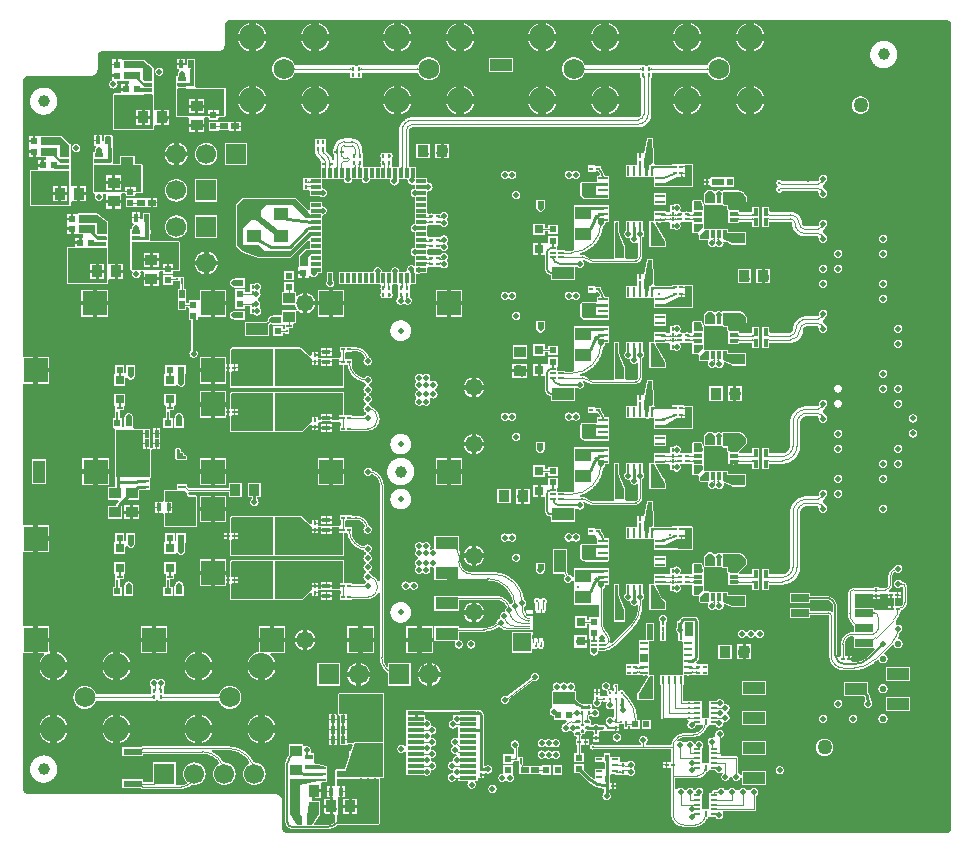
<source format=gtl>
G04*
G04 #@! TF.GenerationSoftware,Altium Limited,Altium Designer,24.2.2 (26)*
G04*
G04 Layer_Physical_Order=1*
G04 Layer_Color=255*
%FSLAX26Y26*%
%MOIN*%
G70*
G04*
G04 #@! TF.SameCoordinates,1490CFCF-B2EF-406E-B7EC-920D21FDAB99*
G04*
G04*
G04 #@! TF.FilePolarity,Positive*
G04*
G01*
G75*
%ADD13C,0.010000*%
%ADD16C,0.006000*%
%ADD17C,0.007000*%
%ADD18R,0.010000X0.032000*%
%ADD19R,0.032000X0.010000*%
%ADD20R,0.031496X0.031496*%
%ADD23R,0.011811X0.010800*%
%ADD24R,0.015748X0.025591*%
%ADD25R,0.072835X0.039370*%
%ADD26R,0.039370X0.072835*%
%ADD27R,0.039370X0.035433*%
%ADD28R,0.022835X0.024409*%
%ADD29R,0.056102X0.011811*%
%ADD30R,0.024409X0.022835*%
%ADD31R,0.064961X0.021654*%
%ADD32R,0.026000X0.010000*%
%ADD33R,0.010000X0.026000*%
%ADD34R,0.023622X0.007874*%
%ADD35R,0.007874X0.023622*%
%ADD36R,0.015748X0.003937*%
%ADD37R,0.015748X0.007874*%
%ADD38R,0.003937X0.015748*%
%ADD39R,0.021654X0.009842*%
%ADD40R,0.021654X0.007874*%
%ADD41R,0.011811X0.023622*%
%ADD42C,0.012000*%
%ADD43R,0.029528X0.011811*%
%ADD44R,0.011811X0.029528*%
%ADD45R,0.072835X0.072835*%
%ADD46R,0.060039X0.025591*%
%ADD47R,0.028000X0.009000*%
%ADD48R,0.009842X0.027559*%
%ADD49C,0.017716*%
%ADD50R,0.027559X0.009842*%
%ADD51R,0.208661X0.208661*%
%ADD52R,0.011811X0.033465*%
%ADD53R,0.033465X0.011811*%
%ADD54R,0.051181X0.041339*%
%ADD55R,0.031496X0.011811*%
%ADD56R,0.068504X0.097638*%
%ADD57C,0.068898*%
%ADD58R,0.019685X0.005906*%
%ADD59R,0.005906X0.009842*%
%ADD60R,0.027559X0.019685*%
%ADD61R,0.019685X0.027559*%
%ADD62R,0.005906X0.019685*%
%ADD63R,0.009842X0.005906*%
%ADD64R,0.039370X0.035433*%
%ADD65R,0.035433X0.039370*%
%ADD66R,0.010800X0.011811*%
%ADD67R,0.037402X0.110236*%
%ADD68R,0.110236X0.037402*%
%ADD69R,0.004921X0.023622*%
%ADD70R,0.047244X0.011811*%
%ADD71R,0.011811X0.047244*%
%ADD72R,0.023622X0.004921*%
%ADD73R,0.039370X0.037402*%
%ADD74R,0.037402X0.039370*%
%ADD75R,0.024409X0.024409*%
%ADD76R,0.024409X0.024409*%
%ADD77R,0.025591X0.015748*%
%ADD78R,0.057087X0.043307*%
%ADD79C,0.020000*%
%ADD81R,0.144000X0.144000*%
%ADD84R,0.108000X0.108000*%
%ADD91R,0.062992X0.070866*%
%ADD95R,0.078740X0.078740*%
%ADD96C,0.058189*%
%ADD98C,0.066929*%
%ADD99R,0.066929X0.066929*%
%ADD100C,0.050000*%
%ADD101C,0.086614*%
%ADD102C,0.137795*%
%ADD103C,0.157480*%
%ADD104C,0.011800*%
%ADD105C,0.004000*%
%ADD106C,0.004600*%
%ADD107C,0.005400*%
%ADD108C,0.003900*%
%ADD109C,0.005000*%
%ADD110C,0.009000*%
%ADD111C,0.003700*%
%ADD112C,0.003504*%
%ADD113C,0.012000*%
%ADD114C,0.009390*%
%ADD115C,0.010098*%
%ADD116C,0.039370*%
%ADD117C,0.003500*%
%ADD118R,0.017712X0.027711*%
%ADD119R,0.059515X0.062458*%
%ADD120R,0.041517X0.024409*%
%ADD121R,0.019685X0.021400*%
%ADD122R,0.026582X0.045331*%
%ADD123R,0.026000X0.029685*%
%ADD124R,0.009780X0.009906*%
%ADD125C,0.019685*%
%ADD126C,0.009842*%
%ADD127C,0.023000*%
G36*
X2863029Y2493333D02*
X2867349Y2489013D01*
X2869686Y2483370D01*
Y2480315D01*
X2869686Y-196851D01*
X2869686Y-199905D01*
X2867349Y-205549D01*
X2863029Y-209869D01*
X2857385Y-212206D01*
X2854331Y-212206D01*
X653543Y-212206D01*
X650489Y-212206D01*
X644845Y-209869D01*
X640525Y-205549D01*
X638187Y-199905D01*
X638187Y-106299D01*
X638101Y-106091D01*
X638166Y-105875D01*
X637788Y-102035D01*
X637480Y-101457D01*
Y-100802D01*
X634540Y-93706D01*
X633931Y-93097D01*
X633602Y-92302D01*
X628171Y-86871D01*
X627375Y-86541D01*
X626766Y-85932D01*
X619670Y-82993D01*
X619015D01*
X618438Y-82684D01*
X614598Y-82306D01*
X614382Y-82372D01*
X614173Y-82285D01*
X578740D01*
X-208662Y-82285D01*
X-211716Y-82285D01*
X-217360Y-79947D01*
X-221680Y-75628D01*
X-224018Y-69984D01*
X-224017Y-66929D01*
Y386339D01*
X-189740D01*
Y430709D01*
Y475079D01*
X-224017D01*
Y723937D01*
X-189740D01*
Y768307D01*
Y812677D01*
X-224017D01*
Y1284960D01*
X-189740D01*
Y1329331D01*
Y1373701D01*
X-224017D01*
Y2295276D01*
X-224018Y2298330D01*
X-221680Y2303974D01*
X-217360Y2308294D01*
X-211716Y2310631D01*
X-208661Y2310631D01*
X-78740Y2310632D01*
X-19685Y2310631D01*
X-0D01*
X208Y2310718D01*
X424Y2310652D01*
X4264Y2311030D01*
X4842Y2311339D01*
X5497D01*
X12592Y2314278D01*
X13201Y2314887D01*
X13997Y2315217D01*
X19428Y2320648D01*
X19758Y2321443D01*
X20367Y2322052D01*
X23306Y2329148D01*
Y2329803D01*
X23614Y2330381D01*
X23993Y2334221D01*
X23927Y2334437D01*
X24014Y2334645D01*
X24014Y2377953D01*
X24014Y2381007D01*
X26352Y2386651D01*
X30671Y2390971D01*
X36315Y2393308D01*
X39370Y2393309D01*
X314961Y2393309D01*
X409449Y2393309D01*
X425197Y2393309D01*
X425405Y2393395D01*
X425621Y2393329D01*
X429461Y2393707D01*
X430039Y2394016D01*
X430694D01*
X437789Y2396955D01*
X438399Y2397564D01*
X439194Y2397894D01*
X444625Y2403325D01*
X444955Y2404120D01*
X445564Y2404729D01*
X448503Y2411825D01*
Y2412480D01*
X448811Y2413058D01*
X449190Y2416898D01*
X449124Y2417114D01*
X449211Y2417323D01*
X449211Y2483369D01*
X451549Y2489013D01*
X455868Y2493333D01*
X461512Y2495670D01*
X464567Y2495671D01*
X2854331Y2495671D01*
X2857385Y2495671D01*
X2863029Y2493333D01*
D02*
G37*
%LPC*%
G36*
X2211698Y2485808D02*
Y2451645D01*
X2245861D01*
X2245701Y2452260D01*
X2245150Y2454076D01*
X2244528Y2455868D01*
X2243837Y2457635D01*
X2243077Y2459373D01*
X2242249Y2461080D01*
X2241354Y2462754D01*
X2240395Y2464390D01*
X2239372Y2465988D01*
X2238287Y2467545D01*
X2237142Y2469058D01*
X2235939Y2470524D01*
X2234678Y2471942D01*
X2233363Y2473310D01*
X2231996Y2474625D01*
X2230577Y2475885D01*
X2229111Y2477089D01*
X2227598Y2478234D01*
X2226042Y2479319D01*
X2224444Y2480342D01*
X2222807Y2481301D01*
X2221134Y2482195D01*
X2219427Y2483023D01*
X2217688Y2483784D01*
X2215921Y2484475D01*
X2214129Y2485097D01*
X2212313Y2485648D01*
X2211698Y2485808D01*
D02*
G37*
G36*
X2186698D02*
X2186083Y2485648D01*
X2184268Y2485097D01*
X2182475Y2484475D01*
X2180709Y2483784D01*
X2178970Y2483023D01*
X2177263Y2482195D01*
X2175590Y2481301D01*
X2173953Y2480342D01*
X2172355Y2479319D01*
X2170799Y2478234D01*
X2169286Y2477089D01*
X2167819Y2475885D01*
X2166401Y2474625D01*
X2165034Y2473310D01*
X2163719Y2471942D01*
X2162458Y2470524D01*
X2161255Y2469058D01*
X2160110Y2467545D01*
X2159025Y2465988D01*
X2158002Y2464390D01*
X2157043Y2462754D01*
X2156148Y2461080D01*
X2155320Y2459373D01*
X2154560Y2457635D01*
X2153868Y2455868D01*
X2153247Y2454076D01*
X2152696Y2452260D01*
X2152535Y2451645D01*
X2186698D01*
Y2485808D01*
D02*
G37*
G36*
X2001856D02*
Y2451645D01*
X2036019D01*
X2035858Y2452260D01*
X2035307Y2454076D01*
X2034686Y2455868D01*
X2033994Y2457635D01*
X2033234Y2459373D01*
X2032406Y2461080D01*
X2031512Y2462754D01*
X2030552Y2464390D01*
X2029529Y2465988D01*
X2028445Y2467545D01*
X2027300Y2469058D01*
X2026096Y2470524D01*
X2024836Y2471942D01*
X2023521Y2473310D01*
X2022153Y2474625D01*
X2020735Y2475885D01*
X2019268Y2477089D01*
X2017755Y2478234D01*
X2016199Y2479319D01*
X2014601Y2480342D01*
X2012964Y2481301D01*
X2011291Y2482195D01*
X2009584Y2483023D01*
X2007846Y2483784D01*
X2006079Y2484475D01*
X2004286Y2485097D01*
X2002471Y2485648D01*
X2001856Y2485808D01*
D02*
G37*
G36*
X1976856D02*
X1976241Y2485648D01*
X1974425Y2485097D01*
X1972633Y2484475D01*
X1970866Y2483784D01*
X1969128Y2483023D01*
X1967421Y2482195D01*
X1965747Y2481301D01*
X1964111Y2480342D01*
X1962513Y2479319D01*
X1960956Y2478234D01*
X1959443Y2477089D01*
X1957977Y2475885D01*
X1956559Y2474625D01*
X1955191Y2473310D01*
X1953876Y2471942D01*
X1952616Y2470524D01*
X1951412Y2469058D01*
X1950267Y2467545D01*
X1949182Y2465988D01*
X1948159Y2464390D01*
X1947200Y2462754D01*
X1946306Y2461080D01*
X1945478Y2459373D01*
X1944717Y2457635D01*
X1944026Y2455868D01*
X1943404Y2454076D01*
X1942853Y2452260D01*
X1942693Y2451645D01*
X1976856D01*
Y2485808D01*
D02*
G37*
G36*
X1728430D02*
Y2451645D01*
X1762593D01*
X1762433Y2452260D01*
X1761882Y2454076D01*
X1761260Y2455868D01*
X1760569Y2457635D01*
X1759809Y2459373D01*
X1758981Y2461080D01*
X1758086Y2462754D01*
X1757127Y2464390D01*
X1756104Y2465988D01*
X1755019Y2467545D01*
X1753874Y2469058D01*
X1752670Y2470524D01*
X1751410Y2471942D01*
X1750095Y2473310D01*
X1748728Y2474625D01*
X1747309Y2475885D01*
X1745843Y2477089D01*
X1744330Y2478234D01*
X1742774Y2479319D01*
X1741176Y2480342D01*
X1739539Y2481301D01*
X1737866Y2482195D01*
X1736159Y2483023D01*
X1734420Y2483784D01*
X1732653Y2484475D01*
X1730861Y2485097D01*
X1729045Y2485648D01*
X1728430Y2485808D01*
D02*
G37*
G36*
X1703430D02*
X1702815Y2485648D01*
X1701000Y2485097D01*
X1699207Y2484475D01*
X1697440Y2483784D01*
X1695702Y2483023D01*
X1693995Y2482195D01*
X1692322Y2481301D01*
X1690685Y2480342D01*
X1689087Y2479319D01*
X1687531Y2478234D01*
X1686018Y2477089D01*
X1684551Y2475885D01*
X1683133Y2474625D01*
X1681765Y2473310D01*
X1680451Y2471942D01*
X1679190Y2470524D01*
X1677987Y2469058D01*
X1676842Y2467545D01*
X1675757Y2465988D01*
X1674734Y2464390D01*
X1673774Y2462754D01*
X1672880Y2461080D01*
X1672052Y2459373D01*
X1671292Y2457635D01*
X1670600Y2455868D01*
X1669979Y2454076D01*
X1669428Y2452260D01*
X1669267Y2451645D01*
X1703430D01*
Y2485808D01*
D02*
G37*
G36*
X1518588D02*
Y2451645D01*
X1552751D01*
X1552590Y2452260D01*
X1552039Y2454076D01*
X1551418Y2455868D01*
X1550726Y2457635D01*
X1549966Y2459373D01*
X1549138Y2461080D01*
X1548244Y2462754D01*
X1547284Y2464390D01*
X1546261Y2465988D01*
X1545177Y2467545D01*
X1544032Y2469058D01*
X1542828Y2470524D01*
X1541568Y2471942D01*
X1540253Y2473310D01*
X1538885Y2474625D01*
X1537467Y2475885D01*
X1536000Y2477089D01*
X1534487Y2478234D01*
X1532931Y2479319D01*
X1531333Y2480342D01*
X1529696Y2481301D01*
X1528023Y2482195D01*
X1526316Y2483023D01*
X1524578Y2483784D01*
X1522811Y2484475D01*
X1521018Y2485097D01*
X1519203Y2485648D01*
X1518588Y2485808D01*
D02*
G37*
G36*
X1493588D02*
X1492973Y2485648D01*
X1491157Y2485097D01*
X1489365Y2484475D01*
X1487598Y2483784D01*
X1485860Y2483023D01*
X1484153Y2482195D01*
X1482479Y2481301D01*
X1480843Y2480342D01*
X1479245Y2479319D01*
X1477688Y2478234D01*
X1476175Y2477089D01*
X1474709Y2475885D01*
X1473291Y2474625D01*
X1471923Y2473310D01*
X1470608Y2471942D01*
X1469348Y2470524D01*
X1468144Y2469058D01*
X1466999Y2467545D01*
X1465914Y2465988D01*
X1464891Y2464390D01*
X1463932Y2462754D01*
X1463038Y2461080D01*
X1462210Y2459373D01*
X1461449Y2457635D01*
X1460758Y2455868D01*
X1460136Y2454076D01*
X1459585Y2452260D01*
X1459425Y2451645D01*
X1493588D01*
Y2485808D01*
D02*
G37*
G36*
X1245162D02*
Y2451645D01*
X1279325D01*
X1279165Y2452260D01*
X1278614Y2454076D01*
X1277992Y2455868D01*
X1277301Y2457635D01*
X1276541Y2459373D01*
X1275713Y2461080D01*
X1274818Y2462754D01*
X1273859Y2464390D01*
X1272836Y2465988D01*
X1271751Y2467545D01*
X1270606Y2469058D01*
X1269402Y2470524D01*
X1268142Y2471942D01*
X1266827Y2473310D01*
X1265460Y2474625D01*
X1264041Y2475885D01*
X1262575Y2477089D01*
X1261062Y2478234D01*
X1259506Y2479319D01*
X1257908Y2480342D01*
X1256271Y2481301D01*
X1254598Y2482195D01*
X1252890Y2483023D01*
X1251152Y2483784D01*
X1249386Y2484475D01*
X1247593Y2485097D01*
X1245777Y2485648D01*
X1245162Y2485808D01*
D02*
G37*
G36*
X1220162D02*
X1219547Y2485648D01*
X1217732Y2485097D01*
X1215939Y2484475D01*
X1214172Y2483784D01*
X1212434Y2483023D01*
X1210727Y2482195D01*
X1209054Y2481301D01*
X1207417Y2480342D01*
X1205819Y2479319D01*
X1204263Y2478234D01*
X1202750Y2477089D01*
X1201283Y2475885D01*
X1199865Y2474625D01*
X1198497Y2473310D01*
X1197183Y2471942D01*
X1195922Y2470524D01*
X1194719Y2469058D01*
X1193574Y2467545D01*
X1192489Y2465988D01*
X1191466Y2464390D01*
X1190506Y2462754D01*
X1189612Y2461080D01*
X1188784Y2459373D01*
X1188024Y2457635D01*
X1187332Y2455868D01*
X1186711Y2454076D01*
X1186160Y2452260D01*
X1185999Y2451645D01*
X1220162D01*
Y2485808D01*
D02*
G37*
G36*
X1035320D02*
Y2451645D01*
X1069483D01*
X1069322Y2452260D01*
X1068771Y2454076D01*
X1068150Y2455868D01*
X1067458Y2457635D01*
X1066698Y2459373D01*
X1065870Y2461080D01*
X1064976Y2462754D01*
X1064016Y2464390D01*
X1062993Y2465988D01*
X1061909Y2467545D01*
X1060764Y2469058D01*
X1059560Y2470524D01*
X1058300Y2471942D01*
X1056985Y2473310D01*
X1055617Y2474625D01*
X1054199Y2475885D01*
X1052732Y2477089D01*
X1051219Y2478234D01*
X1049663Y2479319D01*
X1048065Y2480342D01*
X1046428Y2481301D01*
X1044755Y2482195D01*
X1043048Y2483023D01*
X1041310Y2483784D01*
X1039543Y2484475D01*
X1037750Y2485097D01*
X1035935Y2485648D01*
X1035320Y2485808D01*
D02*
G37*
G36*
X1010320D02*
X1009705Y2485648D01*
X1007889Y2485097D01*
X1006097Y2484475D01*
X1004330Y2483784D01*
X1002592Y2483023D01*
X1000885Y2482195D01*
X999211Y2481301D01*
X997575Y2480342D01*
X995977Y2479319D01*
X994420Y2478234D01*
X992907Y2477089D01*
X991441Y2475885D01*
X990023Y2474625D01*
X988655Y2473310D01*
X987340Y2471942D01*
X986080Y2470524D01*
X984876Y2469058D01*
X983731Y2467545D01*
X982646Y2465988D01*
X981623Y2464390D01*
X980664Y2462754D01*
X979770Y2461080D01*
X978942Y2459373D01*
X978181Y2457635D01*
X977490Y2455868D01*
X976868Y2454076D01*
X976317Y2452260D01*
X976157Y2451645D01*
X1010320D01*
Y2485808D01*
D02*
G37*
G36*
X761894D02*
Y2451645D01*
X796057D01*
X795897Y2452260D01*
X795346Y2454076D01*
X794724Y2455868D01*
X794033Y2457635D01*
X793273Y2459373D01*
X792445Y2461080D01*
X791550Y2462754D01*
X790591Y2464390D01*
X789568Y2465988D01*
X788483Y2467545D01*
X787338Y2469058D01*
X786135Y2470524D01*
X784874Y2471942D01*
X783559Y2473310D01*
X782192Y2474625D01*
X780773Y2475885D01*
X779307Y2477089D01*
X777794Y2478234D01*
X776238Y2479319D01*
X774640Y2480342D01*
X773003Y2481301D01*
X771330Y2482195D01*
X769622Y2483023D01*
X767884Y2483784D01*
X766117Y2484475D01*
X764325Y2485097D01*
X762509Y2485648D01*
X761894Y2485808D01*
D02*
G37*
G36*
X736894D02*
X736279Y2485648D01*
X734464Y2485097D01*
X732671Y2484475D01*
X730904Y2483784D01*
X729166Y2483023D01*
X727459Y2482195D01*
X725786Y2481301D01*
X724149Y2480342D01*
X722551Y2479319D01*
X720995Y2478234D01*
X719482Y2477089D01*
X718015Y2475885D01*
X716597Y2474625D01*
X715230Y2473310D01*
X713915Y2471942D01*
X712654Y2470524D01*
X711451Y2469058D01*
X710306Y2467545D01*
X709221Y2465988D01*
X708198Y2464390D01*
X707239Y2462754D01*
X706344Y2461080D01*
X705516Y2459373D01*
X704756Y2457635D01*
X704064Y2455868D01*
X703443Y2454076D01*
X702892Y2452260D01*
X702731Y2451645D01*
X736894D01*
Y2485808D01*
D02*
G37*
G36*
X552052D02*
Y2451645D01*
X586215D01*
X586054Y2452260D01*
X585503Y2454076D01*
X584882Y2455868D01*
X584190Y2457635D01*
X583430Y2459373D01*
X582602Y2461080D01*
X581708Y2462754D01*
X580748Y2464390D01*
X579725Y2465988D01*
X578641Y2467545D01*
X577495Y2469058D01*
X576292Y2470524D01*
X575032Y2471942D01*
X573717Y2473310D01*
X572349Y2474625D01*
X570931Y2475885D01*
X569464Y2477089D01*
X567952Y2478234D01*
X566395Y2479319D01*
X564797Y2480342D01*
X563160Y2481301D01*
X561487Y2482195D01*
X559780Y2483023D01*
X558042Y2483784D01*
X556275Y2484475D01*
X554482Y2485097D01*
X552667Y2485648D01*
X552052Y2485808D01*
D02*
G37*
G36*
X527052D02*
X526437Y2485648D01*
X524621Y2485097D01*
X522829Y2484475D01*
X521062Y2483784D01*
X519324Y2483023D01*
X517617Y2482195D01*
X515943Y2481301D01*
X514307Y2480342D01*
X512709Y2479319D01*
X511152Y2478234D01*
X509639Y2477089D01*
X508173Y2475885D01*
X506755Y2474625D01*
X505387Y2473310D01*
X504072Y2471942D01*
X502812Y2470524D01*
X501608Y2469058D01*
X500463Y2467545D01*
X499378Y2465988D01*
X498355Y2464390D01*
X497396Y2462754D01*
X496502Y2461080D01*
X495674Y2459373D01*
X494913Y2457635D01*
X494222Y2455868D01*
X493600Y2454076D01*
X493049Y2452260D01*
X492889Y2451645D01*
X527052D01*
Y2485808D01*
D02*
G37*
G36*
X2245861Y2426645D02*
X2211698D01*
Y2392482D01*
X2212313Y2392643D01*
X2214129Y2393194D01*
X2215921Y2393815D01*
X2217688Y2394507D01*
X2219427Y2395267D01*
X2221134Y2396095D01*
X2222807Y2396989D01*
X2224444Y2397949D01*
X2226042Y2398972D01*
X2227598Y2400056D01*
X2229111Y2401202D01*
X2230577Y2402405D01*
X2231996Y2403665D01*
X2233363Y2404980D01*
X2234678Y2406348D01*
X2235939Y2407766D01*
X2237142Y2409233D01*
X2238287Y2410745D01*
X2239372Y2412302D01*
X2240395Y2413900D01*
X2241354Y2415537D01*
X2242249Y2417210D01*
X2243077Y2418917D01*
X2243837Y2420655D01*
X2244528Y2422422D01*
X2245150Y2424215D01*
X2245701Y2426030D01*
X2245861Y2426645D01*
D02*
G37*
G36*
X2186698D02*
X2152535D01*
X2152696Y2426030D01*
X2153247Y2424215D01*
X2153868Y2422422D01*
X2154560Y2420655D01*
X2155320Y2418917D01*
X2156148Y2417210D01*
X2157043Y2415537D01*
X2158002Y2413900D01*
X2159025Y2412302D01*
X2160110Y2410745D01*
X2161255Y2409233D01*
X2162458Y2407766D01*
X2163719Y2406348D01*
X2165034Y2404980D01*
X2166401Y2403665D01*
X2167819Y2402405D01*
X2169286Y2401202D01*
X2170799Y2400056D01*
X2172355Y2398972D01*
X2173953Y2397949D01*
X2175590Y2396989D01*
X2177263Y2396095D01*
X2178970Y2395267D01*
X2180709Y2394507D01*
X2182475Y2393815D01*
X2184268Y2393194D01*
X2186083Y2392643D01*
X2186698Y2392482D01*
Y2426645D01*
D02*
G37*
G36*
X2036019D02*
X2001856D01*
Y2392482D01*
X2002471Y2392643D01*
X2004286Y2393194D01*
X2006079Y2393815D01*
X2007846Y2394507D01*
X2009584Y2395267D01*
X2011291Y2396095D01*
X2012964Y2396989D01*
X2014601Y2397949D01*
X2016199Y2398972D01*
X2017755Y2400056D01*
X2019268Y2401202D01*
X2020735Y2402405D01*
X2022153Y2403665D01*
X2023521Y2404980D01*
X2024836Y2406348D01*
X2026096Y2407766D01*
X2027300Y2409233D01*
X2028445Y2410745D01*
X2029529Y2412302D01*
X2030552Y2413900D01*
X2031512Y2415537D01*
X2032406Y2417210D01*
X2033234Y2418917D01*
X2033994Y2420655D01*
X2034686Y2422422D01*
X2035307Y2424215D01*
X2035858Y2426030D01*
X2036019Y2426645D01*
D02*
G37*
G36*
X1976856D02*
X1942693D01*
X1942853Y2426030D01*
X1943404Y2424215D01*
X1944026Y2422422D01*
X1944717Y2420655D01*
X1945478Y2418917D01*
X1946306Y2417210D01*
X1947200Y2415537D01*
X1948159Y2413900D01*
X1949182Y2412302D01*
X1950267Y2410745D01*
X1951412Y2409233D01*
X1952616Y2407766D01*
X1953876Y2406348D01*
X1955191Y2404980D01*
X1956559Y2403665D01*
X1957977Y2402405D01*
X1959443Y2401202D01*
X1960956Y2400056D01*
X1962513Y2398972D01*
X1964111Y2397949D01*
X1965747Y2396989D01*
X1967421Y2396095D01*
X1969128Y2395267D01*
X1970866Y2394507D01*
X1972633Y2393815D01*
X1974425Y2393194D01*
X1976241Y2392643D01*
X1976856Y2392482D01*
Y2426645D01*
D02*
G37*
G36*
X1762593D02*
X1728430D01*
Y2392482D01*
X1729045Y2392643D01*
X1730861Y2393194D01*
X1732653Y2393815D01*
X1734420Y2394507D01*
X1736159Y2395267D01*
X1737866Y2396095D01*
X1739539Y2396989D01*
X1741176Y2397949D01*
X1742774Y2398972D01*
X1744330Y2400056D01*
X1745843Y2401202D01*
X1747309Y2402405D01*
X1748728Y2403665D01*
X1750095Y2404980D01*
X1751410Y2406348D01*
X1752670Y2407766D01*
X1753874Y2409233D01*
X1755019Y2410745D01*
X1756104Y2412302D01*
X1757127Y2413900D01*
X1758086Y2415537D01*
X1758981Y2417210D01*
X1759809Y2418917D01*
X1760569Y2420655D01*
X1761260Y2422422D01*
X1761882Y2424215D01*
X1762433Y2426030D01*
X1762593Y2426645D01*
D02*
G37*
G36*
X1703430D02*
X1669267D01*
X1669428Y2426030D01*
X1669979Y2424215D01*
X1670600Y2422422D01*
X1671292Y2420655D01*
X1672052Y2418917D01*
X1672880Y2417210D01*
X1673774Y2415537D01*
X1674734Y2413900D01*
X1675757Y2412302D01*
X1676842Y2410745D01*
X1677987Y2409233D01*
X1679190Y2407766D01*
X1680451Y2406348D01*
X1681765Y2404980D01*
X1683133Y2403665D01*
X1684551Y2402405D01*
X1686018Y2401202D01*
X1687531Y2400056D01*
X1689087Y2398972D01*
X1690685Y2397949D01*
X1692322Y2396989D01*
X1693995Y2396095D01*
X1695702Y2395267D01*
X1697440Y2394507D01*
X1699207Y2393815D01*
X1701000Y2393194D01*
X1702815Y2392643D01*
X1703430Y2392482D01*
Y2426645D01*
D02*
G37*
G36*
X1552751D02*
X1518588D01*
Y2392482D01*
X1519203Y2392643D01*
X1521018Y2393194D01*
X1522811Y2393815D01*
X1524578Y2394507D01*
X1526316Y2395267D01*
X1528023Y2396095D01*
X1529696Y2396989D01*
X1531333Y2397949D01*
X1532931Y2398972D01*
X1534487Y2400056D01*
X1536000Y2401202D01*
X1537467Y2402405D01*
X1538885Y2403665D01*
X1540253Y2404980D01*
X1541568Y2406348D01*
X1542828Y2407766D01*
X1544032Y2409233D01*
X1545177Y2410745D01*
X1546261Y2412302D01*
X1547284Y2413900D01*
X1548244Y2415537D01*
X1549138Y2417210D01*
X1549966Y2418917D01*
X1550726Y2420655D01*
X1551418Y2422422D01*
X1552039Y2424215D01*
X1552590Y2426030D01*
X1552751Y2426645D01*
D02*
G37*
G36*
X1493588D02*
X1459425D01*
X1459585Y2426030D01*
X1460136Y2424215D01*
X1460758Y2422422D01*
X1461449Y2420655D01*
X1462210Y2418917D01*
X1463038Y2417210D01*
X1463932Y2415537D01*
X1464891Y2413900D01*
X1465914Y2412302D01*
X1466999Y2410745D01*
X1468144Y2409233D01*
X1469348Y2407766D01*
X1470608Y2406348D01*
X1471923Y2404980D01*
X1473291Y2403665D01*
X1474709Y2402405D01*
X1476175Y2401202D01*
X1477688Y2400056D01*
X1479245Y2398972D01*
X1480843Y2397949D01*
X1482479Y2396989D01*
X1484153Y2396095D01*
X1485860Y2395267D01*
X1487598Y2394507D01*
X1489365Y2393815D01*
X1491157Y2393194D01*
X1492973Y2392643D01*
X1493588Y2392482D01*
Y2426645D01*
D02*
G37*
G36*
X1279325D02*
X1245162D01*
Y2392482D01*
X1245777Y2392643D01*
X1247593Y2393194D01*
X1249386Y2393815D01*
X1251152Y2394507D01*
X1252890Y2395267D01*
X1254598Y2396095D01*
X1256271Y2396989D01*
X1257908Y2397949D01*
X1259506Y2398972D01*
X1261062Y2400056D01*
X1262575Y2401202D01*
X1264041Y2402405D01*
X1265460Y2403665D01*
X1266827Y2404980D01*
X1268142Y2406348D01*
X1269402Y2407766D01*
X1270606Y2409233D01*
X1271751Y2410745D01*
X1272836Y2412302D01*
X1273859Y2413900D01*
X1274818Y2415537D01*
X1275713Y2417210D01*
X1276541Y2418917D01*
X1277301Y2420655D01*
X1277992Y2422422D01*
X1278614Y2424215D01*
X1279165Y2426030D01*
X1279325Y2426645D01*
D02*
G37*
G36*
X1220162D02*
X1185999D01*
X1186160Y2426030D01*
X1186711Y2424215D01*
X1187332Y2422422D01*
X1188024Y2420655D01*
X1188784Y2418917D01*
X1189612Y2417210D01*
X1190506Y2415537D01*
X1191466Y2413900D01*
X1192489Y2412302D01*
X1193574Y2410745D01*
X1194719Y2409233D01*
X1195922Y2407766D01*
X1197183Y2406348D01*
X1198497Y2404980D01*
X1199865Y2403665D01*
X1201283Y2402405D01*
X1202750Y2401202D01*
X1204263Y2400056D01*
X1205819Y2398972D01*
X1207417Y2397949D01*
X1209054Y2396989D01*
X1210727Y2396095D01*
X1212434Y2395267D01*
X1214172Y2394507D01*
X1215939Y2393815D01*
X1217732Y2393194D01*
X1219547Y2392643D01*
X1220162Y2392482D01*
Y2426645D01*
D02*
G37*
G36*
X1069483D02*
X1035320D01*
Y2392482D01*
X1035935Y2392643D01*
X1037750Y2393194D01*
X1039543Y2393815D01*
X1041310Y2394507D01*
X1043048Y2395267D01*
X1044755Y2396095D01*
X1046428Y2396989D01*
X1048065Y2397949D01*
X1049663Y2398972D01*
X1051219Y2400056D01*
X1052732Y2401202D01*
X1054199Y2402405D01*
X1055617Y2403665D01*
X1056985Y2404980D01*
X1058300Y2406348D01*
X1059560Y2407766D01*
X1060764Y2409233D01*
X1061909Y2410745D01*
X1062993Y2412302D01*
X1064016Y2413900D01*
X1064976Y2415537D01*
X1065870Y2417210D01*
X1066698Y2418917D01*
X1067458Y2420655D01*
X1068150Y2422422D01*
X1068771Y2424215D01*
X1069322Y2426030D01*
X1069483Y2426645D01*
D02*
G37*
G36*
X1010320D02*
X976157D01*
X976317Y2426030D01*
X976868Y2424215D01*
X977490Y2422422D01*
X978181Y2420655D01*
X978942Y2418917D01*
X979770Y2417210D01*
X980664Y2415537D01*
X981623Y2413900D01*
X982646Y2412302D01*
X983731Y2410745D01*
X984876Y2409233D01*
X986080Y2407766D01*
X987340Y2406348D01*
X988655Y2404980D01*
X990023Y2403665D01*
X991441Y2402405D01*
X992907Y2401202D01*
X994420Y2400056D01*
X995977Y2398972D01*
X997575Y2397949D01*
X999211Y2396989D01*
X1000885Y2396095D01*
X1002592Y2395267D01*
X1004330Y2394507D01*
X1006097Y2393815D01*
X1007889Y2393194D01*
X1009705Y2392643D01*
X1010320Y2392482D01*
Y2426645D01*
D02*
G37*
G36*
X796057D02*
X761894D01*
Y2392482D01*
X762509Y2392643D01*
X764325Y2393194D01*
X766117Y2393815D01*
X767884Y2394507D01*
X769622Y2395267D01*
X771330Y2396095D01*
X773003Y2396989D01*
X774640Y2397949D01*
X776238Y2398972D01*
X777794Y2400056D01*
X779307Y2401202D01*
X780773Y2402405D01*
X782192Y2403665D01*
X783559Y2404980D01*
X784874Y2406348D01*
X786135Y2407766D01*
X787338Y2409233D01*
X788483Y2410745D01*
X789568Y2412302D01*
X790591Y2413900D01*
X791550Y2415537D01*
X792445Y2417210D01*
X793273Y2418917D01*
X794033Y2420655D01*
X794724Y2422422D01*
X795346Y2424215D01*
X795897Y2426030D01*
X796057Y2426645D01*
D02*
G37*
G36*
X736894D02*
X702731D01*
X702892Y2426030D01*
X703443Y2424215D01*
X704064Y2422422D01*
X704756Y2420655D01*
X705516Y2418917D01*
X706344Y2417210D01*
X707239Y2415537D01*
X708198Y2413900D01*
X709221Y2412302D01*
X710306Y2410745D01*
X711451Y2409233D01*
X712654Y2407766D01*
X713915Y2406348D01*
X715230Y2404980D01*
X716597Y2403665D01*
X718015Y2402405D01*
X719482Y2401202D01*
X720995Y2400056D01*
X722551Y2398972D01*
X724149Y2397949D01*
X725786Y2396989D01*
X727459Y2396095D01*
X729166Y2395267D01*
X730904Y2394507D01*
X732671Y2393815D01*
X734464Y2393194D01*
X736279Y2392643D01*
X736894Y2392482D01*
Y2426645D01*
D02*
G37*
G36*
X586215D02*
X552052D01*
Y2392482D01*
X552667Y2392643D01*
X554482Y2393194D01*
X556275Y2393815D01*
X558042Y2394507D01*
X559780Y2395267D01*
X561487Y2396095D01*
X563160Y2396989D01*
X564797Y2397949D01*
X566395Y2398972D01*
X567952Y2400056D01*
X569464Y2401202D01*
X570931Y2402405D01*
X572349Y2403665D01*
X573717Y2404980D01*
X575032Y2406348D01*
X576292Y2407766D01*
X577495Y2409233D01*
X578641Y2410745D01*
X579725Y2412302D01*
X580748Y2413900D01*
X581708Y2415537D01*
X582602Y2417210D01*
X583430Y2418917D01*
X584190Y2420655D01*
X584882Y2422422D01*
X585503Y2424215D01*
X586054Y2426030D01*
X586215Y2426645D01*
D02*
G37*
G36*
X527052D02*
X492889D01*
X493049Y2426030D01*
X493600Y2424215D01*
X494222Y2422422D01*
X494913Y2420655D01*
X495674Y2418917D01*
X496502Y2417210D01*
X497396Y2415537D01*
X498355Y2413900D01*
X499378Y2412302D01*
X500463Y2410745D01*
X501608Y2409233D01*
X502812Y2407766D01*
X504072Y2406348D01*
X505387Y2404980D01*
X506755Y2403665D01*
X508173Y2402405D01*
X509639Y2401202D01*
X511152Y2400056D01*
X512709Y2398972D01*
X514307Y2397949D01*
X515943Y2396989D01*
X517617Y2396095D01*
X519324Y2395267D01*
X521062Y2394507D01*
X522829Y2393815D01*
X524621Y2393194D01*
X526437Y2392643D01*
X527052Y2392482D01*
Y2426645D01*
D02*
G37*
G36*
X313666Y2367662D02*
X303291D01*
Y2352367D01*
X313666D01*
Y2367662D01*
D02*
G37*
G36*
X298291D02*
X287918D01*
Y2352367D01*
X298291D01*
Y2367662D01*
D02*
G37*
G36*
X86457Y2365325D02*
X72539D01*
Y2350620D01*
X86457D01*
Y2365325D01*
D02*
G37*
G36*
X346071Y2366693D02*
X326382D01*
X325912Y2366662D01*
X322382D01*
Y2362816D01*
X322373Y2362685D01*
Y2345124D01*
X313666D01*
Y2347367D01*
X300791D01*
X287918D01*
Y2332072D01*
X294200D01*
X295368Y2330196D01*
X295934Y2327802D01*
X295937Y2327072D01*
X295353Y2326527D01*
X294679Y2325804D01*
X294058Y2325034D01*
X293494Y2324222D01*
X292990Y2323371D01*
X292547Y2322487D01*
X292169Y2321574D01*
X291857Y2320635D01*
X291612Y2319677D01*
X291437Y2318704D01*
X291331Y2317721D01*
X291296Y2316733D01*
X291296Y2316727D01*
Y2311036D01*
X285399D01*
Y2289324D01*
X285182Y2288885D01*
X285014Y2288389D01*
X284911Y2287874D01*
X284877Y2287351D01*
Y2275540D01*
X284911Y2275017D01*
X285014Y2274503D01*
X285182Y2274006D01*
X285399Y2273567D01*
Y2267799D01*
X285390Y2267666D01*
Y2176936D01*
X285425Y2176413D01*
X285527Y2175898D01*
X285695Y2175402D01*
X285927Y2174932D01*
X286219Y2174495D01*
X286564Y2174101D01*
X286959Y2173756D01*
X287394Y2173464D01*
X287865Y2173232D01*
X288361Y2173064D01*
X288876Y2172961D01*
X289399Y2172927D01*
X326460D01*
X330275Y2170068D01*
X330275Y2167927D01*
Y2151367D01*
X354960D01*
X379645D01*
Y2167927D01*
X379645Y2170068D01*
X383461Y2172927D01*
X392819D01*
X393819Y2168244D01*
Y2164022D01*
X426228D01*
Y2168244D01*
X427228Y2172927D01*
X446560D01*
X447083Y2172961D01*
X447598Y2173064D01*
X448094Y2173232D01*
X448564Y2173464D01*
X449000Y2173756D01*
X449395Y2174101D01*
X449740Y2174495D01*
X450032Y2174932D01*
X450264Y2175402D01*
X450432Y2175898D01*
X450534Y2176413D01*
X450569Y2176936D01*
Y2267666D01*
X450534Y2268189D01*
X450432Y2268704D01*
X450264Y2269200D01*
X450032Y2269670D01*
X449740Y2270106D01*
X449395Y2270501D01*
X449000Y2270846D01*
X448564Y2271137D01*
X448094Y2271369D01*
X447598Y2271538D01*
X447083Y2271640D01*
X446560Y2271675D01*
X437562D01*
X436768Y2271760D01*
X435780Y2271795D01*
X434792Y2271760D01*
X433998Y2271675D01*
X413940D01*
X413146Y2271760D01*
X412158Y2271795D01*
X411170Y2271760D01*
X410376Y2271675D01*
X390318D01*
X389524Y2271760D01*
X388536Y2271795D01*
X387548Y2271760D01*
X386754Y2271675D01*
X354200D01*
X352983Y2272316D01*
X352954Y2272337D01*
X350080Y2275540D01*
Y2362685D01*
X350046Y2363208D01*
X349943Y2363722D01*
X349775Y2364219D01*
X349543Y2364689D01*
X349251Y2365125D01*
X348906Y2365519D01*
X348512Y2365865D01*
X348075Y2366156D01*
X347605Y2366388D01*
X347109Y2366557D01*
X346594Y2366659D01*
X346071Y2366693D01*
D02*
G37*
G36*
X2094277Y2372682D02*
X2092600Y2372645D01*
X2090925Y2372536D01*
X2089257Y2372353D01*
X2087599Y2372098D01*
X2085953Y2371770D01*
X2084323Y2371372D01*
X2082713Y2370902D01*
X2081124Y2370363D01*
X2079560Y2369755D01*
X2078024Y2369079D01*
X2076519Y2368337D01*
X2075048Y2367530D01*
X2073614Y2366659D01*
X2072218Y2365727D01*
X2070865Y2364735D01*
X2069557Y2363684D01*
X2068295Y2362578D01*
X2067083Y2361418D01*
X2065923Y2360206D01*
X2064817Y2358944D01*
X2063766Y2357636D01*
X2062774Y2356282D01*
X2061842Y2354887D01*
X2060972Y2353453D01*
X2060164Y2351982D01*
X2059422Y2350477D01*
X2058747Y2348941D01*
X2058138Y2347377D01*
X2057920Y2346733D01*
X1863470D01*
X1862488Y2346695D01*
X1861513Y2346579D01*
X1860550Y2346388D01*
X1859604Y2346121D01*
X1858683Y2345781D01*
X1857791Y2345370D01*
X1856934Y2344890D01*
X1856117Y2344344D01*
X1852643Y2344192D01*
X1849169Y2344344D01*
X1848352Y2344890D01*
X1847495Y2345370D01*
X1846603Y2345781D01*
X1845682Y2346121D01*
X1844737Y2346388D01*
X1843773Y2346579D01*
X1842798Y2346695D01*
X1841816Y2346733D01*
X1647366D01*
X1647148Y2347377D01*
X1646540Y2348941D01*
X1645864Y2350477D01*
X1645122Y2351982D01*
X1644315Y2353453D01*
X1643444Y2354887D01*
X1642512Y2356282D01*
X1641520Y2357636D01*
X1640470Y2358944D01*
X1639363Y2360206D01*
X1638203Y2361418D01*
X1636991Y2362578D01*
X1635729Y2363684D01*
X1634421Y2364735D01*
X1633068Y2365727D01*
X1631673Y2366659D01*
X1630238Y2367530D01*
X1628767Y2368337D01*
X1627262Y2369079D01*
X1625726Y2369755D01*
X1624162Y2370363D01*
X1622574Y2370902D01*
X1620963Y2371372D01*
X1619333Y2371770D01*
X1617687Y2372098D01*
X1616029Y2372353D01*
X1614361Y2372536D01*
X1612687Y2372645D01*
X1611009Y2372682D01*
X1609332Y2372645D01*
X1607657Y2372536D01*
X1605989Y2372353D01*
X1604331Y2372098D01*
X1602685Y2371770D01*
X1601055Y2371372D01*
X1599445Y2370902D01*
X1597856Y2370363D01*
X1596292Y2369755D01*
X1594756Y2369079D01*
X1593251Y2368337D01*
X1591780Y2367530D01*
X1590346Y2366659D01*
X1588950Y2365727D01*
X1587597Y2364735D01*
X1586289Y2363684D01*
X1585027Y2362578D01*
X1583815Y2361418D01*
X1582655Y2360206D01*
X1581549Y2358944D01*
X1580498Y2357636D01*
X1579506Y2356282D01*
X1578574Y2354887D01*
X1577704Y2353453D01*
X1576896Y2351982D01*
X1576154Y2350477D01*
X1575478Y2348941D01*
X1574870Y2347377D01*
X1574331Y2345788D01*
X1573861Y2344178D01*
X1573463Y2342548D01*
X1573135Y2340902D01*
X1572880Y2339244D01*
X1572697Y2337576D01*
X1572588Y2335901D01*
X1572551Y2334224D01*
X1572588Y2332546D01*
X1572697Y2330872D01*
X1572880Y2329204D01*
X1573135Y2327546D01*
X1573463Y2325900D01*
X1573861Y2324270D01*
X1574331Y2322659D01*
X1574870Y2321070D01*
X1575478Y2319507D01*
X1576154Y2317971D01*
X1576896Y2316466D01*
X1577704Y2314995D01*
X1578574Y2313560D01*
X1579506Y2312165D01*
X1580498Y2310812D01*
X1581549Y2309504D01*
X1582655Y2308242D01*
X1583815Y2307030D01*
X1585027Y2305870D01*
X1586289Y2304763D01*
X1587597Y2303713D01*
X1588950Y2302721D01*
X1590346Y2301789D01*
X1591780Y2300918D01*
X1593251Y2300111D01*
X1594756Y2299369D01*
X1596292Y2298693D01*
X1597856Y2298085D01*
X1599445Y2297546D01*
X1601055Y2297076D01*
X1602685Y2296677D01*
X1604331Y2296350D01*
X1605989Y2296095D01*
X1607657Y2295912D01*
X1609332Y2295802D01*
X1611009Y2295766D01*
X1612687Y2295802D01*
X1614361Y2295912D01*
X1616029Y2296095D01*
X1617687Y2296350D01*
X1619333Y2296677D01*
X1620963Y2297076D01*
X1622574Y2297546D01*
X1624162Y2298085D01*
X1625726Y2298693D01*
X1627262Y2299369D01*
X1628767Y2300111D01*
X1630238Y2300918D01*
X1631673Y2301789D01*
X1633068Y2302721D01*
X1634421Y2303713D01*
X1635729Y2304763D01*
X1636991Y2305870D01*
X1638203Y2307030D01*
X1639363Y2308242D01*
X1640470Y2309504D01*
X1641520Y2310812D01*
X1642512Y2312165D01*
X1643444Y2313560D01*
X1644315Y2314995D01*
X1645122Y2316466D01*
X1645864Y2317971D01*
X1646540Y2319507D01*
X1647148Y2321070D01*
X1647366Y2321714D01*
X1832416D01*
Y2316139D01*
X1832363Y2316011D01*
X1832100Y2315174D01*
X1831909Y2314317D01*
X1831795Y2313447D01*
X1831757Y2312570D01*
X1831795Y2311694D01*
X1831909Y2310824D01*
X1832100Y2309967D01*
X1832363Y2309130D01*
X1832416Y2309002D01*
Y2302665D01*
X1835609D01*
Y2184562D01*
X1835613Y2184459D01*
X1835582Y2183659D01*
X1835475Y2182761D01*
X1835299Y2181875D01*
X1835054Y2181005D01*
X1834741Y2180157D01*
X1834362Y2179336D01*
X1833921Y2178548D01*
X1833419Y2177796D01*
X1832859Y2177086D01*
X1832246Y2176423D01*
X1831582Y2175809D01*
X1830872Y2175250D01*
X1830121Y2174747D01*
X1829332Y2174306D01*
X1828512Y2173928D01*
X1827664Y2173615D01*
X1826794Y2173369D01*
X1825907Y2173193D01*
X1825010Y2173087D01*
X1824209Y2173055D01*
X1824107Y2173060D01*
X1074146D01*
X1074146Y2173060D01*
X1072262Y2173021D01*
X1070387Y2172905D01*
X1070382Y2172905D01*
X1068509Y2172710D01*
X1066645Y2172439D01*
X1064794Y2172090D01*
X1062958Y2171666D01*
X1061142Y2171166D01*
X1059349Y2170591D01*
X1057580Y2169943D01*
X1055840Y2169222D01*
X1054131Y2168430D01*
X1052456Y2167568D01*
X1050818Y2166637D01*
X1049220Y2165640D01*
X1047665Y2164577D01*
X1046155Y2163451D01*
X1044693Y2162264D01*
X1043281Y2161017D01*
X1041922Y2159713D01*
X1040618Y2158353D01*
X1039371Y2156941D01*
X1038184Y2155479D01*
X1037058Y2153969D01*
X1035995Y2152414D01*
X1034998Y2150816D01*
X1034067Y2149178D01*
X1033205Y2147504D01*
X1032413Y2145795D01*
X1031692Y2144054D01*
X1031044Y2142286D01*
X1030469Y2140492D01*
X1029969Y2138676D01*
X1029544Y2136841D01*
X1029196Y2134990D01*
X1028925Y2133126D01*
X1028730Y2131252D01*
X1028729Y2131238D01*
X1028613Y2129372D01*
X1028575Y2127497D01*
X1028574Y2127489D01*
X1028575D01*
Y2008147D01*
X1009325D01*
X1005788Y2011679D01*
Y2018016D01*
X1005841Y2018144D01*
X1006105Y2018981D01*
X1006295Y2019838D01*
X1006410Y2020708D01*
X1006448Y2021585D01*
X1006410Y2022462D01*
X1006295Y2023332D01*
X1006105Y2024188D01*
X1005841Y2025025D01*
X1005788Y2025153D01*
X1005789Y2031490D01*
X1005788Y2038238D01*
X1006130Y2038774D01*
X1006490Y2039464D01*
X1006788Y2040184D01*
X1007022Y2040927D01*
X1007191Y2041688D01*
X1007292Y2042460D01*
X1007326Y2043238D01*
X1007292Y2044017D01*
X1007191Y2044789D01*
X1007022Y2045550D01*
X1006788Y2046292D01*
X1006490Y2047012D01*
X1006130Y2047703D01*
X1005788Y2048239D01*
Y2053144D01*
X986989Y2053144D01*
X981988Y2053144D01*
X967319D01*
Y2048239D01*
X966978Y2047703D01*
X966618Y2047012D01*
X966320Y2046292D01*
X966086Y2045550D01*
X965918Y2044789D01*
X965816Y2044017D01*
X965782Y2043238D01*
X965816Y2042460D01*
X965918Y2041688D01*
X966086Y2040927D01*
X966320Y2040184D01*
X966618Y2039464D01*
X966978Y2038774D01*
X967319Y2038238D01*
X967319Y2033333D01*
X967319Y2025153D01*
X967267Y2025025D01*
X967003Y2024188D01*
X966813Y2023332D01*
X966698Y2022462D01*
X966660Y2021585D01*
X966698Y2020708D01*
X966813Y2019838D01*
X967003Y2018981D01*
X967267Y2018144D01*
X967319Y2018016D01*
Y2011679D01*
X963783Y2008147D01*
X910900D01*
X907363Y2011679D01*
Y2018016D01*
X907416Y2018144D01*
X907680Y2018981D01*
X907870Y2019838D01*
X907985Y2020708D01*
X908023Y2021585D01*
X907985Y2022462D01*
X907870Y2023332D01*
X907680Y2024188D01*
X907416Y2025025D01*
X907363Y2025153D01*
Y2031490D01*
X907364D01*
Y2033333D01*
X907363D01*
Y2039670D01*
X907416Y2039798D01*
X907680Y2040635D01*
X907870Y2041492D01*
X907985Y2042361D01*
X908023Y2043238D01*
X907985Y2044115D01*
X907870Y2044985D01*
X907680Y2045842D01*
X907416Y2046679D01*
X907363Y2046807D01*
Y2053144D01*
X905163Y2053302D01*
Y2068008D01*
X905162Y2068037D01*
X905127Y2069568D01*
X905019Y2071125D01*
X904839Y2072675D01*
X904588Y2074215D01*
X904265Y2075742D01*
X903873Y2077253D01*
X903412Y2078743D01*
X902882Y2080211D01*
X902284Y2081653D01*
X901621Y2083066D01*
X900894Y2084446D01*
X900103Y2085792D01*
X899251Y2087099D01*
X898339Y2088366D01*
X897370Y2089589D01*
X896346Y2090767D01*
X895268Y2091895D01*
X894140Y2092973D01*
X892962Y2093997D01*
X891739Y2094966D01*
X890472Y2095878D01*
X889165Y2096730D01*
X887819Y2097520D01*
X886439Y2098248D01*
X885026Y2098911D01*
X883584Y2099508D01*
X882116Y2100039D01*
X880626Y2100500D01*
X879115Y2100892D01*
X877588Y2101215D01*
X876048Y2101466D01*
X874498Y2101646D01*
X872941Y2101754D01*
X871410Y2101789D01*
X871381Y2101790D01*
X846004D01*
X845979Y2101789D01*
X844435Y2101754D01*
X842870Y2101645D01*
X841311Y2101464D01*
X839763Y2101211D01*
X838227Y2100888D01*
X836709Y2100493D01*
X835210Y2100029D01*
X833734Y2099496D01*
X832285Y2098896D01*
X830865Y2098229D01*
X829476Y2097497D01*
X828124Y2096703D01*
X826809Y2095846D01*
X825536Y2094930D01*
X824306Y2093956D01*
X823122Y2092925D01*
X821987Y2091842D01*
X820904Y2090707D01*
X819874Y2089524D01*
X818900Y2088294D01*
X817983Y2087020D01*
X817127Y2085706D01*
X816332Y2084353D01*
X815600Y2082965D01*
X814933Y2081545D01*
X814333Y2080095D01*
X813800Y2078619D01*
X813336Y2077121D01*
X812942Y2075602D01*
X812618Y2074067D01*
X812365Y2072518D01*
X812184Y2070960D01*
X812076Y2069394D01*
X812040Y2067850D01*
X812039Y2067826D01*
Y2067547D01*
X808341D01*
Y2059899D01*
X808340Y2059894D01*
X808226Y2059023D01*
X808187Y2058147D01*
X808226Y2057270D01*
X808340Y2056400D01*
X808341Y2056394D01*
Y2048747D01*
X812039D01*
Y2033915D01*
X807246Y2029467D01*
X806590Y2029548D01*
X806405Y2030952D01*
X806147Y2032345D01*
X805816Y2033722D01*
X805414Y2035080D01*
X804941Y2036415D01*
X804399Y2037724D01*
X803789Y2039002D01*
X803113Y2040247D01*
X802373Y2041455D01*
X801571Y2042622D01*
X800709Y2043746D01*
X799789Y2044823D01*
X798825Y2045839D01*
X798814Y2045850D01*
X786072Y2058593D01*
Y2074644D01*
X786072Y2077801D01*
X786072Y2082802D01*
Y2099455D01*
X767271Y2099455D01*
X762271Y2099455D01*
X747602D01*
Y2082802D01*
X747602Y2079644D01*
X747602Y2071464D01*
X747550Y2071336D01*
X747286Y2070499D01*
X747096Y2069643D01*
X746981Y2068773D01*
X746943Y2067896D01*
X746981Y2067019D01*
X747096Y2066149D01*
X747286Y2065292D01*
X747550Y2064455D01*
X747602Y2064328D01*
Y2057990D01*
X749802D01*
Y2056586D01*
X749803Y2056574D01*
X749840Y2055246D01*
X749953Y2053909D01*
X750140Y2052581D01*
X750402Y2051265D01*
X750737Y2049966D01*
X751145Y2048688D01*
X751623Y2047435D01*
X752171Y2046211D01*
X752787Y2045019D01*
X753468Y2043863D01*
X754213Y2042748D01*
X755020Y2041676D01*
X755885Y2040651D01*
X756783Y2039702D01*
X756800Y2039683D01*
X756807Y2039677D01*
X756808Y2039675D01*
X760342Y2036141D01*
X766765Y2029718D01*
X768971Y2025630D01*
X768971D01*
X768971Y2025630D01*
Y2017983D01*
X768970Y2017977D01*
X768856Y2017107D01*
X768817Y2016230D01*
X768856Y2015353D01*
X768970Y2014483D01*
X768971Y2014477D01*
Y2006830D01*
X769956D01*
Y1989167D01*
X769954Y1989161D01*
X769840Y1988291D01*
X769802Y1987414D01*
X769840Y1986537D01*
X769954Y1985667D01*
X769956Y1985661D01*
X769956Y1970407D01*
X769955Y1969761D01*
X769310Y1969761D01*
X754055Y1969761D01*
X754049Y1969762D01*
X753179Y1969876D01*
X752302Y1969915D01*
X751425Y1969876D01*
X750555Y1969762D01*
X750549Y1969761D01*
X731570D01*
X731570Y1969761D01*
X728650Y1970745D01*
Y1970745D01*
X726977Y1970745D01*
X721003D01*
X720997Y1970746D01*
X720127Y1970861D01*
X719250Y1970899D01*
X718374Y1970861D01*
X717504Y1970746D01*
X717498Y1970745D01*
X709851D01*
Y1964408D01*
X709798Y1964280D01*
X709534Y1963443D01*
X709344Y1962586D01*
X709229Y1961716D01*
X709191Y1960839D01*
X709229Y1959963D01*
X709344Y1959092D01*
X709534Y1958236D01*
X709798Y1957399D01*
X709851Y1957271D01*
Y1950934D01*
X709850D01*
Y1949091D01*
X709851D01*
Y1942754D01*
X709798Y1942626D01*
X709534Y1941789D01*
X709344Y1940933D01*
X709229Y1940062D01*
X709191Y1939186D01*
X709229Y1938309D01*
X709344Y1937439D01*
X709534Y1936582D01*
X709798Y1935745D01*
X709851Y1935617D01*
Y1929280D01*
X717498D01*
X717504Y1929279D01*
X718374Y1929165D01*
X719250Y1929126D01*
X720127Y1929165D01*
X720997Y1929279D01*
X721003Y1929280D01*
X728650D01*
X731570Y1925489D01*
Y1910580D01*
X764611D01*
X765215Y1910017D01*
X765985Y1909397D01*
X766797Y1908832D01*
X767648Y1908328D01*
X768532Y1907885D01*
X769445Y1907507D01*
X770384Y1907195D01*
X771342Y1906950D01*
X772315Y1906775D01*
X773298Y1906669D01*
X774286Y1906634D01*
X775274Y1906669D01*
X776257Y1906775D01*
X777230Y1906950D01*
X778188Y1907195D01*
X779126Y1907507D01*
X780040Y1907885D01*
X780924Y1908328D01*
X781774Y1908832D01*
X782587Y1909397D01*
X783357Y1910017D01*
X784080Y1910691D01*
X784754Y1911414D01*
X785374Y1912184D01*
X785938Y1912996D01*
X786443Y1913847D01*
X786885Y1914731D01*
X787264Y1915645D01*
X787576Y1916583D01*
X787821Y1917541D01*
X787996Y1918514D01*
X788102Y1919497D01*
X788137Y1920485D01*
X788102Y1921473D01*
X787996Y1922456D01*
X787821Y1923429D01*
X787576Y1924387D01*
X787264Y1925325D01*
X786885Y1926239D01*
X786443Y1927123D01*
X785938Y1927974D01*
X785374Y1928786D01*
X784754Y1929556D01*
X784080Y1930279D01*
X783357Y1930953D01*
X782587Y1931573D01*
X781774Y1932138D01*
X780924Y1932642D01*
X780040Y1933085D01*
X779126Y1933463D01*
X778188Y1933775D01*
X777230Y1934020D01*
X776257Y1934195D01*
X775274Y1934301D01*
X774286Y1934336D01*
X773034Y1939259D01*
X773034Y1966036D01*
X773035Y1966682D01*
X773680Y1966682D01*
X843861Y1966682D01*
X844750Y1965761D01*
X844785Y1964773D01*
X844891Y1963789D01*
X845067Y1962816D01*
X845311Y1961858D01*
X845623Y1960920D01*
X846002Y1960007D01*
X846444Y1959122D01*
X846949Y1958272D01*
X847513Y1957460D01*
X848133Y1956690D01*
X848807Y1955966D01*
X849531Y1955293D01*
X850301Y1954672D01*
X851113Y1954108D01*
X851963Y1953604D01*
X852847Y1953161D01*
X853761Y1952783D01*
X854699Y1952470D01*
X855657Y1952226D01*
X856630Y1952050D01*
X857613Y1951945D01*
X858601Y1951909D01*
X859589Y1951945D01*
X860572Y1952050D01*
X861546Y1952226D01*
X862504Y1952470D01*
X863442Y1952783D01*
X864355Y1953161D01*
X865240Y1953604D01*
X866090Y1954108D01*
X866902Y1954672D01*
X867672Y1955293D01*
X868396Y1955966D01*
X869069Y1956690D01*
X869690Y1957460D01*
X870254Y1958272D01*
X870758Y1959122D01*
X871201Y1960007D01*
X871579Y1960920D01*
X871891Y1961858D01*
X872136Y1962816D01*
X872312Y1963789D01*
X872417Y1964773D01*
X872453Y1965761D01*
X873342Y1966682D01*
X902916D01*
X903805Y1965761D01*
X903840Y1964773D01*
X903946Y1963789D01*
X904122Y1962816D01*
X904366Y1961858D01*
X904678Y1960920D01*
X905057Y1960007D01*
X905499Y1959122D01*
X906004Y1958272D01*
X906568Y1957460D01*
X907188Y1956690D01*
X907862Y1955966D01*
X908586Y1955293D01*
X909356Y1954672D01*
X910168Y1954108D01*
X911018Y1953604D01*
X911902Y1953161D01*
X912816Y1952783D01*
X913754Y1952470D01*
X914712Y1952226D01*
X915685Y1952050D01*
X916668Y1951945D01*
X917656Y1951909D01*
X918644Y1951945D01*
X919628Y1952050D01*
X920601Y1952226D01*
X921559Y1952470D01*
X922497Y1952783D01*
X923410Y1953161D01*
X924295Y1953604D01*
X925145Y1954108D01*
X925957Y1954672D01*
X926727Y1955293D01*
X927451Y1955966D01*
X928125Y1956690D01*
X928745Y1957460D01*
X929309Y1958272D01*
X929813Y1959122D01*
X930256Y1960007D01*
X930634Y1960920D01*
X930947Y1961858D01*
X931191Y1962816D01*
X931367Y1963789D01*
X931472Y1964773D01*
X931508Y1965761D01*
X932397Y1966682D01*
X996492D01*
X997891Y1965687D01*
X998147Y1965383D01*
X1000055Y1961869D01*
X1000036Y1961682D01*
X999890Y1960876D01*
X999785Y1959893D01*
X999749Y1958905D01*
X999785Y1957916D01*
X999890Y1956933D01*
X1000066Y1955960D01*
X1000311Y1955002D01*
X1000623Y1954064D01*
X1001001Y1953150D01*
X1001444Y1952266D01*
X1001948Y1951416D01*
X1002512Y1950604D01*
X1003133Y1949834D01*
X1003806Y1949110D01*
X1004530Y1948436D01*
X1005300Y1947816D01*
X1006112Y1947252D01*
X1006962Y1946747D01*
X1007847Y1946305D01*
X1008760Y1945927D01*
X1009698Y1945614D01*
X1010656Y1945370D01*
X1011630Y1945194D01*
X1012613Y1945089D01*
X1013601Y1945053D01*
X1014589Y1945089D01*
X1015572Y1945194D01*
X1016545Y1945370D01*
X1017503Y1945614D01*
X1018441Y1945927D01*
X1019355Y1946305D01*
X1020239Y1946747D01*
X1021089Y1947252D01*
X1021902Y1947816D01*
X1022671Y1948436D01*
X1023395Y1949110D01*
X1024069Y1949834D01*
X1024689Y1950604D01*
X1025253Y1951416D01*
X1025758Y1952266D01*
X1026200Y1953150D01*
X1026579Y1954064D01*
X1026891Y1955002D01*
X1027136Y1955960D01*
X1027311Y1956933D01*
X1027417Y1957916D01*
X1027452Y1958905D01*
X1027417Y1959893D01*
X1027311Y1960876D01*
X1027166Y1961682D01*
X1027146Y1961869D01*
X1029055Y1965383D01*
X1029311Y1965687D01*
X1030710Y1966682D01*
X1053875D01*
X1054695Y1966376D01*
X1055388Y1965923D01*
X1055976Y1965327D01*
X1058270Y1961978D01*
X1058305Y1960990D01*
X1058411Y1960007D01*
X1058586Y1959034D01*
X1058831Y1958076D01*
X1059143Y1957138D01*
X1059521Y1956224D01*
X1059964Y1955340D01*
X1060468Y1954490D01*
X1061033Y1953677D01*
X1061653Y1952908D01*
X1062327Y1952184D01*
X1063050Y1951510D01*
X1063820Y1950890D01*
X1064632Y1950326D01*
X1065483Y1949821D01*
X1066367Y1949379D01*
X1067281Y1949000D01*
X1068219Y1948688D01*
X1069177Y1948443D01*
X1070150Y1948268D01*
X1071133Y1948162D01*
X1072121Y1948127D01*
X1073109Y1948162D01*
X1074092Y1948268D01*
X1075065Y1948443D01*
X1076023Y1948688D01*
X1076961Y1949000D01*
X1076964Y1949001D01*
X1080396Y1947582D01*
X1080869Y1947245D01*
X1081964Y1945908D01*
Y1935225D01*
X1081042Y1934336D01*
X1080054Y1934301D01*
X1079071Y1934195D01*
X1078098Y1934020D01*
X1077140Y1933775D01*
X1076202Y1933463D01*
X1075288Y1933085D01*
X1074404Y1932642D01*
X1073554Y1932138D01*
X1072741Y1931573D01*
X1071972Y1930953D01*
X1071248Y1930279D01*
X1070574Y1929556D01*
X1069954Y1928786D01*
X1069390Y1927974D01*
X1068885Y1927123D01*
X1068443Y1926239D01*
X1068064Y1925325D01*
X1067752Y1924387D01*
X1067507Y1923429D01*
X1067332Y1922456D01*
X1067226Y1921473D01*
X1067191Y1920485D01*
X1067226Y1919497D01*
X1067332Y1918514D01*
X1067507Y1917541D01*
X1067752Y1916583D01*
X1068064Y1915645D01*
X1068443Y1914731D01*
X1068885Y1913847D01*
X1069390Y1912996D01*
X1069954Y1912184D01*
X1070574Y1911414D01*
X1071248Y1910691D01*
X1071972Y1910017D01*
X1072741Y1909397D01*
X1073554Y1908832D01*
X1074404Y1908328D01*
X1075288Y1907885D01*
X1076202Y1907507D01*
X1077140Y1907195D01*
X1078098Y1906950D01*
X1079071Y1906775D01*
X1080054Y1906669D01*
X1081042Y1906634D01*
X1081964Y1905745D01*
Y1851524D01*
Y1817115D01*
X1081042Y1816226D01*
X1080054Y1816191D01*
X1079071Y1816085D01*
X1078098Y1815910D01*
X1077140Y1815665D01*
X1076202Y1815353D01*
X1075288Y1814974D01*
X1074404Y1814532D01*
X1073554Y1814027D01*
X1072741Y1813463D01*
X1071972Y1812843D01*
X1071248Y1812169D01*
X1070574Y1811446D01*
X1069954Y1810676D01*
X1069390Y1809863D01*
X1068885Y1809013D01*
X1068443Y1808129D01*
X1068064Y1807215D01*
X1067752Y1806277D01*
X1067507Y1805319D01*
X1067332Y1804346D01*
X1067226Y1803363D01*
X1067191Y1802375D01*
X1067226Y1801387D01*
X1067332Y1800404D01*
X1067507Y1799430D01*
X1067752Y1798472D01*
X1068064Y1797534D01*
X1068443Y1796621D01*
X1068885Y1795737D01*
X1069390Y1794886D01*
X1069954Y1794074D01*
X1070574Y1793304D01*
X1071248Y1792581D01*
X1071972Y1791907D01*
X1072741Y1791286D01*
X1073554Y1790722D01*
X1074404Y1790218D01*
X1075288Y1789775D01*
X1076202Y1789397D01*
X1077140Y1789085D01*
X1078098Y1788840D01*
X1079071Y1788665D01*
X1080054Y1788559D01*
X1081042Y1788524D01*
X1081964Y1787634D01*
Y1738375D01*
X1081042Y1737486D01*
X1080054Y1737451D01*
X1079071Y1737345D01*
X1078098Y1737169D01*
X1077140Y1736925D01*
X1076202Y1736613D01*
X1075288Y1736234D01*
X1074404Y1735792D01*
X1073554Y1735287D01*
X1072741Y1734723D01*
X1071972Y1734103D01*
X1071248Y1733429D01*
X1070574Y1732705D01*
X1069954Y1731935D01*
X1069390Y1731123D01*
X1068885Y1730273D01*
X1068443Y1729389D01*
X1068064Y1728475D01*
X1067752Y1727537D01*
X1067507Y1726579D01*
X1067332Y1725606D01*
X1067226Y1724623D01*
X1067191Y1723635D01*
X1067226Y1722647D01*
X1067332Y1721663D01*
X1067507Y1720690D01*
X1067752Y1719732D01*
X1068064Y1718794D01*
X1068443Y1717881D01*
X1068885Y1716996D01*
X1069390Y1716146D01*
X1069954Y1715334D01*
X1070574Y1714564D01*
X1071248Y1713840D01*
X1071972Y1713167D01*
X1072741Y1712546D01*
X1073554Y1711982D01*
X1074404Y1711478D01*
X1075288Y1711035D01*
X1076202Y1710657D01*
X1077140Y1710344D01*
X1078098Y1710100D01*
X1079071Y1709924D01*
X1080054Y1709819D01*
X1081042Y1709783D01*
X1081964Y1708894D01*
Y1679244D01*
X1080547Y1677997D01*
X1079244Y1677392D01*
X1076964Y1676863D01*
X1076610Y1677109D01*
X1075759Y1677613D01*
X1074875Y1678056D01*
X1073961Y1678434D01*
X1073023Y1678747D01*
X1072065Y1678991D01*
X1071092Y1679167D01*
X1070109Y1679272D01*
X1069121Y1679308D01*
X1068133Y1679272D01*
X1067150Y1679167D01*
X1066177Y1678991D01*
X1065219Y1678747D01*
X1064281Y1678434D01*
X1063367Y1678056D01*
X1062483Y1677613D01*
X1061632Y1677109D01*
X1060820Y1676545D01*
X1060050Y1675925D01*
X1059327Y1675251D01*
X1058653Y1674527D01*
X1058033Y1673757D01*
X1057468Y1672945D01*
X1056964Y1672095D01*
X1056521Y1671210D01*
X1056143Y1670297D01*
X1055831Y1669359D01*
X1055586Y1668401D01*
X1055411Y1667428D01*
X1055305Y1666445D01*
X1055270Y1665456D01*
X1055305Y1664468D01*
X1055411Y1663485D01*
X1055543Y1662753D01*
X1055554Y1662455D01*
X1053623Y1659025D01*
X1053352Y1658716D01*
X1051938Y1657753D01*
X1030822D01*
X1029933Y1658674D01*
X1029898Y1659662D01*
X1029792Y1660645D01*
X1029616Y1661618D01*
X1029372Y1662576D01*
X1029060Y1663514D01*
X1028681Y1664428D01*
X1028239Y1665312D01*
X1027734Y1666163D01*
X1027170Y1666975D01*
X1026550Y1667745D01*
X1025876Y1668468D01*
X1025152Y1669142D01*
X1024382Y1669763D01*
X1023570Y1670326D01*
X1022720Y1670831D01*
X1021836Y1671274D01*
X1020922Y1671652D01*
X1019984Y1671964D01*
X1019026Y1672209D01*
X1018053Y1672384D01*
X1017070Y1672490D01*
X1016082Y1672525D01*
X1015093Y1672490D01*
X1014110Y1672384D01*
X1013137Y1672209D01*
X1012179Y1671964D01*
X1011241Y1671652D01*
X1010328Y1671274D01*
X1009443Y1670831D01*
X1008593Y1670326D01*
X1007781Y1669763D01*
X1007011Y1669142D01*
X1006287Y1668468D01*
X1005614Y1667745D01*
X1004993Y1666975D01*
X1004429Y1666163D01*
X1003925Y1665312D01*
X1003482Y1664428D01*
X1003104Y1663514D01*
X1002791Y1662576D01*
X1002547Y1661618D01*
X1002371Y1660645D01*
X1002266Y1659662D01*
X1002230Y1658674D01*
X1001341Y1657753D01*
X971767D01*
X970878Y1658674D01*
X970842Y1659662D01*
X970737Y1660645D01*
X970561Y1661618D01*
X970317Y1662576D01*
X970005Y1663514D01*
X969626Y1664428D01*
X969183Y1665312D01*
X968679Y1666163D01*
X968115Y1666975D01*
X967495Y1667745D01*
X966821Y1668468D01*
X966097Y1669142D01*
X965327Y1669763D01*
X964515Y1670326D01*
X963665Y1670831D01*
X962780Y1671274D01*
X961867Y1671652D01*
X960929Y1671964D01*
X959971Y1672209D01*
X958998Y1672384D01*
X958015Y1672490D01*
X957027Y1672525D01*
X956038Y1672490D01*
X955055Y1672384D01*
X954082Y1672209D01*
X953124Y1671964D01*
X952186Y1671652D01*
X951273Y1671274D01*
X950388Y1670831D01*
X949538Y1670326D01*
X948726Y1669763D01*
X947956Y1669142D01*
X947232Y1668468D01*
X946558Y1667745D01*
X945938Y1666975D01*
X945374Y1666163D01*
X944870Y1665312D01*
X944427Y1664428D01*
X944048Y1663514D01*
X943736Y1662576D01*
X943492Y1661618D01*
X943316Y1660645D01*
X943211Y1659662D01*
X943175Y1658674D01*
X942286Y1657753D01*
X829011D01*
Y1616288D01*
X963788D01*
X967325Y1612755D01*
Y1606418D01*
X967272Y1606290D01*
X967008Y1605453D01*
X966818Y1604597D01*
X966704Y1603727D01*
X966665Y1602850D01*
X966704Y1601973D01*
X966818Y1601103D01*
X967008Y1600246D01*
X967272Y1599409D01*
X967325Y1599282D01*
X967325Y1592944D01*
X967325Y1586197D01*
X966984Y1585661D01*
X966624Y1584970D01*
X966326Y1584250D01*
X966092Y1583507D01*
X965923Y1582747D01*
X965821Y1581975D01*
X965787Y1581196D01*
X965821Y1580418D01*
X965923Y1579646D01*
X966092Y1578885D01*
X966326Y1578142D01*
X966624Y1577422D01*
X966984Y1576732D01*
X967325Y1576196D01*
Y1571291D01*
X986125Y1571291D01*
X991125Y1571291D01*
X1005794D01*
Y1576196D01*
X1006135Y1576732D01*
X1006495Y1577422D01*
X1006793Y1578142D01*
X1007028Y1578885D01*
X1007196Y1579646D01*
X1007298Y1580418D01*
X1007332Y1581196D01*
X1007298Y1581975D01*
X1007196Y1582747D01*
X1007028Y1583507D01*
X1006793Y1584250D01*
X1006495Y1584970D01*
X1006135Y1585661D01*
X1005794Y1586197D01*
X1005794Y1591102D01*
X1005794Y1599282D01*
X1005847Y1599409D01*
X1006111Y1600246D01*
X1006301Y1601103D01*
X1006415Y1601973D01*
X1006454Y1602850D01*
X1006415Y1603727D01*
X1006301Y1604597D01*
X1006111Y1605453D01*
X1005847Y1606290D01*
X1005794Y1606418D01*
Y1612755D01*
X1009331Y1616288D01*
X1022843D01*
X1026380Y1612755D01*
Y1606418D01*
X1026327Y1606290D01*
X1026063Y1605453D01*
X1025873Y1604597D01*
X1025759Y1603727D01*
X1025721Y1602850D01*
X1025759Y1601973D01*
X1025873Y1601103D01*
X1026063Y1600246D01*
X1026327Y1599409D01*
X1026380Y1599282D01*
X1026380Y1592944D01*
X1026380Y1584765D01*
X1026327Y1584637D01*
X1026063Y1583800D01*
X1025873Y1582943D01*
X1025759Y1582073D01*
X1025721Y1581196D01*
X1025759Y1580320D01*
X1025873Y1579449D01*
X1026063Y1578593D01*
X1026327Y1577756D01*
X1026380Y1577628D01*
Y1573221D01*
X1026284Y1573164D01*
X1025471Y1572600D01*
X1024701Y1571979D01*
X1023978Y1571306D01*
X1023304Y1570582D01*
X1022684Y1569812D01*
X1022120Y1569000D01*
X1021615Y1568149D01*
X1021173Y1567265D01*
X1020794Y1566352D01*
X1020482Y1565414D01*
X1020237Y1564456D01*
X1020062Y1563483D01*
X1019956Y1562499D01*
X1019921Y1561511D01*
X1019956Y1560523D01*
X1020062Y1559540D01*
X1020237Y1558567D01*
X1020482Y1557609D01*
X1020794Y1556671D01*
X1021173Y1555757D01*
X1021615Y1554873D01*
X1022120Y1554023D01*
X1022684Y1553210D01*
X1023304Y1552441D01*
X1023978Y1551717D01*
X1024701Y1551043D01*
X1025471Y1550423D01*
X1026284Y1549859D01*
X1027134Y1549354D01*
X1028018Y1548912D01*
X1028932Y1548533D01*
X1029870Y1548221D01*
X1030828Y1547976D01*
X1031801Y1547801D01*
X1032784Y1547695D01*
X1033772Y1547660D01*
X1034760Y1547695D01*
X1035743Y1547801D01*
X1036716Y1547976D01*
X1037675Y1548221D01*
X1038613Y1548533D01*
X1039526Y1548912D01*
X1040410Y1549354D01*
X1041261Y1549859D01*
X1042073Y1550423D01*
X1042165Y1550497D01*
X1043195Y1551162D01*
X1044842Y1551717D01*
X1046387D01*
X1048034Y1551162D01*
X1049064Y1550497D01*
X1049156Y1550423D01*
X1049969Y1549859D01*
X1050819Y1549354D01*
X1051703Y1548912D01*
X1052617Y1548533D01*
X1053555Y1548221D01*
X1054513Y1547976D01*
X1055486Y1547801D01*
X1056469Y1547695D01*
X1057457Y1547660D01*
X1058445Y1547695D01*
X1059428Y1547801D01*
X1060401Y1547976D01*
X1061360Y1548221D01*
X1062298Y1548533D01*
X1063211Y1548912D01*
X1064095Y1549354D01*
X1064946Y1549859D01*
X1065758Y1550423D01*
X1066528Y1551043D01*
X1067252Y1551717D01*
X1067925Y1552441D01*
X1068546Y1553210D01*
X1069110Y1554023D01*
X1069614Y1554873D01*
X1070057Y1555757D01*
X1070435Y1556671D01*
X1070747Y1557609D01*
X1070992Y1558567D01*
X1071168Y1559540D01*
X1071273Y1560523D01*
X1071309Y1561511D01*
X1071273Y1562499D01*
X1071168Y1563483D01*
X1070992Y1564456D01*
X1070747Y1565414D01*
X1070435Y1566352D01*
X1070057Y1567265D01*
X1069614Y1568149D01*
X1069110Y1569000D01*
X1068546Y1569812D01*
X1067925Y1570582D01*
X1067252Y1571306D01*
X1066528Y1571979D01*
X1065758Y1572600D01*
X1064946Y1573164D01*
X1064849Y1573221D01*
Y1577628D01*
X1064902Y1577756D01*
X1065166Y1578593D01*
X1065356Y1579449D01*
X1065470Y1580320D01*
X1065509Y1581196D01*
X1065470Y1582073D01*
X1065356Y1582943D01*
X1065166Y1583800D01*
X1064902Y1584637D01*
X1064849Y1584765D01*
X1064849Y1591102D01*
X1064849Y1599282D01*
X1064902Y1599409D01*
X1065166Y1600246D01*
X1065356Y1601103D01*
X1065470Y1601973D01*
X1065509Y1602850D01*
X1065470Y1603727D01*
X1065356Y1604597D01*
X1065166Y1605453D01*
X1064902Y1606290D01*
X1064849Y1606418D01*
Y1612755D01*
X1068386Y1616288D01*
X1085042D01*
Y1636931D01*
X1085046Y1637020D01*
Y1647780D01*
X1085935Y1649046D01*
X1086409Y1649449D01*
X1089763Y1651205D01*
X1090042Y1651165D01*
X1090761Y1650982D01*
X1091734Y1650806D01*
X1092717Y1650700D01*
X1093705Y1650665D01*
X1094693Y1650700D01*
X1095677Y1650806D01*
X1096650Y1650982D01*
X1097608Y1651226D01*
X1098546Y1651539D01*
X1099459Y1651917D01*
X1100343Y1652360D01*
X1101194Y1652864D01*
X1102006Y1653428D01*
X1102776Y1654048D01*
X1103448Y1654674D01*
X1123428D01*
Y1671341D01*
X1126961Y1674878D01*
X1133298D01*
X1133426Y1674825D01*
X1134263Y1674561D01*
X1135120Y1674371D01*
X1135990Y1674257D01*
X1136866Y1674218D01*
X1137743Y1674257D01*
X1138613Y1674371D01*
X1139470Y1674561D01*
X1140307Y1674825D01*
X1140435Y1674878D01*
X1146772Y1674878D01*
X1154952Y1674878D01*
X1155079Y1674825D01*
X1155916Y1674561D01*
X1156773Y1674371D01*
X1157643Y1674257D01*
X1158520Y1674218D01*
X1159397Y1674257D01*
X1160267Y1674371D01*
X1161123Y1674561D01*
X1161960Y1674825D01*
X1162088Y1674878D01*
X1166495D01*
X1166552Y1674782D01*
X1167116Y1673969D01*
X1167737Y1673199D01*
X1168411Y1672476D01*
X1169134Y1671802D01*
X1169904Y1671182D01*
X1170716Y1670618D01*
X1171567Y1670113D01*
X1172451Y1669670D01*
X1173364Y1669292D01*
X1174303Y1668980D01*
X1175261Y1668735D01*
X1176234Y1668560D01*
X1177217Y1668454D01*
X1178205Y1668419D01*
X1179193Y1668454D01*
X1180176Y1668560D01*
X1181149Y1668735D01*
X1182107Y1668980D01*
X1183045Y1669292D01*
X1183959Y1669670D01*
X1184843Y1670113D01*
X1185694Y1670618D01*
X1186506Y1671182D01*
X1187276Y1671802D01*
X1187999Y1672476D01*
X1188673Y1673199D01*
X1189293Y1673969D01*
X1189857Y1674782D01*
X1190362Y1675632D01*
X1190804Y1676516D01*
X1191183Y1677430D01*
X1191495Y1678368D01*
X1191740Y1679326D01*
X1191915Y1680299D01*
X1192021Y1681282D01*
X1192056Y1682270D01*
X1192021Y1683258D01*
X1191915Y1684241D01*
X1191740Y1685214D01*
X1191495Y1686172D01*
X1191183Y1687111D01*
X1190804Y1688024D01*
X1190362Y1688908D01*
X1189857Y1689759D01*
X1189293Y1690571D01*
X1189219Y1690663D01*
X1188554Y1691693D01*
X1187999Y1693340D01*
Y1694885D01*
X1188554Y1696532D01*
X1189219Y1697562D01*
X1189293Y1697654D01*
X1189857Y1698466D01*
X1190362Y1699317D01*
X1190804Y1700201D01*
X1191183Y1701115D01*
X1191495Y1702053D01*
X1191740Y1703011D01*
X1191915Y1703984D01*
X1192021Y1704967D01*
X1192056Y1705955D01*
X1192021Y1706943D01*
X1191915Y1707926D01*
X1191740Y1708899D01*
X1191495Y1709858D01*
X1191183Y1710796D01*
X1190804Y1711709D01*
X1190362Y1712593D01*
X1189857Y1713444D01*
X1189293Y1714256D01*
X1188673Y1715026D01*
X1187999Y1715749D01*
X1187276Y1716423D01*
X1186506Y1717044D01*
X1185694Y1717608D01*
X1184843Y1718112D01*
X1183959Y1718555D01*
X1183045Y1718933D01*
X1182107Y1719245D01*
X1181149Y1719490D01*
X1180176Y1719665D01*
X1179193Y1719771D01*
X1178205Y1719806D01*
X1177217Y1719771D01*
X1176234Y1719665D01*
X1175261Y1719490D01*
X1174303Y1719245D01*
X1173364Y1718933D01*
X1172451Y1718555D01*
X1171567Y1718112D01*
X1170716Y1717608D01*
X1169904Y1717044D01*
X1169134Y1716423D01*
X1168411Y1715749D01*
X1167737Y1715026D01*
X1167116Y1714256D01*
X1166552Y1713444D01*
X1166495Y1713347D01*
X1162088D01*
X1161960Y1713400D01*
X1161123Y1713664D01*
X1160267Y1713854D01*
X1159397Y1713968D01*
X1158520Y1714007D01*
X1157643Y1713968D01*
X1156773Y1713854D01*
X1155916Y1713664D01*
X1155079Y1713400D01*
X1154952Y1713347D01*
X1148614Y1713347D01*
X1140435Y1713347D01*
X1140307Y1713400D01*
X1139470Y1713664D01*
X1138613Y1713854D01*
X1137743Y1713968D01*
X1136866Y1714007D01*
X1135990Y1713968D01*
X1135120Y1713854D01*
X1134263Y1713664D01*
X1133426Y1713400D01*
X1133298Y1713347D01*
X1126961D01*
X1123428Y1716884D01*
Y1730397D01*
X1126961Y1733933D01*
X1133298D01*
X1133426Y1733880D01*
X1134263Y1733617D01*
X1135120Y1733427D01*
X1135990Y1733312D01*
X1136866Y1733274D01*
X1137743Y1733312D01*
X1138613Y1733427D01*
X1139470Y1733617D01*
X1140307Y1733880D01*
X1140435Y1733933D01*
X1146772Y1733933D01*
X1154952Y1733933D01*
X1155079Y1733880D01*
X1155916Y1733617D01*
X1156773Y1733427D01*
X1157643Y1733312D01*
X1158520Y1733274D01*
X1159397Y1733312D01*
X1160267Y1733427D01*
X1161123Y1733617D01*
X1161960Y1733880D01*
X1162088Y1733933D01*
X1166495D01*
X1166552Y1733837D01*
X1167116Y1733024D01*
X1167737Y1732255D01*
X1168411Y1731531D01*
X1169134Y1730857D01*
X1169904Y1730237D01*
X1170716Y1729673D01*
X1171567Y1729168D01*
X1172451Y1728726D01*
X1173364Y1728347D01*
X1174303Y1728035D01*
X1175261Y1727791D01*
X1176234Y1727615D01*
X1177217Y1727509D01*
X1178205Y1727474D01*
X1179193Y1727509D01*
X1180176Y1727615D01*
X1181149Y1727791D01*
X1182107Y1728035D01*
X1183045Y1728347D01*
X1183959Y1728726D01*
X1184843Y1729168D01*
X1185694Y1729673D01*
X1186506Y1730237D01*
X1187276Y1730857D01*
X1187999Y1731531D01*
X1188673Y1732255D01*
X1189293Y1733024D01*
X1189857Y1733837D01*
X1190362Y1734687D01*
X1190804Y1735571D01*
X1191183Y1736485D01*
X1191495Y1737423D01*
X1191740Y1738381D01*
X1191915Y1739354D01*
X1192021Y1740337D01*
X1192056Y1741325D01*
X1192021Y1742313D01*
X1191915Y1743296D01*
X1191740Y1744270D01*
X1191495Y1745228D01*
X1191183Y1746166D01*
X1190804Y1747079D01*
X1190362Y1747964D01*
X1189857Y1748814D01*
X1189293Y1749626D01*
X1189219Y1749718D01*
X1188554Y1750748D01*
X1187999Y1752395D01*
Y1753940D01*
X1188554Y1755588D01*
X1189219Y1756617D01*
X1189293Y1756709D01*
X1189857Y1757522D01*
X1190362Y1758372D01*
X1190804Y1759256D01*
X1191183Y1760170D01*
X1191495Y1761108D01*
X1191740Y1762066D01*
X1191915Y1763039D01*
X1192021Y1764022D01*
X1192056Y1765010D01*
X1192021Y1765998D01*
X1191915Y1766982D01*
X1191740Y1767955D01*
X1191495Y1768913D01*
X1191183Y1769851D01*
X1190804Y1770764D01*
X1190362Y1771649D01*
X1189857Y1772499D01*
X1189293Y1773311D01*
X1188673Y1774081D01*
X1187999Y1774805D01*
X1187276Y1775478D01*
X1186506Y1776099D01*
X1185694Y1776663D01*
X1184843Y1777167D01*
X1183959Y1777610D01*
X1183045Y1777988D01*
X1182107Y1778301D01*
X1181149Y1778545D01*
X1180176Y1778721D01*
X1179193Y1778826D01*
X1178205Y1778862D01*
X1177217Y1778826D01*
X1176234Y1778721D01*
X1175261Y1778545D01*
X1174303Y1778301D01*
X1173364Y1777988D01*
X1172451Y1777610D01*
X1171567Y1777167D01*
X1170716Y1776663D01*
X1169904Y1776099D01*
X1169134Y1775478D01*
X1168411Y1774805D01*
X1167737Y1774081D01*
X1167116Y1773311D01*
X1166552Y1772499D01*
X1166495Y1772402D01*
X1162088D01*
X1161960Y1772455D01*
X1161123Y1772719D01*
X1160267Y1772909D01*
X1159397Y1773024D01*
X1158520Y1773062D01*
X1157643Y1773024D01*
X1156773Y1772909D01*
X1155916Y1772719D01*
X1155079Y1772455D01*
X1154952Y1772402D01*
X1148614Y1772402D01*
X1140435Y1772402D01*
X1140307Y1772455D01*
X1139470Y1772719D01*
X1138613Y1772909D01*
X1137743Y1773024D01*
X1136866Y1773062D01*
X1135990Y1773024D01*
X1135120Y1772909D01*
X1134263Y1772719D01*
X1133426Y1772455D01*
X1133298Y1772402D01*
X1126961D01*
X1123428Y1775939D01*
Y1809137D01*
X1126961Y1812673D01*
X1133298D01*
X1133426Y1812620D01*
X1134263Y1812357D01*
X1135120Y1812167D01*
X1135990Y1812052D01*
X1136866Y1812014D01*
X1137743Y1812052D01*
X1138613Y1812167D01*
X1139470Y1812357D01*
X1140307Y1812620D01*
X1140435Y1812673D01*
X1146772Y1812673D01*
X1154952Y1812673D01*
X1155079Y1812620D01*
X1155916Y1812357D01*
X1156773Y1812167D01*
X1157643Y1812052D01*
X1158520Y1812014D01*
X1159397Y1812052D01*
X1160267Y1812167D01*
X1161123Y1812357D01*
X1161960Y1812620D01*
X1162088Y1812673D01*
X1166495D01*
X1166552Y1812577D01*
X1167116Y1811765D01*
X1167737Y1810995D01*
X1168411Y1810271D01*
X1169134Y1809597D01*
X1169904Y1808977D01*
X1170716Y1808413D01*
X1171567Y1807908D01*
X1172451Y1807466D01*
X1173364Y1807087D01*
X1174303Y1806775D01*
X1175261Y1806531D01*
X1176234Y1806355D01*
X1177217Y1806249D01*
X1178205Y1806214D01*
X1179193Y1806249D01*
X1180176Y1806355D01*
X1181149Y1806531D01*
X1182107Y1806775D01*
X1183045Y1807087D01*
X1183959Y1807466D01*
X1184843Y1807908D01*
X1185694Y1808413D01*
X1186506Y1808977D01*
X1187276Y1809597D01*
X1187999Y1810271D01*
X1188673Y1810995D01*
X1189293Y1811765D01*
X1189857Y1812577D01*
X1190362Y1813427D01*
X1190804Y1814311D01*
X1191183Y1815225D01*
X1191495Y1816163D01*
X1191740Y1817121D01*
X1191915Y1818094D01*
X1192021Y1819077D01*
X1192056Y1820065D01*
X1192021Y1821053D01*
X1191915Y1822037D01*
X1191740Y1823010D01*
X1191495Y1823968D01*
X1191183Y1824906D01*
X1190804Y1825819D01*
X1190362Y1826704D01*
X1189857Y1827554D01*
X1189293Y1828366D01*
X1189219Y1828459D01*
X1188554Y1829488D01*
X1187999Y1831135D01*
Y1832680D01*
X1188554Y1834328D01*
X1189219Y1835357D01*
X1189293Y1835450D01*
X1189857Y1836262D01*
X1190362Y1837112D01*
X1190804Y1837996D01*
X1191183Y1838910D01*
X1191495Y1839848D01*
X1191740Y1840806D01*
X1191915Y1841779D01*
X1192021Y1842762D01*
X1192056Y1843750D01*
X1192021Y1844738D01*
X1191915Y1845722D01*
X1191740Y1846695D01*
X1191495Y1847653D01*
X1191183Y1848591D01*
X1190804Y1849504D01*
X1190362Y1850389D01*
X1189857Y1851239D01*
X1189293Y1852051D01*
X1188673Y1852821D01*
X1187999Y1853545D01*
X1187276Y1854218D01*
X1186506Y1854839D01*
X1185694Y1855403D01*
X1184843Y1855907D01*
X1183959Y1856350D01*
X1183045Y1856728D01*
X1182107Y1857041D01*
X1181149Y1857285D01*
X1180176Y1857461D01*
X1179193Y1857566D01*
X1178205Y1857602D01*
X1177217Y1857566D01*
X1176234Y1857461D01*
X1175261Y1857285D01*
X1174303Y1857041D01*
X1173364Y1856728D01*
X1172451Y1856350D01*
X1171567Y1855907D01*
X1170716Y1855403D01*
X1169904Y1854839D01*
X1169134Y1854218D01*
X1168411Y1853545D01*
X1167737Y1852821D01*
X1167116Y1852051D01*
X1166552Y1851239D01*
X1166495Y1851142D01*
X1162088D01*
X1161960Y1851195D01*
X1161123Y1851459D01*
X1160267Y1851649D01*
X1159397Y1851764D01*
X1158520Y1851802D01*
X1157643Y1851764D01*
X1156773Y1851649D01*
X1155916Y1851459D01*
X1155079Y1851195D01*
X1154952Y1851142D01*
X1148614Y1851142D01*
X1140435Y1851142D01*
X1140307Y1851195D01*
X1139470Y1851459D01*
X1138613Y1851649D01*
X1137743Y1851764D01*
X1136866Y1851802D01*
X1135990Y1851764D01*
X1135120Y1851649D01*
X1134263Y1851459D01*
X1133426Y1851195D01*
X1133298Y1851142D01*
X1126961D01*
X1123428Y1854679D01*
Y1871209D01*
Y1921575D01*
X1123522Y1921995D01*
X1123926Y1922888D01*
X1126485Y1926319D01*
X1127473Y1926354D01*
X1128456Y1926460D01*
X1129429Y1926635D01*
X1130387Y1926880D01*
X1131325Y1927192D01*
X1132238Y1927571D01*
X1133123Y1928013D01*
X1133973Y1928518D01*
X1134785Y1929082D01*
X1135555Y1929702D01*
X1136279Y1930376D01*
X1136953Y1931099D01*
X1137573Y1931869D01*
X1138137Y1932681D01*
X1138641Y1933532D01*
X1139084Y1934416D01*
X1139463Y1935330D01*
X1139775Y1936268D01*
X1140019Y1937226D01*
X1140195Y1938199D01*
X1140301Y1939182D01*
X1140336Y1940170D01*
X1140301Y1941158D01*
X1140195Y1942141D01*
X1140019Y1943114D01*
X1139775Y1944072D01*
X1139463Y1945011D01*
X1139084Y1945924D01*
X1138641Y1946808D01*
X1138137Y1947659D01*
X1137573Y1948471D01*
X1136953Y1949241D01*
X1136279Y1949964D01*
X1135555Y1950638D01*
X1134785Y1951259D01*
X1133973Y1951823D01*
X1133123Y1952327D01*
X1132238Y1952770D01*
X1131325Y1953148D01*
X1130387Y1953460D01*
X1129429Y1953705D01*
X1128456Y1953880D01*
X1127473Y1953986D01*
X1126485Y1954021D01*
X1123926Y1957452D01*
X1123522Y1958345D01*
X1123428Y1958765D01*
Y1969761D01*
X1085042D01*
Y2008147D01*
X1062644D01*
Y2127489D01*
X1062639Y2127591D01*
X1062671Y2128392D01*
X1062777Y2129290D01*
X1062953Y2130176D01*
X1063199Y2131046D01*
X1063512Y2131894D01*
X1063890Y2132715D01*
X1064331Y2133503D01*
X1064834Y2134255D01*
X1065393Y2134964D01*
X1066007Y2135628D01*
X1066670Y2136241D01*
X1067380Y2136801D01*
X1068131Y2137303D01*
X1068920Y2137745D01*
X1069741Y2138123D01*
X1070589Y2138436D01*
X1071458Y2138681D01*
X1072345Y2138858D01*
X1073242Y2138964D01*
X1074043Y2138995D01*
X1074146Y2138991D01*
X1824107D01*
X1824107Y2138990D01*
X1825990Y2139029D01*
X1827865Y2139146D01*
X1827870Y2139146D01*
X1829744Y2139341D01*
X1831608Y2139612D01*
X1833459Y2139961D01*
X1835294Y2140385D01*
X1837110Y2140885D01*
X1838904Y2141460D01*
X1840672Y2142108D01*
X1842412Y2142829D01*
X1844121Y2143621D01*
X1845796Y2144483D01*
X1847434Y2145414D01*
X1849032Y2146411D01*
X1850587Y2147474D01*
X1852097Y2148600D01*
X1853559Y2149787D01*
X1854971Y2151034D01*
X1856330Y2152338D01*
X1857634Y2153697D01*
X1858881Y2155109D01*
X1860069Y2156571D01*
X1861195Y2158081D01*
X1862257Y2159637D01*
X1863255Y2161235D01*
X1864185Y2162872D01*
X1865047Y2164547D01*
X1865840Y2166256D01*
X1866560Y2167996D01*
X1867209Y2169765D01*
X1867783Y2171559D01*
X1868283Y2173375D01*
X1868708Y2175210D01*
X1869056Y2177061D01*
X1869328Y2178925D01*
X1869523Y2180798D01*
X1869523Y2180813D01*
X1869639Y2182678D01*
X1869678Y2184554D01*
X1869678Y2184562D01*
X1869678D01*
Y2302665D01*
X1872870D01*
Y2309002D01*
X1872923Y2309130D01*
X1873187Y2309967D01*
X1873377Y2310824D01*
X1873491Y2311694D01*
X1873529Y2312570D01*
X1873491Y2313447D01*
X1873377Y2314317D01*
X1873187Y2315174D01*
X1872923Y2316011D01*
X1872870Y2316139D01*
Y2321714D01*
X2057920D01*
X2058138Y2321070D01*
X2058747Y2319507D01*
X2059422Y2317971D01*
X2060164Y2316466D01*
X2060972Y2314995D01*
X2061842Y2313560D01*
X2062774Y2312165D01*
X2063766Y2310812D01*
X2064817Y2309504D01*
X2065923Y2308242D01*
X2067083Y2307030D01*
X2068295Y2305870D01*
X2069557Y2304763D01*
X2070865Y2303713D01*
X2072218Y2302721D01*
X2073614Y2301789D01*
X2075048Y2300918D01*
X2076519Y2300111D01*
X2078024Y2299369D01*
X2079560Y2298693D01*
X2081124Y2298085D01*
X2082713Y2297546D01*
X2084323Y2297076D01*
X2085953Y2296677D01*
X2087599Y2296350D01*
X2089257Y2296095D01*
X2090925Y2295912D01*
X2092600Y2295802D01*
X2094277Y2295766D01*
X2095955Y2295802D01*
X2097629Y2295912D01*
X2099297Y2296095D01*
X2100955Y2296350D01*
X2102601Y2296677D01*
X2104231Y2297076D01*
X2105842Y2297546D01*
X2107430Y2298085D01*
X2108994Y2298693D01*
X2110530Y2299369D01*
X2112035Y2300111D01*
X2113506Y2300918D01*
X2114941Y2301789D01*
X2116336Y2302721D01*
X2117689Y2303713D01*
X2118997Y2304763D01*
X2120259Y2305870D01*
X2121471Y2307030D01*
X2122631Y2308242D01*
X2123738Y2309504D01*
X2124788Y2310812D01*
X2125780Y2312165D01*
X2126712Y2313560D01*
X2127583Y2314995D01*
X2128390Y2316466D01*
X2129132Y2317971D01*
X2129808Y2319507D01*
X2130416Y2321070D01*
X2130955Y2322659D01*
X2131425Y2324270D01*
X2131823Y2325900D01*
X2132151Y2327546D01*
X2132406Y2329204D01*
X2132589Y2330872D01*
X2132698Y2332546D01*
X2132735Y2334224D01*
X2132698Y2335901D01*
X2132589Y2337576D01*
X2132406Y2339244D01*
X2132151Y2340902D01*
X2131823Y2342548D01*
X2131425Y2344178D01*
X2130955Y2345788D01*
X2130416Y2347377D01*
X2129808Y2348941D01*
X2129132Y2350477D01*
X2128390Y2351982D01*
X2127583Y2353453D01*
X2126712Y2354887D01*
X2125780Y2356282D01*
X2124788Y2357636D01*
X2123738Y2358944D01*
X2122631Y2360206D01*
X2121471Y2361418D01*
X2120259Y2362578D01*
X2118997Y2363684D01*
X2117689Y2364735D01*
X2116336Y2365727D01*
X2114941Y2366659D01*
X2113506Y2367530D01*
X2112035Y2368337D01*
X2110530Y2369079D01*
X2108994Y2369755D01*
X2107430Y2370363D01*
X2105842Y2370902D01*
X2104231Y2371372D01*
X2102601Y2371770D01*
X2100955Y2372098D01*
X2099297Y2372353D01*
X2097629Y2372536D01*
X2095955Y2372645D01*
X2094277Y2372682D01*
D02*
G37*
G36*
X1127741D02*
X1126064Y2372645D01*
X1124389Y2372536D01*
X1122721Y2372353D01*
X1121063Y2372098D01*
X1119417Y2371770D01*
X1117787Y2371372D01*
X1116177Y2370902D01*
X1114588Y2370363D01*
X1113024Y2369755D01*
X1111488Y2369079D01*
X1109983Y2368337D01*
X1108512Y2367530D01*
X1107078Y2366659D01*
X1105682Y2365727D01*
X1104329Y2364735D01*
X1103021Y2363684D01*
X1101759Y2362578D01*
X1100547Y2361418D01*
X1099387Y2360206D01*
X1098281Y2358944D01*
X1097230Y2357636D01*
X1096238Y2356282D01*
X1095306Y2354887D01*
X1094436Y2353453D01*
X1093628Y2351982D01*
X1092886Y2350477D01*
X1092210Y2348941D01*
X1091602Y2347377D01*
X1091384Y2346733D01*
X896934D01*
X895952Y2346695D01*
X894977Y2346579D01*
X894014Y2346388D01*
X893068Y2346121D01*
X892147Y2345781D01*
X891255Y2345370D01*
X890398Y2344890D01*
X889581Y2344344D01*
X886107Y2344192D01*
X882633Y2344344D01*
X881817Y2344890D01*
X880960Y2345370D01*
X880067Y2345781D01*
X879146Y2346121D01*
X878201Y2346388D01*
X877237Y2346579D01*
X876262Y2346695D01*
X875280Y2346733D01*
X680830D01*
X680612Y2347377D01*
X680004Y2348941D01*
X679328Y2350477D01*
X678586Y2351982D01*
X677779Y2353453D01*
X676908Y2354887D01*
X675976Y2356282D01*
X674984Y2357636D01*
X673934Y2358944D01*
X672827Y2360206D01*
X671667Y2361418D01*
X670455Y2362578D01*
X669193Y2363684D01*
X667885Y2364735D01*
X666532Y2365727D01*
X665137Y2366659D01*
X663702Y2367530D01*
X662231Y2368337D01*
X660726Y2369079D01*
X659190Y2369755D01*
X657626Y2370363D01*
X656038Y2370902D01*
X654427Y2371372D01*
X652797Y2371770D01*
X651151Y2372098D01*
X649493Y2372353D01*
X647825Y2372536D01*
X646151Y2372645D01*
X644473Y2372682D01*
X642796Y2372645D01*
X641121Y2372536D01*
X639453Y2372353D01*
X637795Y2372098D01*
X636149Y2371770D01*
X634519Y2371372D01*
X632909Y2370902D01*
X631320Y2370363D01*
X629756Y2369755D01*
X628220Y2369079D01*
X626715Y2368337D01*
X625244Y2367530D01*
X623810Y2366659D01*
X622414Y2365727D01*
X621061Y2364735D01*
X619753Y2363684D01*
X618491Y2362578D01*
X617279Y2361418D01*
X616119Y2360206D01*
X615013Y2358944D01*
X613962Y2357636D01*
X612970Y2356282D01*
X612038Y2354887D01*
X611168Y2353453D01*
X610360Y2351982D01*
X609618Y2350477D01*
X608942Y2348941D01*
X608334Y2347377D01*
X607795Y2345788D01*
X607326Y2344178D01*
X606927Y2342548D01*
X606599Y2340902D01*
X606344Y2339244D01*
X606161Y2337576D01*
X606052Y2335901D01*
X606015Y2334224D01*
X606052Y2332546D01*
X606161Y2330872D01*
X606344Y2329204D01*
X606599Y2327546D01*
X606927Y2325900D01*
X607326Y2324270D01*
X607795Y2322659D01*
X608334Y2321070D01*
X608942Y2319507D01*
X609618Y2317971D01*
X610360Y2316466D01*
X611168Y2314995D01*
X612038Y2313560D01*
X612970Y2312165D01*
X613962Y2310812D01*
X615013Y2309504D01*
X616119Y2308242D01*
X617279Y2307030D01*
X618491Y2305870D01*
X619753Y2304763D01*
X621061Y2303713D01*
X622414Y2302721D01*
X623810Y2301789D01*
X625244Y2300918D01*
X626715Y2300111D01*
X628220Y2299369D01*
X629756Y2298693D01*
X631320Y2298085D01*
X632909Y2297546D01*
X634519Y2297076D01*
X636149Y2296677D01*
X637795Y2296350D01*
X639453Y2296095D01*
X641121Y2295912D01*
X642796Y2295802D01*
X644473Y2295766D01*
X646151Y2295802D01*
X647825Y2295912D01*
X649493Y2296095D01*
X651151Y2296350D01*
X652797Y2296677D01*
X654427Y2297076D01*
X656038Y2297546D01*
X657626Y2298085D01*
X659190Y2298693D01*
X660726Y2299369D01*
X662231Y2300111D01*
X663702Y2300918D01*
X665137Y2301789D01*
X666532Y2302721D01*
X667885Y2303713D01*
X669193Y2304763D01*
X670455Y2305870D01*
X671667Y2307030D01*
X672827Y2308242D01*
X673934Y2309504D01*
X674984Y2310812D01*
X675976Y2312165D01*
X676908Y2313560D01*
X677779Y2314995D01*
X678586Y2316466D01*
X679328Y2317971D01*
X680004Y2319507D01*
X680612Y2321070D01*
X680830Y2321714D01*
X865880D01*
Y2302665D01*
X884680D01*
Y2302665D01*
X887534D01*
Y2302665D01*
X906334D01*
Y2321714D01*
X1091384D01*
X1091602Y2321070D01*
X1092210Y2319507D01*
X1092886Y2317971D01*
X1093628Y2316466D01*
X1094436Y2314995D01*
X1095306Y2313560D01*
X1096238Y2312165D01*
X1097230Y2310812D01*
X1098281Y2309504D01*
X1099387Y2308242D01*
X1100547Y2307030D01*
X1101759Y2305870D01*
X1103021Y2304763D01*
X1104329Y2303713D01*
X1105682Y2302721D01*
X1107078Y2301789D01*
X1108512Y2300918D01*
X1109983Y2300111D01*
X1111488Y2299369D01*
X1113024Y2298693D01*
X1114588Y2298085D01*
X1116177Y2297546D01*
X1117787Y2297076D01*
X1119417Y2296677D01*
X1121063Y2296350D01*
X1122721Y2296095D01*
X1124389Y2295912D01*
X1126064Y2295802D01*
X1127741Y2295766D01*
X1129419Y2295802D01*
X1131093Y2295912D01*
X1132761Y2296095D01*
X1134419Y2296350D01*
X1136065Y2296677D01*
X1137695Y2297076D01*
X1139306Y2297546D01*
X1140895Y2298085D01*
X1142458Y2298693D01*
X1143994Y2299369D01*
X1145499Y2300111D01*
X1146970Y2300918D01*
X1148405Y2301789D01*
X1149800Y2302721D01*
X1151153Y2303713D01*
X1152461Y2304763D01*
X1153723Y2305870D01*
X1154935Y2307030D01*
X1156095Y2308242D01*
X1157202Y2309504D01*
X1158252Y2310812D01*
X1159244Y2312165D01*
X1160176Y2313560D01*
X1161047Y2314995D01*
X1161854Y2316466D01*
X1162596Y2317971D01*
X1163272Y2319507D01*
X1163880Y2321070D01*
X1164419Y2322659D01*
X1164889Y2324270D01*
X1165287Y2325900D01*
X1165615Y2327546D01*
X1165870Y2329204D01*
X1166053Y2330872D01*
X1166162Y2332546D01*
X1166199Y2334224D01*
X1166162Y2335901D01*
X1166053Y2337576D01*
X1165870Y2339244D01*
X1165615Y2340902D01*
X1165287Y2342548D01*
X1164889Y2344178D01*
X1164419Y2345788D01*
X1163880Y2347377D01*
X1163272Y2348941D01*
X1162596Y2350477D01*
X1161854Y2351982D01*
X1161047Y2353453D01*
X1160176Y2354887D01*
X1159244Y2356282D01*
X1158252Y2357636D01*
X1157202Y2358944D01*
X1156095Y2360206D01*
X1154935Y2361418D01*
X1153723Y2362578D01*
X1152461Y2363684D01*
X1151153Y2364735D01*
X1149800Y2365727D01*
X1148405Y2366659D01*
X1146970Y2367530D01*
X1145499Y2368337D01*
X1143994Y2369079D01*
X1142458Y2369755D01*
X1140895Y2370363D01*
X1139306Y2370902D01*
X1137695Y2371372D01*
X1136065Y2371770D01*
X1134419Y2372098D01*
X1132761Y2372353D01*
X1131093Y2372536D01*
X1129419Y2372645D01*
X1127741Y2372682D01*
D02*
G37*
G36*
X2644577Y2427210D02*
X2642703Y2427171D01*
X2640832Y2427055D01*
X2638968Y2426862D01*
X2637113Y2426592D01*
X2635271Y2426245D01*
X2633445Y2425823D01*
X2631638Y2425325D01*
X2629852Y2424753D01*
X2628093Y2424108D01*
X2626361Y2423391D01*
X2624660Y2422602D01*
X2622994Y2421744D01*
X2621364Y2420818D01*
X2619774Y2419826D01*
X2618226Y2418769D01*
X2616724Y2417648D01*
X2615269Y2416466D01*
X2613863Y2415226D01*
X2612511Y2413928D01*
X2611213Y2412575D01*
X2609972Y2411170D01*
X2608791Y2409715D01*
X2607670Y2408213D01*
X2606613Y2406665D01*
X2605620Y2405075D01*
X2604695Y2403445D01*
X2603837Y2401779D01*
X2603048Y2400078D01*
X2602331Y2398346D01*
X2601686Y2396586D01*
X2601114Y2394801D01*
X2600616Y2392994D01*
X2600194Y2391168D01*
X2599847Y2389326D01*
X2599577Y2387471D01*
X2599384Y2385607D01*
X2599267Y2383736D01*
X2599229Y2381862D01*
X2599267Y2379988D01*
X2599384Y2378117D01*
X2599577Y2376253D01*
X2599847Y2374398D01*
X2600194Y2372556D01*
X2600616Y2370729D01*
X2601114Y2368922D01*
X2601686Y2367137D01*
X2602331Y2365377D01*
X2603048Y2363646D01*
X2603837Y2361945D01*
X2604695Y2360278D01*
X2605620Y2358649D01*
X2606613Y2357059D01*
X2607670Y2355511D01*
X2608791Y2354008D01*
X2609972Y2352553D01*
X2611213Y2351148D01*
X2612511Y2349796D01*
X2613863Y2348498D01*
X2615269Y2347257D01*
X2616724Y2346076D01*
X2618226Y2344955D01*
X2619774Y2343898D01*
X2621364Y2342905D01*
X2622994Y2341979D01*
X2624660Y2341121D01*
X2626361Y2340333D01*
X2628093Y2339616D01*
X2629852Y2338971D01*
X2631638Y2338399D01*
X2633445Y2337901D01*
X2635271Y2337479D01*
X2637113Y2337132D01*
X2638968Y2336862D01*
X2640832Y2336668D01*
X2642703Y2336552D01*
X2644577Y2336514D01*
X2646451Y2336552D01*
X2648322Y2336668D01*
X2650186Y2336862D01*
X2652041Y2337132D01*
X2653883Y2337479D01*
X2655709Y2337901D01*
X2657517Y2338399D01*
X2659302Y2338971D01*
X2661062Y2339616D01*
X2662793Y2340333D01*
X2664494Y2341121D01*
X2666160Y2341979D01*
X2667790Y2342905D01*
X2669380Y2343898D01*
X2670928Y2344955D01*
X2672431Y2346076D01*
X2673886Y2347257D01*
X2675291Y2348498D01*
X2676643Y2349796D01*
X2677941Y2351148D01*
X2679182Y2352553D01*
X2680363Y2354008D01*
X2681484Y2355511D01*
X2682541Y2357059D01*
X2683534Y2358649D01*
X2684460Y2360278D01*
X2685318Y2361945D01*
X2686106Y2363646D01*
X2686823Y2365377D01*
X2687468Y2367137D01*
X2688040Y2368922D01*
X2688538Y2370729D01*
X2688960Y2372556D01*
X2689307Y2374398D01*
X2689577Y2376253D01*
X2689771Y2378117D01*
X2689887Y2379988D01*
X2689925Y2381862D01*
X2689887Y2383736D01*
X2689771Y2385607D01*
X2689577Y2387471D01*
X2689307Y2389326D01*
X2688960Y2391168D01*
X2688538Y2392994D01*
X2688040Y2394801D01*
X2687468Y2396586D01*
X2686823Y2398346D01*
X2686106Y2400078D01*
X2685318Y2401779D01*
X2684460Y2403445D01*
X2683534Y2405075D01*
X2682541Y2406665D01*
X2681484Y2408213D01*
X2680363Y2409715D01*
X2679182Y2411170D01*
X2677941Y2412575D01*
X2676643Y2413928D01*
X2675291Y2415226D01*
X2673886Y2416466D01*
X2672431Y2417648D01*
X2670928Y2418769D01*
X2669380Y2419826D01*
X2667790Y2420818D01*
X2666160Y2421744D01*
X2664494Y2422602D01*
X2662793Y2423391D01*
X2661062Y2424108D01*
X2659302Y2424753D01*
X2657517Y2425325D01*
X2655709Y2425823D01*
X2653883Y2426245D01*
X2652041Y2426592D01*
X2650186Y2426862D01*
X2648322Y2427055D01*
X2646451Y2427171D01*
X2644577Y2427210D01*
D02*
G37*
G36*
X1409533Y2371724D02*
X1328699D01*
Y2324354D01*
X1409533D01*
Y2371724D01*
D02*
G37*
G36*
X229700Y2338273D02*
X228712Y2338238D01*
X227729Y2338132D01*
X226756Y2337957D01*
X225798Y2337712D01*
X224859Y2337400D01*
X223946Y2337021D01*
X223062Y2336579D01*
X222211Y2336074D01*
X221399Y2335510D01*
X220629Y2334890D01*
X219906Y2334216D01*
X219232Y2333493D01*
X218611Y2332723D01*
X218047Y2331910D01*
X217543Y2331060D01*
X217100Y2330176D01*
X216722Y2329262D01*
X216410Y2328324D01*
X216165Y2327366D01*
X215990Y2326393D01*
X215884Y2325410D01*
X215849Y2324422D01*
X215884Y2323434D01*
X215990Y2322451D01*
X216165Y2321478D01*
X216410Y2320519D01*
X216722Y2319581D01*
X217100Y2318668D01*
X217543Y2317784D01*
X218047Y2316933D01*
X218611Y2316121D01*
X219232Y2315351D01*
X219906Y2314628D01*
X220629Y2313954D01*
X221399Y2313333D01*
X222211Y2312769D01*
X223062Y2312265D01*
X223946Y2311822D01*
X224859Y2311444D01*
X225798Y2311132D01*
X226756Y2310887D01*
X227729Y2310712D01*
X228712Y2310606D01*
X229700Y2310571D01*
X230688Y2310606D01*
X231671Y2310712D01*
X232644Y2310887D01*
X233602Y2311132D01*
X234540Y2311444D01*
X235454Y2311822D01*
X236338Y2312265D01*
X237189Y2312769D01*
X238001Y2313333D01*
X238771Y2313954D01*
X239494Y2314628D01*
X240168Y2315351D01*
X240788Y2316121D01*
X241352Y2316933D01*
X241857Y2317784D01*
X242299Y2318668D01*
X242678Y2319581D01*
X242990Y2320519D01*
X243235Y2321478D01*
X243410Y2322451D01*
X243516Y2323434D01*
X243551Y2324422D01*
X243516Y2325410D01*
X243410Y2326393D01*
X243235Y2327366D01*
X242990Y2328324D01*
X242678Y2329262D01*
X242299Y2330176D01*
X241857Y2331060D01*
X241352Y2331910D01*
X240788Y2332723D01*
X240168Y2333493D01*
X239494Y2334216D01*
X238771Y2334890D01*
X238001Y2335510D01*
X237189Y2336074D01*
X236338Y2336579D01*
X235454Y2337021D01*
X234540Y2337400D01*
X233602Y2337712D01*
X232644Y2337957D01*
X231671Y2338132D01*
X230688Y2338238D01*
X229700Y2338273D01*
D02*
G37*
G36*
X113770Y2283859D02*
X101565D01*
Y2271655D01*
X113770D01*
Y2283859D01*
D02*
G37*
G36*
X2211698Y2275965D02*
Y2241803D01*
X2245861D01*
X2245701Y2242418D01*
X2245150Y2244233D01*
X2244528Y2246026D01*
X2243837Y2247793D01*
X2243077Y2249531D01*
X2242249Y2251238D01*
X2241354Y2252911D01*
X2240395Y2254548D01*
X2239372Y2256146D01*
X2238287Y2257702D01*
X2237142Y2259215D01*
X2235939Y2260682D01*
X2234678Y2262100D01*
X2233363Y2263468D01*
X2231996Y2264782D01*
X2230577Y2266043D01*
X2229111Y2267246D01*
X2227598Y2268391D01*
X2226042Y2269476D01*
X2224444Y2270499D01*
X2222807Y2271459D01*
X2221134Y2272353D01*
X2219427Y2273181D01*
X2217688Y2273941D01*
X2215921Y2274633D01*
X2214129Y2275254D01*
X2212313Y2275805D01*
X2211698Y2275965D01*
D02*
G37*
G36*
X2186698D02*
X2186083Y2275805D01*
X2184268Y2275254D01*
X2182475Y2274633D01*
X2180709Y2273941D01*
X2178970Y2273181D01*
X2177263Y2272353D01*
X2175590Y2271459D01*
X2173953Y2270499D01*
X2172355Y2269476D01*
X2170799Y2268391D01*
X2169286Y2267246D01*
X2167819Y2266043D01*
X2166401Y2264782D01*
X2165034Y2263468D01*
X2163719Y2262100D01*
X2162458Y2260682D01*
X2161255Y2259215D01*
X2160110Y2257702D01*
X2159025Y2256146D01*
X2158002Y2254548D01*
X2157043Y2252911D01*
X2156148Y2251238D01*
X2155320Y2249531D01*
X2154560Y2247793D01*
X2153868Y2246026D01*
X2153247Y2244233D01*
X2152696Y2242418D01*
X2152535Y2241803D01*
X2186698D01*
Y2275965D01*
D02*
G37*
G36*
X2001856D02*
Y2241803D01*
X2036019D01*
X2035858Y2242418D01*
X2035307Y2244233D01*
X2034686Y2246026D01*
X2033994Y2247793D01*
X2033234Y2249531D01*
X2032406Y2251238D01*
X2031512Y2252911D01*
X2030552Y2254548D01*
X2029529Y2256146D01*
X2028445Y2257702D01*
X2027300Y2259215D01*
X2026096Y2260682D01*
X2024836Y2262100D01*
X2023521Y2263468D01*
X2022153Y2264782D01*
X2020735Y2266043D01*
X2019268Y2267246D01*
X2017755Y2268391D01*
X2016199Y2269476D01*
X2014601Y2270499D01*
X2012964Y2271459D01*
X2011291Y2272353D01*
X2009584Y2273181D01*
X2007846Y2273941D01*
X2006079Y2274633D01*
X2004286Y2275254D01*
X2002471Y2275805D01*
X2001856Y2275965D01*
D02*
G37*
G36*
X1976856D02*
X1976241Y2275805D01*
X1974425Y2275254D01*
X1972633Y2274633D01*
X1970866Y2273941D01*
X1969128Y2273181D01*
X1967421Y2272353D01*
X1965747Y2271459D01*
X1964111Y2270499D01*
X1962513Y2269476D01*
X1960956Y2268391D01*
X1959443Y2267246D01*
X1957977Y2266043D01*
X1956559Y2264782D01*
X1955191Y2263468D01*
X1953876Y2262100D01*
X1952616Y2260682D01*
X1951412Y2259215D01*
X1950267Y2257702D01*
X1949182Y2256146D01*
X1948159Y2254548D01*
X1947200Y2252911D01*
X1946306Y2251238D01*
X1945478Y2249531D01*
X1944717Y2247793D01*
X1944026Y2246026D01*
X1943404Y2244233D01*
X1942853Y2242418D01*
X1942693Y2241803D01*
X1976856D01*
Y2275965D01*
D02*
G37*
G36*
X1728430D02*
Y2241803D01*
X1762593D01*
X1762433Y2242418D01*
X1761882Y2244233D01*
X1761260Y2246026D01*
X1760569Y2247793D01*
X1759809Y2249531D01*
X1758981Y2251238D01*
X1758086Y2252911D01*
X1757127Y2254548D01*
X1756104Y2256146D01*
X1755019Y2257702D01*
X1753874Y2259215D01*
X1752670Y2260682D01*
X1751410Y2262100D01*
X1750095Y2263468D01*
X1748728Y2264782D01*
X1747309Y2266043D01*
X1745843Y2267246D01*
X1744330Y2268391D01*
X1742774Y2269476D01*
X1741176Y2270499D01*
X1739539Y2271459D01*
X1737866Y2272353D01*
X1736159Y2273181D01*
X1734420Y2273941D01*
X1732653Y2274633D01*
X1730861Y2275254D01*
X1729045Y2275805D01*
X1728430Y2275965D01*
D02*
G37*
G36*
X1703430D02*
X1702815Y2275805D01*
X1701000Y2275254D01*
X1699207Y2274633D01*
X1697440Y2273941D01*
X1695702Y2273181D01*
X1693995Y2272353D01*
X1692322Y2271459D01*
X1690685Y2270499D01*
X1689087Y2269476D01*
X1687531Y2268391D01*
X1686018Y2267246D01*
X1684551Y2266043D01*
X1683133Y2264782D01*
X1681765Y2263468D01*
X1680451Y2262100D01*
X1679190Y2260682D01*
X1677987Y2259215D01*
X1676842Y2257702D01*
X1675757Y2256146D01*
X1674734Y2254548D01*
X1673774Y2252911D01*
X1672880Y2251238D01*
X1672052Y2249531D01*
X1671292Y2247793D01*
X1670600Y2246026D01*
X1669979Y2244233D01*
X1669428Y2242418D01*
X1669267Y2241803D01*
X1703430D01*
Y2275965D01*
D02*
G37*
G36*
X1518588D02*
Y2241803D01*
X1552751D01*
X1552590Y2242418D01*
X1552039Y2244233D01*
X1551418Y2246026D01*
X1550726Y2247793D01*
X1549966Y2249531D01*
X1549138Y2251238D01*
X1548244Y2252911D01*
X1547284Y2254548D01*
X1546261Y2256146D01*
X1545177Y2257702D01*
X1544032Y2259215D01*
X1542828Y2260682D01*
X1541568Y2262100D01*
X1540253Y2263468D01*
X1538885Y2264782D01*
X1537467Y2266043D01*
X1536000Y2267246D01*
X1534487Y2268391D01*
X1532931Y2269476D01*
X1531333Y2270499D01*
X1529696Y2271459D01*
X1528023Y2272353D01*
X1526316Y2273181D01*
X1524578Y2273941D01*
X1522811Y2274633D01*
X1521018Y2275254D01*
X1519203Y2275805D01*
X1518588Y2275965D01*
D02*
G37*
G36*
X1493588D02*
X1492973Y2275805D01*
X1491157Y2275254D01*
X1489365Y2274633D01*
X1487598Y2273941D01*
X1485860Y2273181D01*
X1484153Y2272353D01*
X1482479Y2271459D01*
X1480843Y2270499D01*
X1479245Y2269476D01*
X1477688Y2268391D01*
X1476175Y2267246D01*
X1474709Y2266043D01*
X1473291Y2264782D01*
X1471923Y2263468D01*
X1470608Y2262100D01*
X1469348Y2260682D01*
X1468144Y2259215D01*
X1466999Y2257702D01*
X1465914Y2256146D01*
X1464891Y2254548D01*
X1463932Y2252911D01*
X1463038Y2251238D01*
X1462210Y2249531D01*
X1461449Y2247793D01*
X1460758Y2246026D01*
X1460136Y2244233D01*
X1459585Y2242418D01*
X1459425Y2241803D01*
X1493588D01*
Y2275965D01*
D02*
G37*
G36*
X1245162D02*
Y2241803D01*
X1279325D01*
X1279165Y2242418D01*
X1278614Y2244233D01*
X1277992Y2246026D01*
X1277301Y2247793D01*
X1276541Y2249531D01*
X1275713Y2251238D01*
X1274818Y2252911D01*
X1273859Y2254548D01*
X1272836Y2256146D01*
X1271751Y2257702D01*
X1270606Y2259215D01*
X1269402Y2260682D01*
X1268142Y2262100D01*
X1266827Y2263468D01*
X1265460Y2264782D01*
X1264041Y2266043D01*
X1262575Y2267246D01*
X1261062Y2268391D01*
X1259506Y2269476D01*
X1257908Y2270499D01*
X1256271Y2271459D01*
X1254598Y2272353D01*
X1252890Y2273181D01*
X1251152Y2273941D01*
X1249386Y2274633D01*
X1247593Y2275254D01*
X1245777Y2275805D01*
X1245162Y2275965D01*
D02*
G37*
G36*
X1220162D02*
X1219547Y2275805D01*
X1217732Y2275254D01*
X1215939Y2274633D01*
X1214172Y2273941D01*
X1212434Y2273181D01*
X1210727Y2272353D01*
X1209054Y2271459D01*
X1207417Y2270499D01*
X1205819Y2269476D01*
X1204263Y2268391D01*
X1202750Y2267246D01*
X1201283Y2266043D01*
X1199865Y2264782D01*
X1198497Y2263468D01*
X1197183Y2262100D01*
X1195922Y2260682D01*
X1194719Y2259215D01*
X1193574Y2257702D01*
X1192489Y2256146D01*
X1191466Y2254548D01*
X1190506Y2252911D01*
X1189612Y2251238D01*
X1188784Y2249531D01*
X1188024Y2247793D01*
X1187332Y2246026D01*
X1186711Y2244233D01*
X1186160Y2242418D01*
X1185999Y2241803D01*
X1220162D01*
Y2275965D01*
D02*
G37*
G36*
X1035320D02*
Y2241803D01*
X1069483D01*
X1069322Y2242418D01*
X1068771Y2244233D01*
X1068150Y2246026D01*
X1067458Y2247793D01*
X1066698Y2249531D01*
X1065870Y2251238D01*
X1064976Y2252911D01*
X1064016Y2254548D01*
X1062993Y2256146D01*
X1061909Y2257702D01*
X1060764Y2259215D01*
X1059560Y2260682D01*
X1058300Y2262100D01*
X1056985Y2263468D01*
X1055617Y2264782D01*
X1054199Y2266043D01*
X1052732Y2267246D01*
X1051219Y2268391D01*
X1049663Y2269476D01*
X1048065Y2270499D01*
X1046428Y2271459D01*
X1044755Y2272353D01*
X1043048Y2273181D01*
X1041310Y2273941D01*
X1039543Y2274633D01*
X1037750Y2275254D01*
X1035935Y2275805D01*
X1035320Y2275965D01*
D02*
G37*
G36*
X1010320D02*
X1009705Y2275805D01*
X1007889Y2275254D01*
X1006097Y2274633D01*
X1004330Y2273941D01*
X1002592Y2273181D01*
X1000885Y2272353D01*
X999211Y2271459D01*
X997575Y2270499D01*
X995977Y2269476D01*
X994420Y2268391D01*
X992907Y2267246D01*
X991441Y2266043D01*
X990023Y2264782D01*
X988655Y2263468D01*
X987340Y2262100D01*
X986080Y2260682D01*
X984876Y2259215D01*
X983731Y2257702D01*
X982646Y2256146D01*
X981623Y2254548D01*
X980664Y2252911D01*
X979770Y2251238D01*
X978942Y2249531D01*
X978181Y2247793D01*
X977490Y2246026D01*
X976868Y2244233D01*
X976317Y2242418D01*
X976157Y2241803D01*
X1010320D01*
Y2275965D01*
D02*
G37*
G36*
X761894D02*
Y2241803D01*
X796057D01*
X795897Y2242418D01*
X795346Y2244233D01*
X794724Y2246026D01*
X794033Y2247793D01*
X793273Y2249531D01*
X792445Y2251238D01*
X791550Y2252911D01*
X790591Y2254548D01*
X789568Y2256146D01*
X788483Y2257702D01*
X787338Y2259215D01*
X786135Y2260682D01*
X784874Y2262100D01*
X783559Y2263468D01*
X782192Y2264782D01*
X780773Y2266043D01*
X779307Y2267246D01*
X777794Y2268391D01*
X776238Y2269476D01*
X774640Y2270499D01*
X773003Y2271459D01*
X771330Y2272353D01*
X769622Y2273181D01*
X767884Y2273941D01*
X766117Y2274633D01*
X764325Y2275254D01*
X762509Y2275805D01*
X761894Y2275965D01*
D02*
G37*
G36*
X736894D02*
X736279Y2275805D01*
X734464Y2275254D01*
X732671Y2274633D01*
X730904Y2273941D01*
X729166Y2273181D01*
X727459Y2272353D01*
X725786Y2271459D01*
X724149Y2270499D01*
X722551Y2269476D01*
X720995Y2268391D01*
X719482Y2267246D01*
X718015Y2266043D01*
X716597Y2264782D01*
X715230Y2263468D01*
X713915Y2262100D01*
X712654Y2260682D01*
X711451Y2259215D01*
X710306Y2257702D01*
X709221Y2256146D01*
X708198Y2254548D01*
X707239Y2252911D01*
X706344Y2251238D01*
X705516Y2249531D01*
X704756Y2247793D01*
X704064Y2246026D01*
X703443Y2244233D01*
X702892Y2242418D01*
X702731Y2241803D01*
X736894D01*
Y2275965D01*
D02*
G37*
G36*
X552052D02*
Y2241803D01*
X586215D01*
X586054Y2242418D01*
X585503Y2244233D01*
X584882Y2246026D01*
X584190Y2247793D01*
X583430Y2249531D01*
X582602Y2251238D01*
X581708Y2252911D01*
X580748Y2254548D01*
X579725Y2256146D01*
X578641Y2257702D01*
X577495Y2259215D01*
X576292Y2260682D01*
X575032Y2262100D01*
X573717Y2263468D01*
X572349Y2264782D01*
X570931Y2266043D01*
X569464Y2267246D01*
X567952Y2268391D01*
X566395Y2269476D01*
X564797Y2270499D01*
X563160Y2271459D01*
X561487Y2272353D01*
X559780Y2273181D01*
X558042Y2273941D01*
X556275Y2274633D01*
X554482Y2275254D01*
X552667Y2275805D01*
X552052Y2275965D01*
D02*
G37*
G36*
X527052D02*
X526437Y2275805D01*
X524621Y2275254D01*
X522829Y2274633D01*
X521062Y2273941D01*
X519324Y2273181D01*
X517617Y2272353D01*
X515943Y2271459D01*
X514307Y2270499D01*
X512709Y2269476D01*
X511152Y2268391D01*
X509639Y2267246D01*
X508173Y2266043D01*
X506755Y2264782D01*
X505387Y2263468D01*
X504072Y2262100D01*
X502812Y2260682D01*
X501608Y2259215D01*
X500463Y2257702D01*
X499378Y2256146D01*
X498355Y2254548D01*
X497396Y2252911D01*
X496502Y2251238D01*
X495674Y2249531D01*
X494913Y2247793D01*
X494222Y2246026D01*
X493600Y2244233D01*
X493049Y2242418D01*
X492889Y2241803D01*
X527052D01*
Y2275965D01*
D02*
G37*
G36*
X2567028Y2242198D02*
X2565510Y2242159D01*
X2563996Y2242040D01*
X2562490Y2241841D01*
X2560997Y2241565D01*
X2559520Y2241210D01*
X2558064Y2240779D01*
X2556632Y2240272D01*
X2555229Y2239691D01*
X2553858Y2239037D01*
X2552523Y2238312D01*
X2551228Y2237518D01*
X2549977Y2236658D01*
X2548772Y2235733D01*
X2547617Y2234747D01*
X2546515Y2233702D01*
X2545470Y2232600D01*
X2544483Y2231445D01*
X2543559Y2230240D01*
X2542699Y2228988D01*
X2541905Y2227694D01*
X2541180Y2226359D01*
X2540526Y2224988D01*
X2539945Y2223585D01*
X2539438Y2222153D01*
X2539007Y2220697D01*
X2538652Y2219220D01*
X2538376Y2217727D01*
X2538177Y2216221D01*
X2538058Y2214707D01*
X2538018Y2213189D01*
X2538058Y2211670D01*
X2538177Y2210156D01*
X2538376Y2208651D01*
X2538652Y2207157D01*
X2539007Y2205680D01*
X2539438Y2204224D01*
X2539945Y2202792D01*
X2540526Y2201389D01*
X2541180Y2200018D01*
X2541905Y2198684D01*
X2542699Y2197389D01*
X2543559Y2196137D01*
X2544483Y2194932D01*
X2545470Y2193777D01*
X2546515Y2192675D01*
X2547617Y2191630D01*
X2548772Y2190644D01*
X2549977Y2189719D01*
X2551228Y2188859D01*
X2552523Y2188065D01*
X2553858Y2187341D01*
X2555229Y2186687D01*
X2556632Y2186106D01*
X2558064Y2185599D01*
X2559520Y2185167D01*
X2560997Y2184813D01*
X2562490Y2184536D01*
X2563996Y2184338D01*
X2565510Y2184218D01*
X2567028Y2184179D01*
X2568547Y2184218D01*
X2570061Y2184338D01*
X2571566Y2184536D01*
X2573060Y2184813D01*
X2574537Y2185167D01*
X2575993Y2185599D01*
X2577425Y2186106D01*
X2578828Y2186687D01*
X2580198Y2187341D01*
X2581533Y2188065D01*
X2582828Y2188859D01*
X2584080Y2189719D01*
X2585285Y2190644D01*
X2586440Y2191630D01*
X2587541Y2192675D01*
X2588587Y2193777D01*
X2589573Y2194932D01*
X2590498Y2196137D01*
X2591358Y2197389D01*
X2592152Y2198684D01*
X2592876Y2200018D01*
X2593530Y2201389D01*
X2594111Y2202792D01*
X2594618Y2204224D01*
X2595050Y2205680D01*
X2595404Y2207157D01*
X2595681Y2208651D01*
X2595879Y2210156D01*
X2595998Y2211670D01*
X2596038Y2213189D01*
X2595998Y2214707D01*
X2595879Y2216221D01*
X2595681Y2217727D01*
X2595404Y2219220D01*
X2595050Y2220697D01*
X2594618Y2222153D01*
X2594111Y2223585D01*
X2593530Y2224988D01*
X2592876Y2226359D01*
X2592152Y2227694D01*
X2591358Y2228988D01*
X2590498Y2230240D01*
X2589573Y2231445D01*
X2588587Y2232600D01*
X2587541Y2233702D01*
X2586440Y2234747D01*
X2585285Y2235733D01*
X2584080Y2236658D01*
X2582828Y2237518D01*
X2581533Y2238312D01*
X2580198Y2239037D01*
X2578828Y2239691D01*
X2577425Y2240272D01*
X2575993Y2240779D01*
X2574537Y2241210D01*
X2573060Y2241565D01*
X2571566Y2241841D01*
X2570061Y2242040D01*
X2568547Y2242159D01*
X2567028Y2242198D01*
D02*
G37*
G36*
X2245861Y2216803D02*
X2211698D01*
Y2182640D01*
X2212313Y2182800D01*
X2214129Y2183351D01*
X2215921Y2183973D01*
X2217688Y2184664D01*
X2219427Y2185424D01*
X2221134Y2186252D01*
X2222807Y2187147D01*
X2224444Y2188106D01*
X2226042Y2189129D01*
X2227598Y2190214D01*
X2229111Y2191359D01*
X2230577Y2192562D01*
X2231996Y2193823D01*
X2233363Y2195138D01*
X2234678Y2196505D01*
X2235939Y2197924D01*
X2237142Y2199390D01*
X2238287Y2200903D01*
X2239372Y2202459D01*
X2240395Y2204057D01*
X2241354Y2205694D01*
X2242249Y2207367D01*
X2243077Y2209075D01*
X2243837Y2210813D01*
X2244528Y2212579D01*
X2245150Y2214372D01*
X2245701Y2216188D01*
X2245861Y2216803D01*
D02*
G37*
G36*
X2186698D02*
X2152535D01*
X2152696Y2216188D01*
X2153247Y2214372D01*
X2153868Y2212579D01*
X2154560Y2210813D01*
X2155320Y2209075D01*
X2156148Y2207367D01*
X2157043Y2205694D01*
X2158002Y2204057D01*
X2159025Y2202459D01*
X2160110Y2200903D01*
X2161255Y2199390D01*
X2162458Y2197924D01*
X2163719Y2196505D01*
X2165034Y2195138D01*
X2166401Y2193823D01*
X2167819Y2192562D01*
X2169286Y2191359D01*
X2170799Y2190214D01*
X2172355Y2189129D01*
X2173953Y2188106D01*
X2175590Y2187147D01*
X2177263Y2186252D01*
X2178970Y2185424D01*
X2180709Y2184664D01*
X2182475Y2183973D01*
X2184268Y2183351D01*
X2186083Y2182800D01*
X2186698Y2182640D01*
Y2216803D01*
D02*
G37*
G36*
X2036019D02*
X2001856D01*
Y2182640D01*
X2002471Y2182800D01*
X2004286Y2183351D01*
X2006079Y2183973D01*
X2007846Y2184664D01*
X2009584Y2185424D01*
X2011291Y2186252D01*
X2012964Y2187147D01*
X2014601Y2188106D01*
X2016199Y2189129D01*
X2017755Y2190214D01*
X2019268Y2191359D01*
X2020735Y2192562D01*
X2022153Y2193823D01*
X2023521Y2195138D01*
X2024836Y2196505D01*
X2026096Y2197924D01*
X2027300Y2199390D01*
X2028445Y2200903D01*
X2029529Y2202459D01*
X2030552Y2204057D01*
X2031512Y2205694D01*
X2032406Y2207367D01*
X2033234Y2209075D01*
X2033994Y2210813D01*
X2034686Y2212579D01*
X2035307Y2214372D01*
X2035858Y2216188D01*
X2036019Y2216803D01*
D02*
G37*
G36*
X1976856D02*
X1942693D01*
X1942853Y2216188D01*
X1943404Y2214372D01*
X1944026Y2212579D01*
X1944717Y2210813D01*
X1945478Y2209075D01*
X1946306Y2207367D01*
X1947200Y2205694D01*
X1948159Y2204057D01*
X1949182Y2202459D01*
X1950267Y2200903D01*
X1951412Y2199390D01*
X1952616Y2197924D01*
X1953876Y2196505D01*
X1955191Y2195138D01*
X1956559Y2193823D01*
X1957977Y2192562D01*
X1959443Y2191359D01*
X1960956Y2190214D01*
X1962513Y2189129D01*
X1964111Y2188106D01*
X1965747Y2187147D01*
X1967421Y2186252D01*
X1969128Y2185424D01*
X1970866Y2184664D01*
X1972633Y2183973D01*
X1974425Y2183351D01*
X1976241Y2182800D01*
X1976856Y2182640D01*
Y2216803D01*
D02*
G37*
G36*
X1762593D02*
X1728430D01*
Y2182640D01*
X1729045Y2182800D01*
X1730861Y2183351D01*
X1732653Y2183973D01*
X1734420Y2184664D01*
X1736159Y2185424D01*
X1737866Y2186252D01*
X1739539Y2187147D01*
X1741176Y2188106D01*
X1742774Y2189129D01*
X1744330Y2190214D01*
X1745843Y2191359D01*
X1747309Y2192562D01*
X1748728Y2193823D01*
X1750095Y2195138D01*
X1751410Y2196505D01*
X1752670Y2197924D01*
X1753874Y2199390D01*
X1755019Y2200903D01*
X1756104Y2202459D01*
X1757127Y2204057D01*
X1758086Y2205694D01*
X1758981Y2207367D01*
X1759809Y2209075D01*
X1760569Y2210813D01*
X1761260Y2212579D01*
X1761882Y2214372D01*
X1762433Y2216188D01*
X1762593Y2216803D01*
D02*
G37*
G36*
X1703430D02*
X1669267D01*
X1669428Y2216188D01*
X1669979Y2214372D01*
X1670600Y2212579D01*
X1671292Y2210813D01*
X1672052Y2209075D01*
X1672880Y2207367D01*
X1673774Y2205694D01*
X1674734Y2204057D01*
X1675757Y2202459D01*
X1676842Y2200903D01*
X1677987Y2199390D01*
X1679190Y2197924D01*
X1680451Y2196505D01*
X1681765Y2195138D01*
X1683133Y2193823D01*
X1684551Y2192562D01*
X1686018Y2191359D01*
X1687531Y2190214D01*
X1689087Y2189129D01*
X1690685Y2188106D01*
X1692322Y2187147D01*
X1693995Y2186252D01*
X1695702Y2185424D01*
X1697440Y2184664D01*
X1699207Y2183973D01*
X1701000Y2183351D01*
X1702815Y2182800D01*
X1703430Y2182640D01*
Y2216803D01*
D02*
G37*
G36*
X1552751D02*
X1518588D01*
Y2182640D01*
X1519203Y2182800D01*
X1521018Y2183351D01*
X1522811Y2183973D01*
X1524578Y2184664D01*
X1526316Y2185424D01*
X1528023Y2186252D01*
X1529696Y2187147D01*
X1531333Y2188106D01*
X1532931Y2189129D01*
X1534487Y2190214D01*
X1536000Y2191359D01*
X1537467Y2192562D01*
X1538885Y2193823D01*
X1540253Y2195138D01*
X1541568Y2196505D01*
X1542828Y2197924D01*
X1544032Y2199390D01*
X1545177Y2200903D01*
X1546261Y2202459D01*
X1547284Y2204057D01*
X1548244Y2205694D01*
X1549138Y2207367D01*
X1549966Y2209075D01*
X1550726Y2210813D01*
X1551418Y2212579D01*
X1552039Y2214372D01*
X1552590Y2216188D01*
X1552751Y2216803D01*
D02*
G37*
G36*
X1493588D02*
X1459425D01*
X1459585Y2216188D01*
X1460136Y2214372D01*
X1460758Y2212579D01*
X1461449Y2210813D01*
X1462210Y2209075D01*
X1463038Y2207367D01*
X1463932Y2205694D01*
X1464891Y2204057D01*
X1465914Y2202459D01*
X1466999Y2200903D01*
X1468144Y2199390D01*
X1469348Y2197924D01*
X1470608Y2196505D01*
X1471923Y2195138D01*
X1473291Y2193823D01*
X1474709Y2192562D01*
X1476175Y2191359D01*
X1477688Y2190214D01*
X1479245Y2189129D01*
X1480843Y2188106D01*
X1482479Y2187147D01*
X1484153Y2186252D01*
X1485860Y2185424D01*
X1487598Y2184664D01*
X1489365Y2183973D01*
X1491157Y2183351D01*
X1492973Y2182800D01*
X1493588Y2182640D01*
Y2216803D01*
D02*
G37*
G36*
X1279325D02*
X1245162D01*
Y2182640D01*
X1245777Y2182800D01*
X1247593Y2183351D01*
X1249386Y2183973D01*
X1251152Y2184664D01*
X1252890Y2185424D01*
X1254598Y2186252D01*
X1256271Y2187147D01*
X1257908Y2188106D01*
X1259506Y2189129D01*
X1261062Y2190214D01*
X1262575Y2191359D01*
X1264041Y2192562D01*
X1265460Y2193823D01*
X1266827Y2195138D01*
X1268142Y2196505D01*
X1269402Y2197924D01*
X1270606Y2199390D01*
X1271751Y2200903D01*
X1272836Y2202459D01*
X1273859Y2204057D01*
X1274818Y2205694D01*
X1275713Y2207367D01*
X1276541Y2209075D01*
X1277301Y2210813D01*
X1277992Y2212579D01*
X1278614Y2214372D01*
X1279165Y2216188D01*
X1279325Y2216803D01*
D02*
G37*
G36*
X1220162D02*
X1185999D01*
X1186160Y2216188D01*
X1186711Y2214372D01*
X1187332Y2212579D01*
X1188024Y2210813D01*
X1188784Y2209075D01*
X1189612Y2207367D01*
X1190506Y2205694D01*
X1191466Y2204057D01*
X1192489Y2202459D01*
X1193574Y2200903D01*
X1194719Y2199390D01*
X1195922Y2197924D01*
X1197183Y2196505D01*
X1198497Y2195138D01*
X1199865Y2193823D01*
X1201283Y2192562D01*
X1202750Y2191359D01*
X1204263Y2190214D01*
X1205819Y2189129D01*
X1207417Y2188106D01*
X1209054Y2187147D01*
X1210727Y2186252D01*
X1212434Y2185424D01*
X1214172Y2184664D01*
X1215939Y2183973D01*
X1217732Y2183351D01*
X1219547Y2182800D01*
X1220162Y2182640D01*
Y2216803D01*
D02*
G37*
G36*
X1069483D02*
X1035320D01*
Y2182640D01*
X1035935Y2182800D01*
X1037750Y2183351D01*
X1039543Y2183973D01*
X1041310Y2184664D01*
X1043048Y2185424D01*
X1044755Y2186252D01*
X1046428Y2187147D01*
X1048065Y2188106D01*
X1049663Y2189129D01*
X1051219Y2190214D01*
X1052732Y2191359D01*
X1054199Y2192562D01*
X1055617Y2193823D01*
X1056985Y2195138D01*
X1058300Y2196505D01*
X1059560Y2197924D01*
X1060764Y2199390D01*
X1061909Y2200903D01*
X1062993Y2202459D01*
X1064016Y2204057D01*
X1064976Y2205694D01*
X1065870Y2207367D01*
X1066698Y2209075D01*
X1067458Y2210813D01*
X1068150Y2212579D01*
X1068771Y2214372D01*
X1069322Y2216188D01*
X1069483Y2216803D01*
D02*
G37*
G36*
X1010320D02*
X976157D01*
X976317Y2216188D01*
X976868Y2214372D01*
X977490Y2212579D01*
X978181Y2210813D01*
X978942Y2209075D01*
X979770Y2207367D01*
X980664Y2205694D01*
X981623Y2204057D01*
X982646Y2202459D01*
X983731Y2200903D01*
X984876Y2199390D01*
X986080Y2197924D01*
X987340Y2196505D01*
X988655Y2195138D01*
X990023Y2193823D01*
X991441Y2192562D01*
X992907Y2191359D01*
X994420Y2190214D01*
X995977Y2189129D01*
X997575Y2188106D01*
X999211Y2187147D01*
X1000885Y2186252D01*
X1002592Y2185424D01*
X1004330Y2184664D01*
X1006097Y2183973D01*
X1007889Y2183351D01*
X1009705Y2182800D01*
X1010320Y2182640D01*
Y2216803D01*
D02*
G37*
G36*
X796057D02*
X761894D01*
Y2182640D01*
X762509Y2182800D01*
X764325Y2183351D01*
X766117Y2183973D01*
X767884Y2184664D01*
X769622Y2185424D01*
X771330Y2186252D01*
X773003Y2187147D01*
X774640Y2188106D01*
X776238Y2189129D01*
X777794Y2190214D01*
X779307Y2191359D01*
X780773Y2192562D01*
X782192Y2193823D01*
X783559Y2195138D01*
X784874Y2196505D01*
X786135Y2197924D01*
X787338Y2199390D01*
X788483Y2200903D01*
X789568Y2202459D01*
X790591Y2204057D01*
X791550Y2205694D01*
X792445Y2207367D01*
X793273Y2209075D01*
X794033Y2210813D01*
X794724Y2212579D01*
X795346Y2214372D01*
X795897Y2216188D01*
X796057Y2216803D01*
D02*
G37*
G36*
X736894D02*
X702731D01*
X702892Y2216188D01*
X703443Y2214372D01*
X704064Y2212579D01*
X704756Y2210813D01*
X705516Y2209075D01*
X706344Y2207367D01*
X707239Y2205694D01*
X708198Y2204057D01*
X709221Y2202459D01*
X710306Y2200903D01*
X711451Y2199390D01*
X712654Y2197924D01*
X713915Y2196505D01*
X715230Y2195138D01*
X716597Y2193823D01*
X718015Y2192562D01*
X719482Y2191359D01*
X720995Y2190214D01*
X722551Y2189129D01*
X724149Y2188106D01*
X725786Y2187147D01*
X727459Y2186252D01*
X729166Y2185424D01*
X730904Y2184664D01*
X732671Y2183973D01*
X734464Y2183351D01*
X736279Y2182800D01*
X736894Y2182640D01*
Y2216803D01*
D02*
G37*
G36*
X586215D02*
X552052D01*
Y2182640D01*
X552667Y2182800D01*
X554482Y2183351D01*
X556275Y2183973D01*
X558042Y2184664D01*
X559780Y2185424D01*
X561487Y2186252D01*
X563160Y2187147D01*
X564797Y2188106D01*
X566395Y2189129D01*
X567952Y2190214D01*
X569464Y2191359D01*
X570931Y2192562D01*
X572349Y2193823D01*
X573717Y2195138D01*
X575032Y2196505D01*
X576292Y2197924D01*
X577495Y2199390D01*
X578641Y2200903D01*
X579725Y2202459D01*
X580748Y2204057D01*
X581708Y2205694D01*
X582602Y2207367D01*
X583430Y2209075D01*
X584190Y2210813D01*
X584882Y2212579D01*
X585503Y2214372D01*
X586054Y2216188D01*
X586215Y2216803D01*
D02*
G37*
G36*
X527052D02*
X492889D01*
X493049Y2216188D01*
X493600Y2214372D01*
X494222Y2212579D01*
X494913Y2210813D01*
X495674Y2209075D01*
X496502Y2207367D01*
X497396Y2205694D01*
X498355Y2204057D01*
X499378Y2202459D01*
X500463Y2200903D01*
X501608Y2199390D01*
X502812Y2197924D01*
X504072Y2196505D01*
X505387Y2195138D01*
X506755Y2193823D01*
X508173Y2192562D01*
X509639Y2191359D01*
X511152Y2190214D01*
X512709Y2189129D01*
X514307Y2188106D01*
X515943Y2187147D01*
X517617Y2186252D01*
X519324Y2185424D01*
X521062Y2184664D01*
X522829Y2183973D01*
X524621Y2183351D01*
X526437Y2182800D01*
X527052Y2182640D01*
Y2216803D01*
D02*
G37*
G36*
X-155901Y2271768D02*
X-157775Y2271729D01*
X-159646Y2271613D01*
X-161511Y2271419D01*
X-163365Y2271149D01*
X-165208Y2270802D01*
X-167034Y2270380D01*
X-168841Y2269882D01*
X-170626Y2269311D01*
X-172386Y2268665D01*
X-174118Y2267948D01*
X-175818Y2267160D01*
X-177485Y2266302D01*
X-179114Y2265376D01*
X-180705Y2264383D01*
X-182252Y2263326D01*
X-183755Y2262206D01*
X-185210Y2261024D01*
X-186615Y2259783D01*
X-187968Y2258485D01*
X-189265Y2257133D01*
X-190506Y2255728D01*
X-191688Y2254273D01*
X-192808Y2252770D01*
X-193865Y2251222D01*
X-194858Y2249632D01*
X-195784Y2248003D01*
X-196642Y2246336D01*
X-197430Y2244635D01*
X-198148Y2242904D01*
X-198793Y2241144D01*
X-199364Y2239359D01*
X-199862Y2237552D01*
X-200285Y2235726D01*
X-200631Y2233883D01*
X-200901Y2232029D01*
X-201095Y2230164D01*
X-201211Y2228293D01*
X-201250Y2226419D01*
X-201211Y2224545D01*
X-201095Y2222675D01*
X-200901Y2220810D01*
X-200631Y2218955D01*
X-200285Y2217113D01*
X-199862Y2215287D01*
X-199364Y2213480D01*
X-198793Y2211695D01*
X-198148Y2209935D01*
X-197430Y2208203D01*
X-196642Y2206503D01*
X-195784Y2204836D01*
X-194858Y2203206D01*
X-193865Y2201616D01*
X-192808Y2200068D01*
X-191688Y2198566D01*
X-190506Y2197111D01*
X-189265Y2195706D01*
X-187968Y2194353D01*
X-186615Y2193055D01*
X-185210Y2191815D01*
X-183755Y2190633D01*
X-182252Y2189513D01*
X-180705Y2188455D01*
X-179114Y2187463D01*
X-177485Y2186537D01*
X-175818Y2185679D01*
X-174118Y2184890D01*
X-172386Y2184173D01*
X-170626Y2183528D01*
X-168841Y2182956D01*
X-167034Y2182459D01*
X-165208Y2182036D01*
X-163365Y2181689D01*
X-161511Y2181419D01*
X-159646Y2181226D01*
X-157775Y2181110D01*
X-155901Y2181071D01*
X-154027Y2181110D01*
X-152157Y2181226D01*
X-150292Y2181419D01*
X-148437Y2181689D01*
X-146595Y2182036D01*
X-144769Y2182459D01*
X-142962Y2182956D01*
X-141177Y2183528D01*
X-139417Y2184173D01*
X-137685Y2184890D01*
X-135985Y2185679D01*
X-134318Y2186537D01*
X-132688Y2187463D01*
X-131098Y2188455D01*
X-129551Y2189513D01*
X-128048Y2190633D01*
X-126593Y2191815D01*
X-125188Y2193055D01*
X-123835Y2194353D01*
X-122538Y2195706D01*
X-121297Y2197111D01*
X-120115Y2198566D01*
X-118995Y2200068D01*
X-117937Y2201616D01*
X-116945Y2203206D01*
X-116019Y2204836D01*
X-115161Y2206503D01*
X-114373Y2208203D01*
X-113655Y2209935D01*
X-113010Y2211695D01*
X-112438Y2213480D01*
X-111941Y2215287D01*
X-111518Y2217113D01*
X-111172Y2218955D01*
X-110901Y2220810D01*
X-110708Y2222675D01*
X-110592Y2224545D01*
X-110553Y2226419D01*
X-110592Y2228293D01*
X-110708Y2230164D01*
X-110901Y2232029D01*
X-111172Y2233883D01*
X-111518Y2235726D01*
X-111941Y2237552D01*
X-112438Y2239359D01*
X-113010Y2241144D01*
X-113655Y2242904D01*
X-114373Y2244635D01*
X-115161Y2246336D01*
X-116019Y2248003D01*
X-116945Y2249632D01*
X-117937Y2251222D01*
X-118995Y2252770D01*
X-120115Y2254273D01*
X-121297Y2255728D01*
X-122538Y2257133D01*
X-123835Y2258485D01*
X-125188Y2259783D01*
X-126593Y2261024D01*
X-128048Y2262206D01*
X-129551Y2263326D01*
X-131098Y2264383D01*
X-132688Y2265376D01*
X-134318Y2266302D01*
X-135985Y2267160D01*
X-137685Y2267948D01*
X-139417Y2268665D01*
X-141177Y2269311D01*
X-142962Y2269882D01*
X-144769Y2270380D01*
X-146595Y2270802D01*
X-148437Y2271149D01*
X-150292Y2271419D01*
X-152157Y2271613D01*
X-154027Y2271729D01*
X-155901Y2271768D01*
D02*
G37*
G36*
X244369Y2196646D02*
Y2176961D01*
X263069D01*
Y2196646D01*
X244369D01*
D02*
G37*
G36*
X263069Y2166961D02*
X244369D01*
Y2147276D01*
X263069D01*
Y2166961D01*
D02*
G37*
G36*
X500478Y2157274D02*
X484199D01*
Y2144932D01*
X500478D01*
Y2157274D01*
D02*
G37*
G36*
X105374Y2365325D02*
X91457D01*
Y2348120D01*
X88957D01*
Y2345620D01*
X72539D01*
Y2333271D01*
X72507Y2328289D01*
X72507Y2325929D01*
Y2316085D01*
X89712D01*
Y2306085D01*
X72507D01*
Y2295245D01*
X71734Y2294988D01*
X70821Y2294610D01*
X69937Y2294167D01*
X69086Y2293663D01*
X68274Y2293099D01*
X67504Y2292478D01*
X66781Y2291805D01*
X66107Y2291081D01*
X65486Y2290311D01*
X64922Y2289499D01*
X64418Y2288648D01*
X63975Y2287764D01*
X63597Y2286851D01*
X63285Y2285913D01*
X63040Y2284954D01*
X62864Y2283981D01*
X62759Y2282998D01*
X62724Y2282010D01*
X62759Y2281022D01*
X62864Y2280039D01*
X63040Y2279066D01*
X63285Y2278108D01*
X63597Y2277170D01*
X63975Y2276256D01*
X64418Y2275372D01*
X64922Y2274522D01*
X65486Y2273709D01*
X66107Y2272939D01*
X66781Y2272216D01*
X67504Y2271542D01*
X68274Y2270922D01*
X69086Y2270358D01*
X69937Y2269853D01*
X70821Y2269411D01*
X71734Y2269032D01*
X72672Y2268720D01*
X73630Y2268475D01*
X74604Y2268300D01*
X75587Y2268194D01*
X76575Y2268159D01*
X77563Y2268194D01*
X78546Y2268300D01*
X79519Y2268475D01*
X80477Y2268720D01*
X81415Y2269032D01*
X82329Y2269411D01*
X83213Y2269853D01*
X84063Y2270358D01*
X84876Y2270922D01*
X85645Y2271542D01*
X86369Y2272216D01*
X87043Y2272939D01*
X87663Y2273709D01*
X88227Y2274522D01*
X88732Y2275372D01*
X89174Y2276256D01*
X89553Y2277170D01*
X89865Y2278108D01*
X90110Y2279066D01*
X90285Y2280039D01*
X90391Y2281022D01*
X90426Y2282010D01*
X90391Y2282998D01*
X90285Y2283981D01*
X90110Y2284954D01*
X89865Y2285913D01*
X89553Y2286851D01*
X89174Y2287764D01*
X88732Y2288648D01*
X88594Y2288880D01*
X89419Y2291651D01*
X89955Y2292618D01*
X91209Y2293880D01*
X104354D01*
X106916Y2293880D01*
X111502Y2294880D01*
X129013D01*
Y2283859D01*
X123770D01*
Y2266655D01*
X118770D01*
Y2261655D01*
X101565D01*
Y2252213D01*
X79187D01*
X78664Y2252178D01*
X78150Y2252076D01*
X77653Y2251908D01*
X77183Y2251676D01*
X76747Y2251384D01*
X76353Y2251039D01*
X76007Y2250644D01*
X75716Y2250209D01*
X75484Y2249738D01*
X75315Y2249242D01*
X75213Y2248727D01*
X75178Y2248204D01*
Y2134384D01*
X75213Y2133861D01*
X75315Y2133347D01*
X75484Y2132850D01*
X75716Y2132380D01*
X76007Y2131944D01*
X76353Y2131550D01*
X76747Y2131204D01*
X77183Y2130913D01*
X77653Y2130681D01*
X78150Y2130512D01*
X78664Y2130410D01*
X79187Y2130376D01*
X88185D01*
X88979Y2130290D01*
X89967Y2130255D01*
X90955Y2130290D01*
X91749Y2130376D01*
X111807D01*
X112601Y2130290D01*
X113589Y2130255D01*
X114577Y2130290D01*
X115371Y2130376D01*
X135429D01*
X136223Y2130290D01*
X137211Y2130255D01*
X138199Y2130290D01*
X138994Y2130376D01*
X207774D01*
X208298Y2130410D01*
X208812Y2130512D01*
X209309Y2130681D01*
X209779Y2130913D01*
X210215Y2131204D01*
X210609Y2131550D01*
X210955Y2131944D01*
X211246Y2132380D01*
X211478Y2132850D01*
X211647Y2133347D01*
X211749Y2133861D01*
X211783Y2134384D01*
Y2144584D01*
X215668Y2147276D01*
X216783Y2147276D01*
X234369D01*
Y2171961D01*
Y2196646D01*
X216783D01*
X215668Y2196647D01*
X211783Y2199339D01*
Y2248204D01*
X211749Y2248727D01*
X211647Y2249242D01*
X211478Y2249738D01*
X211246Y2250209D01*
X210955Y2250644D01*
X210722Y2250910D01*
Y2275407D01*
X210730Y2275540D01*
Y2287351D01*
X210722Y2287484D01*
Y2295092D01*
X210730Y2295225D01*
Y2335916D01*
X210714Y2336160D01*
X210699Y2336420D01*
X210697Y2336429D01*
X210696Y2336439D01*
X210648Y2336679D01*
X210599Y2336934D01*
X210596Y2336944D01*
X210594Y2336953D01*
X210512Y2337195D01*
X210433Y2337432D01*
X210429Y2337440D01*
X210425Y2337450D01*
X210315Y2337673D01*
X210203Y2337903D01*
X210197Y2337912D01*
X210193Y2337920D01*
X210056Y2338125D01*
X209914Y2338340D01*
X209908Y2338347D01*
X209902Y2338356D01*
X209731Y2338551D01*
X209570Y2338736D01*
X209563Y2338743D01*
X209556Y2338750D01*
X209370Y2338913D01*
X209177Y2339084D01*
X177681Y2363494D01*
X177673Y2363499D01*
X177666Y2363505D01*
X177465Y2363640D01*
X177247Y2363787D01*
X177237Y2363791D01*
X177230Y2363796D01*
X177005Y2363907D01*
X176777Y2364021D01*
X176769Y2364024D01*
X176760Y2364028D01*
X176520Y2364110D01*
X176282Y2364192D01*
X176272Y2364194D01*
X176263Y2364197D01*
X176016Y2364246D01*
X175768Y2364297D01*
X175759Y2364297D01*
X175749Y2364299D01*
X175487Y2364316D01*
X175245Y2364334D01*
X175236Y2364333D01*
X175226Y2364334D01*
X112865D01*
X112733Y2364325D01*
X110547D01*
X110547Y2364325D01*
X105842Y2365037D01*
X105374Y2365314D01*
Y2365325D01*
D02*
G37*
G36*
X500478Y2139932D02*
X484199D01*
Y2127589D01*
X500478D01*
Y2139932D01*
D02*
G37*
G36*
X426228Y2157849D02*
Y2157849D01*
X393819D01*
Y2127014D01*
X426228D01*
Y2127014D01*
X428486Y2128589D01*
X462919D01*
Y2127589D01*
X479199D01*
Y2142432D01*
Y2157274D01*
X462919D01*
Y2156274D01*
X428486D01*
X426228Y2157849D01*
D02*
G37*
G36*
X379645Y2141367D02*
X359960D01*
Y2122666D01*
X379645D01*
Y2141367D01*
D02*
G37*
G36*
X349960D02*
X330275D01*
Y2122666D01*
X349960D01*
Y2141367D01*
D02*
G37*
G36*
X22032Y2113264D02*
X11658D01*
Y2097969D01*
X22032D01*
Y2113264D01*
D02*
G37*
G36*
X-190720Y2110916D02*
X-204638D01*
Y2096211D01*
X-190720D01*
Y2110916D01*
D02*
G37*
G36*
X293639Y2087457D02*
Y2057231D01*
X323865D01*
X323700Y2058058D01*
X323301Y2059688D01*
X322832Y2061300D01*
X322292Y2062890D01*
X321684Y2064454D01*
X321007Y2065990D01*
X320265Y2067496D01*
X319458Y2068968D01*
X318587Y2070403D01*
X317654Y2071798D01*
X316662Y2073152D01*
X315611Y2074461D01*
X314504Y2075723D01*
X313344Y2076936D01*
X312131Y2078097D01*
X310869Y2079203D01*
X309560Y2080254D01*
X308206Y2081247D01*
X306810Y2082179D01*
X305375Y2083050D01*
X303904Y2083857D01*
X302398Y2084600D01*
X300862Y2085276D01*
X299297Y2085884D01*
X297708Y2086424D01*
X296096Y2086893D01*
X294466Y2087292D01*
X293639Y2087457D01*
D02*
G37*
G36*
X278639D02*
X277811Y2087292D01*
X276181Y2086893D01*
X274569Y2086424D01*
X272980Y2085884D01*
X271415Y2085276D01*
X269879Y2084600D01*
X268373Y2083857D01*
X266902Y2083050D01*
X265467Y2082179D01*
X264071Y2081247D01*
X262717Y2080254D01*
X261408Y2079203D01*
X260146Y2078097D01*
X258933Y2076936D01*
X257773Y2075723D01*
X256666Y2074461D01*
X255615Y2073152D01*
X254623Y2071798D01*
X253690Y2070403D01*
X252819Y2068968D01*
X252012Y2067496D01*
X251269Y2065990D01*
X250593Y2064454D01*
X249985Y2062890D01*
X249446Y2061300D01*
X248976Y2059688D01*
X248577Y2058058D01*
X248412Y2057231D01*
X278639D01*
Y2087457D01*
D02*
G37*
G36*
X-47164Y2083864D02*
X-48153Y2083829D01*
X-49136Y2083723D01*
X-50109Y2083547D01*
X-51067Y2083303D01*
X-52005Y2082991D01*
X-52918Y2082612D01*
X-53803Y2082170D01*
X-54653Y2081665D01*
X-55465Y2081101D01*
X-56235Y2080481D01*
X-56959Y2079807D01*
X-57633Y2079083D01*
X-58253Y2078313D01*
X-58817Y2077501D01*
X-59321Y2076651D01*
X-59764Y2075767D01*
X-60142Y2074853D01*
X-60455Y2073915D01*
X-60699Y2072957D01*
X-60875Y2071984D01*
X-60980Y2071001D01*
X-61016Y2070013D01*
X-60980Y2069024D01*
X-60875Y2068041D01*
X-60699Y2067068D01*
X-60455Y2066110D01*
X-60142Y2065172D01*
X-59764Y2064259D01*
X-59321Y2063374D01*
X-58817Y2062524D01*
X-58253Y2061712D01*
X-57633Y2060942D01*
X-56959Y2060218D01*
X-56235Y2059544D01*
X-55465Y2058924D01*
X-54653Y2058360D01*
X-53803Y2057856D01*
X-52918Y2057413D01*
X-52005Y2057035D01*
X-51067Y2056722D01*
X-50109Y2056478D01*
X-49136Y2056302D01*
X-48153Y2056197D01*
X-47164Y2056161D01*
X-46176Y2056197D01*
X-45193Y2056302D01*
X-44220Y2056478D01*
X-43262Y2056722D01*
X-42324Y2057035D01*
X-41410Y2057413D01*
X-40526Y2057856D01*
X-39676Y2058360D01*
X-38864Y2058924D01*
X-38094Y2059544D01*
X-37370Y2060218D01*
X-36696Y2060942D01*
X-36076Y2061712D01*
X-35512Y2062524D01*
X-35007Y2063374D01*
X-34565Y2064259D01*
X-34186Y2065172D01*
X-33874Y2066110D01*
X-33630Y2067068D01*
X-33454Y2068041D01*
X-33348Y2069024D01*
X-33313Y2070013D01*
X-33348Y2071001D01*
X-33454Y2071984D01*
X-33630Y2072957D01*
X-33874Y2073915D01*
X-34186Y2074853D01*
X-34565Y2075767D01*
X-35007Y2076651D01*
X-35512Y2077501D01*
X-36076Y2078313D01*
X-36696Y2079083D01*
X-37370Y2079807D01*
X-38094Y2080481D01*
X-38864Y2081101D01*
X-39676Y2081665D01*
X-40526Y2082170D01*
X-41410Y2082612D01*
X-42324Y2082991D01*
X-43262Y2083303D01*
X-44220Y2083547D01*
X-45193Y2083723D01*
X-46176Y2083829D01*
X-47164Y2083864D01*
D02*
G37*
G36*
X1870549Y2102475D02*
X1869836Y2102475D01*
X1858738D01*
X1858572Y2102464D01*
X1858402Y2102461D01*
X1858308Y2102446D01*
X1858215Y2102440D01*
X1858051Y2102408D01*
X1857884Y2102383D01*
X1857793Y2102356D01*
X1857700Y2102338D01*
X1857542Y2102284D01*
X1857380Y2102238D01*
X1857322Y2102212D01*
X1854916D01*
Y2099673D01*
X1854896Y2099593D01*
X1854866Y2099503D01*
X1854833Y2099340D01*
X1854793Y2099176D01*
X1846621Y2053752D01*
X1843038Y2054072D01*
Y2054072D01*
X1835138D01*
Y2043166D01*
X1832638D01*
Y2040666D01*
X1827238D01*
Y2045666D01*
X1830138D01*
Y2054072D01*
X1822238D01*
Y2045666D01*
Y2040666D01*
Y2032261D01*
X1822238D01*
X1823238Y2031418D01*
Y2019011D01*
X1822125Y2014472D01*
X1818238Y2014472D01*
X1804125Y2014472D01*
X1799125Y2014472D01*
X1784440D01*
Y1974472D01*
X1802440Y1974471D01*
X1807440Y1974472D01*
X1822125Y1974471D01*
X1827125Y1974472D01*
X1841810D01*
X1841810Y1974471D01*
X1843495Y1974471D01*
X1848479Y1974434D01*
X1856606Y1974204D01*
X1857148Y1974188D01*
X1857152Y1974189D01*
X1857389Y1974197D01*
X1857634Y1974204D01*
X1857653Y1974207D01*
X1857672Y1974208D01*
X1857811Y1974232D01*
X1860648Y1974416D01*
X1863180Y1974471D01*
X1863180Y1974471D01*
X1863180Y1974472D01*
X1877587Y1974471D01*
X1877782Y1974471D01*
X1877782Y1974277D01*
D01*
X1877783Y1974275D01*
Y1959869D01*
X1877782Y1959869D01*
X1877782Y1958184D01*
X1877774Y1954184D01*
Y1944184D01*
X1877783Y1944053D01*
Y1940184D01*
X1881651D01*
X1881783Y1940176D01*
X2005818D01*
X2006341Y1940210D01*
X2006855Y1940312D01*
X2007119Y1940402D01*
X2009762D01*
Y1943511D01*
X2009792Y1943661D01*
X2009826Y1944184D01*
Y2013580D01*
X2009792Y2014103D01*
X2009690Y2014618D01*
X2009521Y2015114D01*
X2009289Y2015585D01*
X2008998Y2016021D01*
X2008652Y2016415D01*
X2008258Y2016761D01*
X2007822Y2017052D01*
X2007352Y2017284D01*
X2006855Y2017452D01*
X2006341Y2017555D01*
X2005818Y2017589D01*
X1984543D01*
X1979622Y2017778D01*
Y2017778D01*
X1959811D01*
Y2017779D01*
X1957968D01*
Y2017778D01*
X1938157D01*
Y2014262D01*
X1882216D01*
X1881234Y2014840D01*
X1881162Y2014886D01*
X1880747Y2015196D01*
X1880507Y2015483D01*
X1880455Y2015561D01*
X1878715Y2018335D01*
X1878506Y2018890D01*
Y2042512D01*
X1878497Y2042652D01*
X1878496Y2042794D01*
X1874727Y2096204D01*
X1874727Y2102213D01*
X1870791Y2102468D01*
X1870676Y2102467D01*
X1870549Y2102475D01*
D02*
G37*
G36*
X-192434Y2051764D02*
X-204639D01*
Y2039559D01*
X-192434D01*
Y2051764D01*
D02*
G37*
G36*
X1132264Y2083706D02*
X1086863D01*
Y2036336D01*
X1132264D01*
Y2083706D01*
D02*
G37*
G36*
X1196256Y2084706D02*
X1177555D01*
Y2065021D01*
X1191256D01*
Y2055021D01*
X1177555D01*
Y2035336D01*
X1196256D01*
Y2055021D01*
X1195727D01*
X1196256Y2055162D01*
Y2065021D01*
X1196256D01*
Y2084706D01*
D02*
G37*
G36*
X1167555D02*
X1148855D01*
Y2035336D01*
X1167555D01*
Y2055021D01*
X1153855D01*
Y2065021D01*
X1167555D01*
Y2084706D01*
D02*
G37*
G36*
X-163094Y2029450D02*
X-175299D01*
Y2017245D01*
X-163094D01*
Y2029450D01*
D02*
G37*
G36*
X523603Y2087195D02*
X448674D01*
Y2012266D01*
X523603D01*
Y2087195D01*
D02*
G37*
G36*
X386139Y2087205D02*
X384408Y2087165D01*
X382681Y2087045D01*
X380961Y2086846D01*
X379253Y2086567D01*
X377559Y2086210D01*
X375883Y2085775D01*
X374229Y2085262D01*
X372601Y2084675D01*
X371002Y2084012D01*
X369435Y2083276D01*
X367903Y2082469D01*
X366411Y2081592D01*
X364960Y2080647D01*
X363555Y2079636D01*
X362198Y2078561D01*
X360892Y2077425D01*
X359640Y2076229D01*
X358445Y2074977D01*
X357308Y2073671D01*
X356233Y2072314D01*
X355222Y2070909D01*
X354277Y2069459D01*
X353400Y2067966D01*
X352593Y2066434D01*
X351857Y2064867D01*
X351195Y2063268D01*
X350607Y2061640D01*
X350095Y2059986D01*
X349659Y2058311D01*
X349302Y2056617D01*
X349023Y2054908D01*
X348824Y2053188D01*
X348704Y2051461D01*
X348664Y2049731D01*
X348704Y2048000D01*
X348824Y2046273D01*
X349023Y2044553D01*
X349302Y2042845D01*
X349659Y2041151D01*
X350095Y2039475D01*
X350607Y2037822D01*
X351195Y2036193D01*
X351857Y2034594D01*
X352593Y2033027D01*
X353400Y2031495D01*
X354277Y2030003D01*
X355222Y2028553D01*
X356233Y2027147D01*
X357308Y2025790D01*
X358445Y2024484D01*
X359640Y2023232D01*
X360892Y2022037D01*
X362198Y2020900D01*
X363555Y2019825D01*
X364960Y2018814D01*
X366411Y2017869D01*
X367903Y2016992D01*
X369435Y2016185D01*
X371002Y2015449D01*
X372601Y2014787D01*
X374229Y2014199D01*
X375883Y2013687D01*
X377559Y2013252D01*
X379253Y2012894D01*
X380961Y2012616D01*
X382681Y2012416D01*
X384408Y2012296D01*
X386139Y2012256D01*
X387869Y2012296D01*
X389596Y2012416D01*
X391316Y2012616D01*
X393024Y2012894D01*
X394718Y2013252D01*
X396394Y2013687D01*
X398048Y2014199D01*
X399676Y2014787D01*
X401275Y2015449D01*
X402842Y2016185D01*
X404374Y2016992D01*
X405866Y2017869D01*
X407317Y2018814D01*
X408722Y2019825D01*
X410079Y2020900D01*
X411385Y2022037D01*
X412637Y2023232D01*
X413832Y2024484D01*
X414969Y2025790D01*
X416044Y2027147D01*
X417055Y2028553D01*
X418000Y2030003D01*
X418877Y2031495D01*
X419684Y2033027D01*
X420420Y2034594D01*
X421082Y2036193D01*
X421670Y2037822D01*
X422182Y2039475D01*
X422618Y2041151D01*
X422975Y2042845D01*
X423254Y2044553D01*
X423453Y2046273D01*
X423573Y2048000D01*
X423613Y2049731D01*
X423573Y2051461D01*
X423453Y2053188D01*
X423254Y2054908D01*
X422975Y2056617D01*
X422618Y2058311D01*
X422182Y2059986D01*
X421670Y2061640D01*
X421082Y2063268D01*
X420420Y2064867D01*
X419684Y2066434D01*
X418877Y2067966D01*
X418000Y2069459D01*
X417055Y2070909D01*
X416044Y2072314D01*
X414969Y2073671D01*
X413832Y2074977D01*
X412637Y2076229D01*
X411385Y2077425D01*
X410079Y2078561D01*
X408722Y2079636D01*
X407317Y2080647D01*
X405866Y2081592D01*
X404374Y2082469D01*
X402842Y2083276D01*
X401275Y2084012D01*
X399676Y2084675D01*
X398048Y2085262D01*
X396394Y2085775D01*
X394718Y2086210D01*
X393024Y2086567D01*
X391316Y2086846D01*
X389596Y2087045D01*
X387869Y2087165D01*
X386139Y2087205D01*
D02*
G37*
G36*
X1680662Y2012031D02*
X1676919Y2012031D01*
X1669756D01*
X1667256D01*
D01*
X1658851D01*
Y1991231D01*
X1667256D01*
Y1999131D01*
X1663851D01*
Y2004131D01*
X1667256D01*
Y2007031D01*
X1672256D01*
Y2001631D01*
Y1991231D01*
X1680662D01*
X1685247Y1992231D01*
X1691607D01*
X1693299Y1990538D01*
X1693370Y1990474D01*
X1694341Y1989454D01*
X1695324Y1988314D01*
X1696250Y1987128D01*
X1697116Y1985898D01*
X1697921Y1984627D01*
X1698662Y1983318D01*
X1698889Y1982869D01*
X1697847Y1980074D01*
X1696586Y1978467D01*
X1695642Y1977869D01*
X1688783D01*
X1688782Y1959869D01*
X1684477Y1958193D01*
X1637600D01*
X1637077Y1958158D01*
X1636563Y1958056D01*
X1636066Y1957888D01*
X1636036Y1957873D01*
X1633733D01*
Y1955237D01*
X1633728Y1955222D01*
X1633626Y1954707D01*
X1633592Y1954184D01*
Y1910316D01*
X1633594Y1910273D01*
X1633593Y1910230D01*
X1633611Y1910014D01*
X1633626Y1909793D01*
X1633634Y1909751D01*
X1633638Y1909708D01*
X1633685Y1909494D01*
X1633728Y1909279D01*
X1633742Y1909238D01*
X1633752Y1909196D01*
X1633825Y1908993D01*
X1633897Y1908782D01*
X1633916Y1908743D01*
X1633931Y1908703D01*
X1634031Y1908511D01*
X1634129Y1908312D01*
X1634153Y1908276D01*
X1634173Y1908238D01*
X1634298Y1908058D01*
X1634420Y1907876D01*
X1634448Y1907844D01*
X1634473Y1907808D01*
X1634622Y1907646D01*
X1634766Y1907482D01*
X1634798Y1907454D01*
X1634827Y1907421D01*
X1634996Y1907280D01*
X1635160Y1907136D01*
X1635196Y1907112D01*
X1635229Y1907084D01*
X1635415Y1906966D01*
X1635596Y1906845D01*
X1635635Y1906826D01*
X1635671Y1906803D01*
X1645694Y1901300D01*
X1645891Y1901208D01*
X1646089Y1901111D01*
X1646131Y1901096D01*
X1646169Y1901078D01*
X1646378Y1901013D01*
X1646586Y1900942D01*
X1646628Y1900934D01*
X1646670Y1900920D01*
X1646887Y1900882D01*
X1647100Y1900840D01*
X1647143Y1900837D01*
X1647186Y1900829D01*
X1647405Y1900820D01*
X1647623Y1900805D01*
X1724783D01*
X1724914Y1900814D01*
X1728783D01*
Y1904683D01*
X1728791Y1904814D01*
Y1914814D01*
X1728783Y1918814D01*
Y1920499D01*
X1728783D01*
Y1938499D01*
X1728783Y1938499D01*
X1728783Y1940184D01*
X1728791Y1944184D01*
Y1954184D01*
X1728783Y1954315D01*
X1728783Y1958184D01*
X1728783Y1963184D01*
Y1977869D01*
X1714353D01*
X1713956Y1979588D01*
X1713477Y1981327D01*
X1712926Y1983046D01*
X1712305Y1984741D01*
X1711614Y1986408D01*
X1710855Y1988045D01*
X1710029Y1989650D01*
X1709138Y1991219D01*
X1708182Y1992750D01*
X1707164Y1994240D01*
X1706085Y1995687D01*
X1704948Y1997088D01*
X1704944Y1997091D01*
X1703753Y1998441D01*
X1702504Y1999743D01*
X1701315Y2004251D01*
Y2011031D01*
X1685247D01*
X1680662Y2012031D01*
D02*
G37*
G36*
X323865Y2042231D02*
X293639D01*
Y2012004D01*
X294466Y2012169D01*
X296096Y2012568D01*
X297708Y2013038D01*
X299297Y2013577D01*
X300862Y2014186D01*
X302398Y2014862D01*
X303904Y2015604D01*
X305375Y2016411D01*
X306810Y2017282D01*
X308206Y2018215D01*
X309560Y2019207D01*
X310869Y2020258D01*
X312131Y2021365D01*
X313344Y2022526D01*
X314504Y2023738D01*
X315611Y2025000D01*
X316662Y2026309D01*
X317654Y2027663D01*
X318587Y2029059D01*
X319458Y2030494D01*
X320265Y2031966D01*
X321007Y2033471D01*
X321684Y2035007D01*
X322292Y2036572D01*
X322832Y2038161D01*
X323301Y2039773D01*
X323700Y2041403D01*
X323865Y2042231D01*
D02*
G37*
G36*
X278639D02*
X248412D01*
X248577Y2041403D01*
X248976Y2039773D01*
X249446Y2038161D01*
X249985Y2036572D01*
X250593Y2035007D01*
X251269Y2033471D01*
X252012Y2031966D01*
X252819Y2030494D01*
X253690Y2029059D01*
X254623Y2027663D01*
X255615Y2026309D01*
X256666Y2025000D01*
X257773Y2023738D01*
X258933Y2022526D01*
X260146Y2021365D01*
X261408Y2020258D01*
X262717Y2019207D01*
X264071Y2018215D01*
X265467Y2017282D01*
X266902Y2016411D01*
X268373Y2015604D01*
X269879Y2014862D01*
X271415Y2014186D01*
X272980Y2013577D01*
X274569Y2013038D01*
X276181Y2012568D01*
X277811Y2012169D01*
X278639Y2012004D01*
Y2042231D01*
D02*
G37*
G36*
X1405888Y1994366D02*
X1404900Y1994331D01*
X1403917Y1994225D01*
X1402944Y1994050D01*
X1401986Y1993805D01*
X1401047Y1993493D01*
X1400134Y1993115D01*
X1399250Y1992672D01*
X1398399Y1992168D01*
X1397587Y1991603D01*
X1396989Y1991122D01*
X1396538Y1990841D01*
X1394582Y1990302D01*
X1392772Y1990294D01*
X1390796Y1990822D01*
X1390309Y1991115D01*
X1389731Y1991581D01*
X1388919Y1992145D01*
X1388069Y1992649D01*
X1387184Y1993092D01*
X1386271Y1993470D01*
X1385333Y1993783D01*
X1384375Y1994027D01*
X1383402Y1994203D01*
X1382418Y1994309D01*
X1381430Y1994344D01*
X1380442Y1994309D01*
X1379459Y1994203D01*
X1378486Y1994027D01*
X1377528Y1993783D01*
X1376590Y1993470D01*
X1375676Y1993092D01*
X1374792Y1992649D01*
X1373942Y1992145D01*
X1373130Y1991581D01*
X1372360Y1990961D01*
X1371636Y1990287D01*
X1370962Y1989563D01*
X1370342Y1988793D01*
X1369778Y1987981D01*
X1369273Y1987131D01*
X1368831Y1986246D01*
X1368452Y1985333D01*
X1368140Y1984395D01*
X1367896Y1983437D01*
X1367720Y1982464D01*
X1367614Y1981481D01*
X1367579Y1980493D01*
X1367614Y1979504D01*
X1367720Y1978521D01*
X1367896Y1977548D01*
X1368140Y1976590D01*
X1368452Y1975652D01*
X1368831Y1974738D01*
X1369273Y1973854D01*
X1369778Y1973004D01*
X1370342Y1972192D01*
X1370962Y1971422D01*
X1371636Y1970698D01*
X1372360Y1970024D01*
X1373130Y1969404D01*
X1373942Y1968840D01*
X1374792Y1968335D01*
X1375676Y1967893D01*
X1376590Y1967514D01*
X1377528Y1967202D01*
X1378486Y1966958D01*
X1379459Y1966782D01*
X1380442Y1966677D01*
X1381430Y1966641D01*
X1382418Y1966677D01*
X1383402Y1966782D01*
X1384375Y1966958D01*
X1385333Y1967202D01*
X1386271Y1967514D01*
X1387184Y1967893D01*
X1388069Y1968335D01*
X1388919Y1968840D01*
X1389731Y1969404D01*
X1390329Y1969886D01*
X1390781Y1970167D01*
X1392736Y1970705D01*
X1394546Y1970714D01*
X1396523Y1970185D01*
X1397009Y1969892D01*
X1397587Y1969427D01*
X1398399Y1968862D01*
X1399250Y1968358D01*
X1400134Y1967915D01*
X1401047Y1967537D01*
X1401986Y1967225D01*
X1402944Y1966980D01*
X1403917Y1966805D01*
X1404900Y1966699D01*
X1405888Y1966664D01*
X1406876Y1966699D01*
X1407859Y1966805D01*
X1408832Y1966980D01*
X1409790Y1967225D01*
X1410728Y1967537D01*
X1411642Y1967915D01*
X1412526Y1968358D01*
X1413377Y1968862D01*
X1414189Y1969427D01*
X1414959Y1970047D01*
X1415682Y1970721D01*
X1416356Y1971444D01*
X1416976Y1972214D01*
X1417541Y1973026D01*
X1418045Y1973877D01*
X1418488Y1974761D01*
X1418866Y1975675D01*
X1419178Y1976613D01*
X1419423Y1977571D01*
X1419598Y1978544D01*
X1419704Y1979527D01*
X1419739Y1980515D01*
X1419704Y1981503D01*
X1419598Y1982486D01*
X1419423Y1983459D01*
X1419178Y1984417D01*
X1418866Y1985355D01*
X1418488Y1986269D01*
X1418045Y1987153D01*
X1417541Y1988004D01*
X1416976Y1988816D01*
X1416356Y1989586D01*
X1415682Y1990309D01*
X1414959Y1990983D01*
X1414189Y1991603D01*
X1413377Y1992168D01*
X1412526Y1992672D01*
X1411642Y1993115D01*
X1410728Y1993493D01*
X1409790Y1993805D01*
X1408832Y1994050D01*
X1407859Y1994225D01*
X1406876Y1994331D01*
X1405888Y1994366D01*
D02*
G37*
G36*
X1594100Y1994670D02*
X1593112Y1994634D01*
X1592129Y1994529D01*
X1591156Y1994353D01*
X1590198Y1994109D01*
X1589259Y1993796D01*
X1588346Y1993418D01*
X1587462Y1992976D01*
X1586611Y1992471D01*
X1585799Y1991907D01*
X1585029Y1991287D01*
X1584306Y1990613D01*
X1583632Y1989889D01*
X1583012Y1989119D01*
X1582447Y1988307D01*
X1581943Y1987457D01*
X1581500Y1986572D01*
X1581122Y1985659D01*
X1580810Y1984721D01*
X1580565Y1983763D01*
X1580390Y1982790D01*
X1580284Y1981807D01*
X1580249Y1980819D01*
X1580284Y1979830D01*
X1580390Y1978847D01*
X1580565Y1977874D01*
X1580810Y1976916D01*
X1581122Y1975978D01*
X1581500Y1975064D01*
X1581943Y1974180D01*
X1582447Y1973330D01*
X1583012Y1972518D01*
X1583632Y1971748D01*
X1584306Y1971024D01*
X1585029Y1970350D01*
X1585799Y1969730D01*
X1586611Y1969166D01*
X1587462Y1968661D01*
X1588346Y1968219D01*
X1589259Y1967841D01*
X1590198Y1967528D01*
X1591156Y1967284D01*
X1592129Y1967108D01*
X1593112Y1967003D01*
X1594100Y1966967D01*
X1595088Y1967003D01*
X1596071Y1967108D01*
X1597044Y1967284D01*
X1598002Y1967528D01*
X1598940Y1967841D01*
X1599854Y1968219D01*
X1600738Y1968661D01*
X1601589Y1969166D01*
X1602401Y1969730D01*
X1602979Y1970196D01*
X1603465Y1970488D01*
X1605441Y1971017D01*
X1607252Y1971009D01*
X1609207Y1970470D01*
X1609659Y1970189D01*
X1610257Y1969707D01*
X1611069Y1969143D01*
X1611919Y1968639D01*
X1612804Y1968196D01*
X1613717Y1967818D01*
X1614655Y1967506D01*
X1615613Y1967261D01*
X1616586Y1967086D01*
X1617570Y1966980D01*
X1618558Y1966945D01*
X1619546Y1966980D01*
X1620529Y1967086D01*
X1621502Y1967261D01*
X1622460Y1967506D01*
X1623398Y1967818D01*
X1624312Y1968196D01*
X1625196Y1968639D01*
X1626046Y1969143D01*
X1626858Y1969707D01*
X1627628Y1970328D01*
X1628352Y1971002D01*
X1629026Y1971725D01*
X1629646Y1972495D01*
X1630210Y1973307D01*
X1630715Y1974158D01*
X1631157Y1975042D01*
X1631536Y1975956D01*
X1631848Y1976894D01*
X1632092Y1977852D01*
X1632268Y1978825D01*
X1632374Y1979808D01*
X1632409Y1980796D01*
X1632374Y1981784D01*
X1632268Y1982767D01*
X1632092Y1983740D01*
X1631848Y1984698D01*
X1631536Y1985637D01*
X1631157Y1986550D01*
X1630715Y1987434D01*
X1630210Y1988285D01*
X1629646Y1989097D01*
X1629026Y1989867D01*
X1628352Y1990590D01*
X1627628Y1991264D01*
X1626858Y1991884D01*
X1626046Y1992448D01*
X1625196Y1992953D01*
X1624312Y1993396D01*
X1623398Y1993774D01*
X1622460Y1994086D01*
X1621502Y1994331D01*
X1620529Y1994506D01*
X1619546Y1994612D01*
X1618558Y1994647D01*
X1617570Y1994612D01*
X1616586Y1994506D01*
X1615613Y1994331D01*
X1614655Y1994086D01*
X1613717Y1993774D01*
X1612804Y1993396D01*
X1611919Y1992953D01*
X1611069Y1992448D01*
X1610257Y1991884D01*
X1609679Y1991419D01*
X1609192Y1991126D01*
X1607216Y1990598D01*
X1605406Y1990606D01*
X1603450Y1991144D01*
X1602999Y1991425D01*
X1602401Y1991907D01*
X1601589Y1992471D01*
X1600738Y1992976D01*
X1599854Y1993418D01*
X1598940Y1993796D01*
X1598002Y1994109D01*
X1597044Y1994353D01*
X1596071Y1994529D01*
X1595088Y1994634D01*
X1594100Y1994670D01*
D02*
G37*
G36*
X2442028Y1981568D02*
X2441040Y1981532D01*
X2440057Y1981427D01*
X2439084Y1981251D01*
X2438126Y1981006D01*
X2437188Y1980694D01*
X2436274Y1980316D01*
X2435390Y1979873D01*
X2434540Y1979369D01*
X2433727Y1978805D01*
X2432958Y1978184D01*
X2432234Y1977511D01*
X2431560Y1976787D01*
X2430940Y1976017D01*
X2430376Y1975205D01*
X2429871Y1974354D01*
X2429429Y1973470D01*
X2429050Y1972557D01*
X2428738Y1971619D01*
X2428494Y1970660D01*
X2428318Y1969687D01*
X2428212Y1968704D01*
X2428177Y1967716D01*
X2428212Y1966728D01*
X2428318Y1965745D01*
X2428494Y1964772D01*
X2428584Y1964419D01*
X2426566Y1961136D01*
X2426237Y1960730D01*
X2425145Y1959898D01*
X2424952Y1959805D01*
X2424785Y1959780D01*
X2424102Y1959746D01*
X2424003Y1959751D01*
X2304835D01*
X2304467Y1960329D01*
X2303933Y1961025D01*
X2303340Y1961672D01*
X2302693Y1962265D01*
X2301997Y1962799D01*
X2301256Y1963271D01*
X2300478Y1963676D01*
X2299667Y1964012D01*
X2298830Y1964275D01*
X2297974Y1964466D01*
X2297104Y1964580D01*
X2296227Y1964618D01*
X2295350Y1964580D01*
X2294480Y1964466D01*
X2293623Y1964275D01*
X2292786Y1964012D01*
X2291975Y1963676D01*
X2291197Y1963271D01*
X2290457Y1962799D01*
X2289760Y1962265D01*
X2289113Y1961672D01*
X2288521Y1961025D01*
X2287986Y1960329D01*
X2287515Y1959589D01*
X2287109Y1958810D01*
X2287109Y1958809D01*
X2286773Y1957999D01*
X2286773Y1957997D01*
X2286510Y1957162D01*
X2286509Y1957159D01*
X2286320Y1956305D01*
X2286319Y1956299D01*
X2286205Y1955436D01*
X2286167Y1954559D01*
X2286167D01*
X2286205Y1953494D01*
X2286319Y1952434D01*
X2286508Y1951386D01*
X2286772Y1950353D01*
X2287108Y1949342D01*
X2287516Y1948358D01*
X2287993Y1947405D01*
X2288537Y1946489D01*
X2289144Y1945613D01*
X2290539Y1943395D01*
Y1942037D01*
X2289144Y1939819D01*
X2288537Y1938944D01*
X2287993Y1938027D01*
X2287516Y1937075D01*
X2287108Y1936090D01*
X2286772Y1935079D01*
X2286508Y1934047D01*
X2286319Y1932998D01*
X2286205Y1931939D01*
X2286167Y1930874D01*
X2286167Y1930874D01*
X2286167Y1930873D01*
X2286205Y1929997D01*
X2286320Y1929129D01*
X2286320Y1929127D01*
X2286510Y1928271D01*
X2286510Y1928270D01*
X2286773Y1927435D01*
X2286774Y1927433D01*
X2287109Y1926624D01*
X2287109Y1926622D01*
X2287261Y1926332D01*
X2287515Y1925844D01*
X2287986Y1925104D01*
X2288521Y1924408D01*
X2289113Y1923761D01*
X2289760Y1923168D01*
X2290457Y1922633D01*
X2291197Y1922162D01*
X2291975Y1921757D01*
X2292786Y1921421D01*
X2293623Y1921157D01*
X2294480Y1920967D01*
X2295350Y1920852D01*
X2296227Y1920814D01*
X2297104Y1920852D01*
X2297974Y1920967D01*
X2298830Y1921157D01*
X2299667Y1921421D01*
X2300478Y1921757D01*
X2301256Y1922162D01*
X2301997Y1922633D01*
X2302693Y1923168D01*
X2303340Y1923761D01*
X2303933Y1924408D01*
X2304467Y1925104D01*
X2304835Y1925682D01*
X2424003D01*
X2424102Y1925686D01*
X2424785Y1925652D01*
X2424952Y1925628D01*
X2425145Y1925534D01*
X2426237Y1924702D01*
X2426566Y1924296D01*
X2428584Y1921013D01*
X2428494Y1920660D01*
X2428318Y1919687D01*
X2428212Y1918704D01*
X2428177Y1917716D01*
X2428212Y1916728D01*
X2428318Y1915745D01*
X2428494Y1914772D01*
X2428738Y1913814D01*
X2429050Y1912876D01*
X2429429Y1911962D01*
X2429871Y1911078D01*
X2430376Y1910228D01*
X2430940Y1909415D01*
X2431560Y1908646D01*
X2432234Y1907922D01*
X2432958Y1907248D01*
X2433727Y1906628D01*
X2434540Y1906064D01*
X2435390Y1905559D01*
X2436274Y1905117D01*
X2437188Y1904738D01*
X2438126Y1904426D01*
X2439084Y1904181D01*
X2440057Y1904006D01*
X2441040Y1903900D01*
X2442028Y1903865D01*
X2443016Y1903900D01*
X2443999Y1904006D01*
X2444973Y1904181D01*
X2445931Y1904426D01*
X2446869Y1904738D01*
X2447782Y1905117D01*
X2448666Y1905559D01*
X2449517Y1906064D01*
X2450329Y1906628D01*
X2451099Y1907248D01*
X2451823Y1907922D01*
X2452496Y1908646D01*
X2453117Y1909415D01*
X2453681Y1910228D01*
X2454185Y1911078D01*
X2454628Y1911962D01*
X2455006Y1912876D01*
X2455318Y1913814D01*
X2455563Y1914772D01*
X2455739Y1915745D01*
X2455844Y1916728D01*
X2455880Y1917716D01*
X2455844Y1918704D01*
X2455739Y1919687D01*
X2455563Y1920660D01*
X2455318Y1921619D01*
X2455006Y1922557D01*
X2454628Y1923470D01*
X2454185Y1924354D01*
X2453681Y1925205D01*
X2453117Y1926017D01*
X2452496Y1926787D01*
X2451823Y1927511D01*
X2451099Y1928184D01*
X2450329Y1928805D01*
X2449567Y1929334D01*
X2449027Y1930466D01*
X2448325Y1931758D01*
X2447557Y1933012D01*
X2446724Y1934224D01*
X2445829Y1935390D01*
X2444874Y1936508D01*
X2443862Y1937575D01*
X2442796Y1938587D01*
X2441677Y1939542D01*
X2441523Y1939661D01*
X2441198Y1940318D01*
X2440846Y1942716D01*
X2441198Y1945115D01*
X2441523Y1945772D01*
X2441677Y1945890D01*
X2442796Y1946845D01*
X2443862Y1947857D01*
X2444874Y1948924D01*
X2445829Y1950042D01*
X2446724Y1951208D01*
X2447557Y1952420D01*
X2448325Y1953674D01*
X2449027Y1954966D01*
X2449567Y1956099D01*
X2450329Y1956628D01*
X2451099Y1957248D01*
X2451823Y1957922D01*
X2452496Y1958646D01*
X2453117Y1959415D01*
X2453681Y1960228D01*
X2454185Y1961078D01*
X2454628Y1961962D01*
X2455006Y1962876D01*
X2455318Y1963814D01*
X2455563Y1964772D01*
X2455739Y1965745D01*
X2455844Y1966728D01*
X2455880Y1967716D01*
X2455844Y1968704D01*
X2455739Y1969687D01*
X2455563Y1970660D01*
X2455318Y1971619D01*
X2455006Y1972557D01*
X2454628Y1973470D01*
X2454185Y1974354D01*
X2453681Y1975205D01*
X2453117Y1976017D01*
X2452496Y1976787D01*
X2451823Y1977511D01*
X2451099Y1978184D01*
X2450329Y1978805D01*
X2449517Y1979369D01*
X2448666Y1979873D01*
X2447782Y1980316D01*
X2446869Y1980694D01*
X2445931Y1981006D01*
X2444973Y1981251D01*
X2443999Y1981427D01*
X2443016Y1981532D01*
X2442028Y1981568D01*
D02*
G37*
G36*
X2053194Y1967581D02*
X2044789D01*
Y1959681D01*
X2053194D01*
Y1967581D01*
D02*
G37*
G36*
Y1954681D02*
X2044789D01*
Y1946781D01*
X2053194D01*
Y1954681D01*
D02*
G37*
G36*
X2112952Y1973398D02*
X2071436D01*
X2070913Y1973363D01*
X2070398Y1973261D01*
X2069902Y1973093D01*
X2069432Y1972861D01*
X2068996Y1972569D01*
X2068602Y1972224D01*
X2068298Y1971878D01*
X2068256Y1971830D01*
X2068256Y1971829D01*
X2067964Y1971394D01*
X2066956Y1970116D01*
X2066431Y1969570D01*
X2065356Y1968756D01*
X2063394Y1967679D01*
X2063163Y1967581D01*
X2058194D01*
Y1957181D01*
Y1946781D01*
X2063161D01*
X2063395Y1946682D01*
X2065339Y1945618D01*
X2066426Y1944799D01*
X2066952Y1944254D01*
X2067964Y1942975D01*
X2068256Y1942540D01*
X2068256Y1942539D01*
X2068302Y1942486D01*
X2068602Y1942145D01*
X2068996Y1941800D01*
X2069432Y1941508D01*
X2069902Y1941276D01*
X2070398Y1941108D01*
X2070913Y1941005D01*
X2071436Y1940971D01*
X2112952D01*
X2116039Y1940976D01*
X2116039Y1940977D01*
X2146874D01*
Y1973386D01*
X2116039D01*
Y1973386D01*
X2112952Y1973398D01*
D02*
G37*
G36*
X-33548Y1941857D02*
Y1922172D01*
X-14848D01*
Y1941857D01*
X-33548D01*
D02*
G37*
G36*
X2071155Y1930813D02*
X2058687D01*
X2058464Y1930798D01*
X2058244Y1930788D01*
X2058204Y1930781D01*
X2058164Y1930778D01*
X2057944Y1930735D01*
X2057727Y1930696D01*
X2057689Y1930684D01*
X2057650Y1930676D01*
X2057437Y1930604D01*
X2057227Y1930537D01*
X2057192Y1930521D01*
X2057153Y1930507D01*
X2056953Y1930409D01*
X2056753Y1930315D01*
X2056719Y1930293D01*
X2056683Y1930275D01*
X2056499Y1930153D01*
X2056311Y1930032D01*
X2056280Y1930006D01*
X2056247Y1929984D01*
X2056080Y1929838D01*
X2055910Y1929695D01*
X2055883Y1929665D01*
X2055853Y1929639D01*
X2055706Y1929471D01*
X2055556Y1929307D01*
X2047104Y1918736D01*
X2045173D01*
X2045164Y1914904D01*
X2045164Y1913739D01*
Y1894731D01*
X2045170Y1894644D01*
X2045168Y1894557D01*
X2045173Y1894446D01*
Y1889755D01*
X2040173Y1888894D01*
X2038315Y1894125D01*
X2038274Y1894219D01*
X2038241Y1894317D01*
X2038170Y1894461D01*
X2038107Y1894607D01*
X2038054Y1894695D01*
X2038009Y1894788D01*
X2037921Y1894920D01*
X2037839Y1895057D01*
X2037775Y1895138D01*
X2037718Y1895224D01*
X2037613Y1895343D01*
X2037514Y1895468D01*
X2037440Y1895540D01*
X2037372Y1895618D01*
X2037252Y1895723D01*
X2037138Y1895834D01*
X2037055Y1895896D01*
X2036978Y1895964D01*
X2036846Y1896052D01*
X2036717Y1896147D01*
X2036627Y1896198D01*
X2036542Y1896255D01*
X2036400Y1896325D01*
X2036260Y1896403D01*
X2036164Y1896441D01*
X2036071Y1896487D01*
X2035921Y1896538D01*
X2035773Y1896597D01*
X2035672Y1896622D01*
X2035575Y1896655D01*
X2035418Y1896687D01*
X2035264Y1896726D01*
X2035162Y1896737D01*
X2035061Y1896758D01*
X2034901Y1896768D01*
X2034743Y1896787D01*
X2034640Y1896785D01*
X2034537Y1896792D01*
X2010787D01*
X2010264Y1896758D01*
X2009750Y1896655D01*
X2009253Y1896487D01*
X2008783Y1896255D01*
X2008347Y1895964D01*
X2007953Y1895618D01*
X2007607Y1895224D01*
X2007316Y1894788D01*
X2007084Y1894317D01*
X2006915Y1893821D01*
X2006813Y1893307D01*
X2006779Y1892783D01*
Y1864707D01*
X2006787Y1864576D01*
Y1857951D01*
X1998042D01*
Y1857975D01*
X1991705D01*
X1991577Y1858028D01*
X1990740Y1858292D01*
X1989884Y1858482D01*
X1989014Y1858596D01*
X1988137Y1858635D01*
X1987260Y1858596D01*
X1986390Y1858482D01*
X1985533Y1858292D01*
X1984696Y1858028D01*
X1984569Y1857975D01*
X1978231Y1857975D01*
X1970052Y1857975D01*
X1969924Y1858028D01*
X1969087Y1858292D01*
X1968230Y1858482D01*
X1968129Y1858495D01*
X1966616Y1860337D01*
X1965961Y1861867D01*
X1965680Y1863604D01*
X1965967Y1864088D01*
X1966410Y1864973D01*
X1966788Y1865886D01*
X1967101Y1866824D01*
X1967345Y1867782D01*
X1967521Y1868755D01*
X1967626Y1869738D01*
X1967662Y1870727D01*
X1967626Y1871715D01*
X1967521Y1872698D01*
X1967345Y1873671D01*
X1967101Y1874629D01*
X1966788Y1875567D01*
X1966410Y1876481D01*
X1965967Y1877365D01*
X1965463Y1878215D01*
X1964899Y1879027D01*
X1964278Y1879797D01*
X1963605Y1880521D01*
X1962881Y1881195D01*
X1962111Y1881815D01*
X1961299Y1882379D01*
X1960448Y1882884D01*
X1959564Y1883326D01*
X1958651Y1883705D01*
X1957713Y1884017D01*
X1956755Y1884261D01*
X1955782Y1884437D01*
X1954798Y1884543D01*
X1953810Y1884578D01*
X1952822Y1884543D01*
X1951839Y1884437D01*
X1950866Y1884261D01*
X1949908Y1884017D01*
X1948970Y1883705D01*
X1948056Y1883326D01*
X1947172Y1882884D01*
X1946322Y1882379D01*
X1945509Y1881815D01*
X1944740Y1881195D01*
X1944135Y1880632D01*
X1932599D01*
Y1860821D01*
X1928788Y1857951D01*
X1917783D01*
Y1859759D01*
X1902259D01*
X1902034Y1859876D01*
X1901223Y1860212D01*
X1900386Y1860476D01*
X1899529Y1860666D01*
X1898659Y1860780D01*
X1897783Y1860819D01*
X1896906Y1860780D01*
X1896036Y1860666D01*
X1895179Y1860476D01*
X1894342Y1860212D01*
X1893531Y1859876D01*
X1893306Y1859759D01*
X1877783D01*
Y1841759D01*
X1877782D01*
Y1840074D01*
X1877783D01*
Y1830418D01*
X1877671Y1829444D01*
X1877180Y1825480D01*
X1867180D01*
X1867049Y1825472D01*
X1863180D01*
Y1821603D01*
X1863171Y1821472D01*
Y1743377D01*
X1863206Y1742854D01*
X1863289Y1742434D01*
Y1739754D01*
X1865483D01*
X1865646Y1739674D01*
X1866143Y1739505D01*
X1866657Y1739403D01*
X1867180Y1739369D01*
X1914605D01*
X1915129Y1739403D01*
X1915643Y1739505D01*
X1916139Y1739674D01*
X1916303Y1739754D01*
X1918533D01*
Y1742621D01*
X1918580Y1742854D01*
X1918614Y1743377D01*
Y1755188D01*
X1918534Y1759565D01*
X1918533D01*
X1916922Y1763898D01*
X1916914Y1764122D01*
X1916809Y1765105D01*
X1916633Y1766078D01*
X1916388Y1767036D01*
X1916076Y1767974D01*
X1915698Y1768888D01*
X1915255Y1769772D01*
X1914751Y1770622D01*
X1914187Y1771435D01*
X1913566Y1772204D01*
X1912892Y1772928D01*
X1912169Y1773602D01*
X1911399Y1774222D01*
X1910587Y1774786D01*
X1909736Y1775291D01*
X1908852Y1775733D01*
X1907939Y1776112D01*
X1907269Y1776335D01*
X1883881Y1817756D01*
X1886402Y1822074D01*
X1893306D01*
X1893531Y1821957D01*
X1894342Y1821621D01*
X1895179Y1821357D01*
X1896036Y1821167D01*
X1896906Y1821053D01*
X1897783Y1821014D01*
X1898659Y1821053D01*
X1899529Y1821167D01*
X1900386Y1821357D01*
X1901223Y1821621D01*
X1902034Y1821957D01*
X1902259Y1822074D01*
X1917783D01*
Y1823882D01*
X1928788D01*
X1932599Y1821012D01*
Y1801201D01*
X1944135D01*
X1944740Y1800638D01*
X1945509Y1800018D01*
X1946322Y1799454D01*
X1947172Y1798949D01*
X1948056Y1798507D01*
X1948970Y1798128D01*
X1949908Y1797816D01*
X1950866Y1797571D01*
X1951839Y1797396D01*
X1952822Y1797290D01*
X1953810Y1797255D01*
X1954798Y1797290D01*
X1955782Y1797396D01*
X1956755Y1797571D01*
X1957713Y1797816D01*
X1958651Y1798128D01*
X1959564Y1798507D01*
X1960448Y1798949D01*
X1961299Y1799454D01*
X1962111Y1800018D01*
X1962881Y1800638D01*
X1963605Y1801312D01*
X1964278Y1802035D01*
X1964899Y1802805D01*
X1965463Y1803618D01*
X1965967Y1804468D01*
X1966410Y1805352D01*
X1966788Y1806266D01*
X1967101Y1807204D01*
X1967345Y1808162D01*
X1967521Y1809135D01*
X1967626Y1810118D01*
X1967662Y1811106D01*
X1967626Y1812094D01*
X1967521Y1813077D01*
X1967345Y1814051D01*
X1967101Y1815009D01*
X1966788Y1815947D01*
X1966410Y1816860D01*
X1965967Y1817744D01*
X1965680Y1818228D01*
X1965961Y1819966D01*
X1966616Y1821496D01*
X1968129Y1823338D01*
X1968230Y1823351D01*
X1969087Y1823541D01*
X1969924Y1823805D01*
X1970052Y1823858D01*
X1976389Y1823858D01*
X1984569Y1823858D01*
X1984696Y1823805D01*
X1985533Y1823541D01*
X1986390Y1823351D01*
X1987260Y1823236D01*
X1988137Y1823198D01*
X1989014Y1823236D01*
X1989884Y1823351D01*
X1990740Y1823541D01*
X1991577Y1823805D01*
X1991705Y1823858D01*
X1998042D01*
Y1823882D01*
X2006787D01*
Y1817426D01*
X2006779Y1817294D01*
Y1789218D01*
X2006813Y1788695D01*
X2006915Y1788181D01*
X2007084Y1787684D01*
X2007316Y1787214D01*
X2007607Y1786778D01*
X2007953Y1786384D01*
X2008347Y1786038D01*
X2008783Y1785747D01*
X2009253Y1785515D01*
X2009750Y1785346D01*
X2010264Y1785244D01*
X2010787Y1785210D01*
X2025429D01*
X2026798Y1784357D01*
X2029013Y1781721D01*
X2029362Y1780706D01*
X2029389Y1780620D01*
Y1767266D01*
X2029423Y1766743D01*
X2029525Y1766229D01*
X2029694Y1765733D01*
X2029926Y1765262D01*
X2030217Y1764826D01*
X2030563Y1764432D01*
X2030957Y1764086D01*
X2031393Y1763795D01*
X2031863Y1763563D01*
X2032360Y1763395D01*
X2032874Y1763292D01*
X2033397Y1763258D01*
X2042843D01*
X2045173Y1763097D01*
Y1763098D01*
X2056575D01*
X2058083Y1761755D01*
X2058392Y1761268D01*
X2059635Y1758098D01*
X2059559Y1757914D01*
X2059247Y1756976D01*
X2059002Y1756018D01*
X2058827Y1755045D01*
X2058721Y1754062D01*
X2058686Y1753073D01*
X2058721Y1752085D01*
X2058827Y1751102D01*
X2059002Y1750129D01*
X2059247Y1749171D01*
X2059559Y1748233D01*
X2059937Y1747319D01*
X2060380Y1746435D01*
X2060884Y1745585D01*
X2061448Y1744773D01*
X2062069Y1744003D01*
X2062743Y1743279D01*
X2063466Y1742605D01*
X2064236Y1741985D01*
X2065048Y1741421D01*
X2065899Y1740916D01*
X2066783Y1740474D01*
X2067696Y1740095D01*
X2068635Y1739783D01*
X2069593Y1739539D01*
X2070566Y1739363D01*
X2071549Y1739257D01*
X2072537Y1739222D01*
X2073525Y1739257D01*
X2074508Y1739363D01*
X2075481Y1739539D01*
X2076439Y1739783D01*
X2077377Y1740095D01*
X2078291Y1740474D01*
X2079175Y1740916D01*
X2080026Y1741421D01*
X2080838Y1741985D01*
X2081221Y1742294D01*
X2081956Y1742711D01*
X2083825Y1743279D01*
X2085387D01*
X2087256Y1742711D01*
X2087991Y1742294D01*
X2088374Y1741985D01*
X2089187Y1741421D01*
X2090037Y1740916D01*
X2090921Y1740474D01*
X2091835Y1740095D01*
X2092773Y1739783D01*
X2093731Y1739539D01*
X2094704Y1739363D01*
X2095687Y1739257D01*
X2096675Y1739222D01*
X2097663Y1739257D01*
X2098646Y1739363D01*
X2099620Y1739539D01*
X2100578Y1739783D01*
X2101516Y1740095D01*
X2102429Y1740474D01*
X2103314Y1740916D01*
X2104164Y1741421D01*
X2104976Y1741985D01*
X2105746Y1742605D01*
X2106470Y1743279D01*
X2107143Y1744003D01*
X2107764Y1744773D01*
X2108328Y1745585D01*
X2108832Y1746435D01*
X2109275Y1747319D01*
X2109653Y1748233D01*
X2109965Y1749171D01*
X2110210Y1750129D01*
X2110386Y1751102D01*
X2110491Y1752085D01*
X2110527Y1753073D01*
X2110491Y1754062D01*
X2110386Y1755045D01*
X2110210Y1756018D01*
X2110161Y1756210D01*
X2111675Y1758146D01*
X2113631Y1759485D01*
X2114273Y1759739D01*
X2137289Y1748161D01*
X2137424Y1748103D01*
X2137557Y1748038D01*
X2137666Y1748001D01*
X2137772Y1747956D01*
X2137913Y1747917D01*
X2138053Y1747870D01*
X2138167Y1747847D01*
X2138277Y1747816D01*
X2138423Y1747796D01*
X2138567Y1747767D01*
X2138683Y1747760D01*
X2138797Y1747744D01*
X2138943Y1747743D01*
X2139091Y1747733D01*
X2181704D01*
X2182227Y1747767D01*
X2182741Y1747870D01*
X2183238Y1748038D01*
X2183708Y1748270D01*
X2184144Y1748561D01*
X2184538Y1748907D01*
X2184884Y1749301D01*
X2185175Y1749737D01*
X2185407Y1750208D01*
X2185575Y1750704D01*
X2185678Y1751218D01*
X2185712Y1751742D01*
Y1786361D01*
X2185678Y1786884D01*
X2185575Y1787398D01*
X2185407Y1787895D01*
X2185191Y1788333D01*
Y1789668D01*
X2183953D01*
X2183708Y1789832D01*
X2183238Y1790064D01*
X2182741Y1790233D01*
X2182227Y1790335D01*
X2181704Y1790369D01*
X2124039D01*
Y1800625D01*
X2062142D01*
X2062021Y1800666D01*
X2061507Y1800768D01*
X2060984Y1800803D01*
X2049173D01*
X2049029Y1800793D01*
X2048197Y1801071D01*
X2044652Y1803443D01*
X2044321Y1805237D01*
X2044321Y1805340D01*
X2044319Y1805411D01*
X2044323Y1805483D01*
Y1817294D01*
X2044315Y1817426D01*
Y1864576D01*
X2044323Y1864707D01*
Y1876518D01*
X2044321Y1876561D01*
X2045115Y1880497D01*
X2048959Y1881208D01*
X2106728D01*
X2109437Y1878499D01*
X2109831Y1878153D01*
X2110267Y1877862D01*
X2110737Y1877630D01*
X2111234Y1877462D01*
X2111748Y1877359D01*
X2112271Y1877325D01*
X2121015D01*
Y1868582D01*
X2121049Y1868058D01*
X2121151Y1867544D01*
X2121320Y1867048D01*
X2121552Y1866577D01*
X2121843Y1866141D01*
X2122189Y1865747D01*
X2124897Y1863039D01*
Y1821168D01*
X2141909D01*
X2141914Y1821167D01*
X2142784Y1821053D01*
X2143661Y1821014D01*
X2144538Y1821053D01*
X2145408Y1821167D01*
X2145414Y1821168D01*
X2162425D01*
Y1823882D01*
X2205878D01*
Y1806868D01*
X2229626D01*
Y1840458D01*
X2229626D01*
Y1841374D01*
X2229626D01*
Y1874965D01*
X2205878D01*
Y1857951D01*
X2162425D01*
Y1863254D01*
X2186620Y1888431D01*
X2186764Y1888601D01*
X2186910Y1888768D01*
X2186933Y1888801D01*
X2186958Y1888832D01*
X2187079Y1889021D01*
X2187202Y1889204D01*
X2187219Y1889239D01*
X2187241Y1889273D01*
X2187336Y1889476D01*
X2187434Y1889674D01*
X2187447Y1889712D01*
X2187463Y1889748D01*
X2187530Y1889959D01*
X2187602Y1890171D01*
X2187610Y1890210D01*
X2187622Y1890248D01*
X2187661Y1890466D01*
X2187705Y1890685D01*
X2187707Y1890725D01*
X2187714Y1890764D01*
X2187724Y1890986D01*
X2187739Y1891208D01*
Y1904984D01*
X2187725Y1905196D01*
X2187716Y1905408D01*
X2187708Y1905457D01*
X2187705Y1905507D01*
X2187663Y1905715D01*
X2187627Y1905924D01*
X2187612Y1905972D01*
X2187602Y1906022D01*
X2187534Y1906223D01*
X2187471Y1906425D01*
X2187450Y1906470D01*
X2187434Y1906518D01*
X2187341Y1906707D01*
X2187251Y1906901D01*
X2179270Y1921562D01*
X2179197Y1921678D01*
X2179132Y1921796D01*
X2179058Y1921898D01*
X2178990Y1922005D01*
X2178902Y1922110D01*
X2178822Y1922219D01*
X2178736Y1922310D01*
X2178654Y1922408D01*
X2178554Y1922500D01*
X2178460Y1922599D01*
X2178362Y1922678D01*
X2178269Y1922763D01*
X2178157Y1922842D01*
X2178051Y1922927D01*
X2177944Y1922993D01*
X2177840Y1923065D01*
X2177720Y1923129D01*
X2177603Y1923199D01*
X2177488Y1923250D01*
X2177376Y1923309D01*
X2177248Y1923356D01*
X2177124Y1923411D01*
X2163903Y1928235D01*
X2163733Y1928284D01*
X2163566Y1928341D01*
X2163482Y1928358D01*
X2163399Y1928382D01*
X2163224Y1928409D01*
X2163052Y1928443D01*
X2162966Y1928449D01*
X2162881Y1928462D01*
X2162704Y1928466D01*
X2162529Y1928478D01*
X2108228D01*
X2107705Y1928443D01*
X2107191Y1928341D01*
X2106694Y1928173D01*
X2106224Y1927941D01*
X2105788Y1927649D01*
X2105394Y1927304D01*
X2104677Y1927005D01*
X2102460Y1927573D01*
X2100246Y1928632D01*
X2100203Y1928653D01*
X2099289Y1929032D01*
X2098351Y1929344D01*
X2097393Y1929589D01*
X2096420Y1929764D01*
X2095437Y1929870D01*
X2094449Y1929905D01*
X2093461Y1929870D01*
X2092477Y1929764D01*
X2091504Y1929589D01*
X2090546Y1929344D01*
X2089608Y1929032D01*
X2088695Y1928653D01*
X2087810Y1928211D01*
X2086960Y1927706D01*
X2086148Y1927142D01*
X2085378Y1926522D01*
X2084654Y1925848D01*
X2083981Y1925125D01*
X2079916Y1924355D01*
X2079543D01*
X2078280Y1924670D01*
X2077807Y1924903D01*
X2074286Y1929307D01*
X2074135Y1929473D01*
X2073989Y1929639D01*
X2073959Y1929665D01*
X2073932Y1929695D01*
X2073762Y1929838D01*
X2073595Y1929984D01*
X2073562Y1930006D01*
X2073531Y1930032D01*
X2073342Y1930153D01*
X2073159Y1930275D01*
X2073124Y1930293D01*
X2073089Y1930315D01*
X2072889Y1930409D01*
X2072689Y1930507D01*
X2072650Y1930521D01*
X2072614Y1930537D01*
X2072407Y1930603D01*
X2072192Y1930676D01*
X2072152Y1930684D01*
X2072115Y1930696D01*
X2071896Y1930735D01*
X2071678Y1930778D01*
X2071638Y1930781D01*
X2071599Y1930788D01*
X2071375Y1930798D01*
X2071155Y1930813D01*
D02*
G37*
G36*
X37406Y2113264D02*
X27032D01*
Y2095469D01*
X24532D01*
Y2092969D01*
X11658D01*
Y2077674D01*
X17352D01*
X18535Y2075756D01*
X19084Y2073351D01*
X19085Y2072674D01*
X18488Y2072118D01*
X17814Y2071394D01*
X17194Y2070625D01*
X16630Y2069812D01*
X16126Y2068962D01*
X15683Y2068078D01*
X15305Y2067164D01*
X14992Y2066226D01*
X14748Y2065268D01*
X14572Y2064295D01*
X14467Y2063312D01*
X14431Y2062324D01*
X14431Y2062318D01*
Y2056627D01*
X8535D01*
Y2033074D01*
X8526Y2032942D01*
Y2021131D01*
X8535Y2020998D01*
Y2013389D01*
X8526Y2013257D01*
Y1922526D01*
X8560Y1922003D01*
X8662Y1921489D01*
X8831Y1920993D01*
X9063Y1920522D01*
X9354Y1920086D01*
X9700Y1919692D01*
X10094Y1919346D01*
X10530Y1919055D01*
X11001Y1918823D01*
X11497Y1918655D01*
X12011Y1918552D01*
X12534Y1918518D01*
X13087D01*
X13890Y1917916D01*
X14697Y1916944D01*
X16144Y1913783D01*
X15766Y1912870D01*
X15454Y1911932D01*
X15209Y1910974D01*
X15034Y1910000D01*
X14928Y1909017D01*
X14893Y1908029D01*
X14928Y1907041D01*
X15034Y1906058D01*
X15209Y1905085D01*
X15454Y1904127D01*
X15766Y1903189D01*
X16144Y1902275D01*
X16587Y1901391D01*
X17091Y1900541D01*
X17655Y1899728D01*
X18276Y1898958D01*
X18950Y1898235D01*
X19673Y1897561D01*
X20443Y1896941D01*
X21255Y1896377D01*
X22106Y1895872D01*
X22990Y1895430D01*
X23903Y1895051D01*
X24841Y1894739D01*
X25800Y1894494D01*
X26773Y1894319D01*
X27756Y1894213D01*
X28744Y1894178D01*
X29732Y1894213D01*
X30715Y1894319D01*
X31688Y1894494D01*
X32646Y1894739D01*
X33584Y1895051D01*
X34498Y1895430D01*
X35382Y1895872D01*
X36233Y1896377D01*
X37045Y1896941D01*
X37815Y1897561D01*
X38538Y1898235D01*
X39212Y1898958D01*
X39832Y1899728D01*
X40396Y1900541D01*
X40901Y1901391D01*
X41343Y1902275D01*
X41722Y1903189D01*
X42034Y1904127D01*
X42279Y1905085D01*
X42454Y1906058D01*
X42560Y1907041D01*
X42595Y1908029D01*
X42560Y1909017D01*
X42454Y1910000D01*
X42279Y1910974D01*
X42034Y1911932D01*
X41722Y1912870D01*
X41343Y1913783D01*
X42791Y1916944D01*
X43598Y1917916D01*
X44400Y1918518D01*
X49595D01*
X53411Y1915658D01*
X53411Y1913518D01*
Y1896957D01*
X78096D01*
X102781D01*
Y1913518D01*
X102781Y1915658D01*
X106597Y1918518D01*
X115954D01*
X116954Y1913839D01*
Y1909613D01*
X149364D01*
Y1913839D01*
X150364Y1918518D01*
X169696D01*
X170219Y1918552D01*
X170733Y1918655D01*
X171230Y1918823D01*
X171700Y1919055D01*
X172136Y1919346D01*
X172530Y1919692D01*
X172876Y1920086D01*
X173167Y1920522D01*
X173399Y1920993D01*
X173568Y1921489D01*
X173670Y1922003D01*
X173704Y1922526D01*
Y2013257D01*
X173670Y2013780D01*
X173568Y2014294D01*
X173399Y2014791D01*
X173167Y2015261D01*
X172876Y2015697D01*
X172530Y2016091D01*
X172136Y2016437D01*
X171700Y2016728D01*
X171230Y2016960D01*
X170733Y2017129D01*
X170219Y2017231D01*
X169696Y2017265D01*
X160698D01*
X159904Y2017351D01*
X158916Y2017386D01*
X157928Y2017351D01*
X157133Y2017265D01*
X147240D01*
Y2044302D01*
X99870D01*
Y2017265D01*
X77849D01*
X76870Y2017781D01*
X73732Y2020005D01*
Y2075249D01*
X73728D01*
Y2108275D01*
X73694Y2108798D01*
X73592Y2109313D01*
X73423Y2109809D01*
X73191Y2110280D01*
X72900Y2110716D01*
X72554Y2111110D01*
X72160Y2111456D01*
X71724Y2111747D01*
X71254Y2111979D01*
X70757Y2112147D01*
X70243Y2112250D01*
X69720Y2112284D01*
X50031D01*
X49730Y2112264D01*
X46123D01*
Y2109130D01*
X46056Y2108798D01*
X46022Y2108275D01*
Y2092076D01*
X40157D01*
Y2092077D01*
X37406Y2095804D01*
Y2113264D01*
D02*
G37*
G36*
X1419481Y1927259D02*
X1418493Y1927224D01*
X1417510Y1927118D01*
X1416537Y1926943D01*
X1415579Y1926698D01*
X1414641Y1926386D01*
X1413727Y1926007D01*
X1412843Y1925565D01*
X1411993Y1925060D01*
X1411180Y1924496D01*
X1410411Y1923876D01*
X1409687Y1923202D01*
X1409013Y1922478D01*
X1408393Y1921708D01*
X1407829Y1920896D01*
X1407324Y1920046D01*
X1406882Y1919162D01*
X1406503Y1918248D01*
X1406191Y1917310D01*
X1405947Y1916352D01*
X1405771Y1915379D01*
X1405665Y1914396D01*
X1405630Y1913408D01*
X1405665Y1912420D01*
X1405771Y1911437D01*
X1405947Y1910463D01*
X1406191Y1909505D01*
X1406503Y1908567D01*
X1406882Y1907654D01*
X1407324Y1906770D01*
X1407829Y1905919D01*
X1408393Y1905107D01*
X1409013Y1904337D01*
X1409687Y1903613D01*
X1410411Y1902940D01*
X1411180Y1902319D01*
X1411993Y1901755D01*
X1412843Y1901251D01*
X1413727Y1900808D01*
X1414641Y1900430D01*
X1415579Y1900118D01*
X1416537Y1899873D01*
X1417510Y1899697D01*
X1418493Y1899592D01*
X1419481Y1899556D01*
X1420469Y1899592D01*
X1421453Y1899697D01*
X1422426Y1899873D01*
X1423384Y1900118D01*
X1424322Y1900430D01*
X1425235Y1900808D01*
X1426120Y1901251D01*
X1426970Y1901755D01*
X1427782Y1902319D01*
X1428552Y1902940D01*
X1429276Y1903613D01*
X1429949Y1904337D01*
X1430570Y1905107D01*
X1431134Y1905919D01*
X1431638Y1906770D01*
X1432081Y1907654D01*
X1432459Y1908567D01*
X1432772Y1909505D01*
X1433016Y1910463D01*
X1433192Y1911437D01*
X1433297Y1912420D01*
X1433333Y1913408D01*
X1433297Y1914396D01*
X1433192Y1915379D01*
X1433016Y1916352D01*
X1432772Y1917310D01*
X1432459Y1918248D01*
X1432081Y1919162D01*
X1431638Y1920046D01*
X1431134Y1920896D01*
X1430570Y1921708D01*
X1429949Y1922478D01*
X1429276Y1923202D01*
X1428552Y1923876D01*
X1427782Y1924496D01*
X1426970Y1925060D01*
X1426120Y1925565D01*
X1425235Y1926007D01*
X1424322Y1926386D01*
X1423384Y1926698D01*
X1422426Y1926943D01*
X1421453Y1927118D01*
X1420469Y1927224D01*
X1419481Y1927259D01*
D02*
G37*
G36*
X-14848Y1912172D02*
X-33548D01*
Y1892487D01*
X-14848D01*
Y1912172D01*
D02*
G37*
G36*
X423603Y1966370D02*
X348674D01*
Y1891441D01*
X423603D01*
Y1966370D01*
D02*
G37*
G36*
X286139Y1966380D02*
X284408Y1966340D01*
X282681Y1966220D01*
X280961Y1966020D01*
X279253Y1965742D01*
X277559Y1965384D01*
X275883Y1964949D01*
X274229Y1964437D01*
X272601Y1963849D01*
X271002Y1963187D01*
X269435Y1962451D01*
X267903Y1961644D01*
X266411Y1960767D01*
X264960Y1959822D01*
X263555Y1958810D01*
X262198Y1957736D01*
X260892Y1956599D01*
X259640Y1955404D01*
X258445Y1954151D01*
X257308Y1952846D01*
X256233Y1951488D01*
X255222Y1950083D01*
X254277Y1948633D01*
X253400Y1947140D01*
X252593Y1945609D01*
X251857Y1944042D01*
X251195Y1942443D01*
X250607Y1940814D01*
X250095Y1939160D01*
X249659Y1937485D01*
X249302Y1935791D01*
X249023Y1934082D01*
X248824Y1932363D01*
X248704Y1930636D01*
X248664Y1928905D01*
X248704Y1927174D01*
X248824Y1925447D01*
X249023Y1923728D01*
X249302Y1922019D01*
X249659Y1920325D01*
X250095Y1918650D01*
X250607Y1916996D01*
X251195Y1915368D01*
X251857Y1913768D01*
X252593Y1912201D01*
X253400Y1910670D01*
X254277Y1909177D01*
X255222Y1907727D01*
X256233Y1906322D01*
X257308Y1904965D01*
X258445Y1903659D01*
X259640Y1902407D01*
X260892Y1901211D01*
X262198Y1900075D01*
X263555Y1899000D01*
X264960Y1897989D01*
X266411Y1897044D01*
X267903Y1896167D01*
X269435Y1895359D01*
X271002Y1894624D01*
X272601Y1893961D01*
X274229Y1893373D01*
X275883Y1892861D01*
X277559Y1892426D01*
X279253Y1892069D01*
X280961Y1891790D01*
X282681Y1891591D01*
X284408Y1891471D01*
X286139Y1891431D01*
X287869Y1891471D01*
X289596Y1891591D01*
X291316Y1891790D01*
X293024Y1892069D01*
X294718Y1892426D01*
X296394Y1892861D01*
X298048Y1893373D01*
X299676Y1893961D01*
X301275Y1894624D01*
X302842Y1895359D01*
X304374Y1896167D01*
X305866Y1897044D01*
X307317Y1897989D01*
X308722Y1899000D01*
X310079Y1900075D01*
X311385Y1901211D01*
X312637Y1902407D01*
X313832Y1903659D01*
X314969Y1904965D01*
X316044Y1906322D01*
X317055Y1907727D01*
X318000Y1909177D01*
X318877Y1910670D01*
X319684Y1912201D01*
X320420Y1913768D01*
X321082Y1915368D01*
X321670Y1916996D01*
X322182Y1918650D01*
X322618Y1920325D01*
X322975Y1922019D01*
X323254Y1923728D01*
X323453Y1925447D01*
X323573Y1927174D01*
X323613Y1928905D01*
X323573Y1930636D01*
X323453Y1932363D01*
X323254Y1934082D01*
X322975Y1935791D01*
X322618Y1937485D01*
X322182Y1939160D01*
X321670Y1940814D01*
X321082Y1942443D01*
X320420Y1944042D01*
X319684Y1945609D01*
X318877Y1947140D01*
X318000Y1948633D01*
X317055Y1950083D01*
X316044Y1951488D01*
X314969Y1952846D01*
X313832Y1954151D01*
X312637Y1955404D01*
X311385Y1956599D01*
X310079Y1957736D01*
X308722Y1958810D01*
X307317Y1959822D01*
X305866Y1960767D01*
X304374Y1961644D01*
X302842Y1962451D01*
X301275Y1963187D01*
X299676Y1963849D01*
X298048Y1964437D01*
X296394Y1964949D01*
X294718Y1965384D01*
X293024Y1965742D01*
X291316Y1966020D01*
X289596Y1966220D01*
X287869Y1966340D01*
X286139Y1966380D01*
D02*
G37*
G36*
X223614Y1902865D02*
X207334D01*
Y1890522D01*
X223614D01*
Y1902865D01*
D02*
G37*
G36*
X1917783Y1918814D02*
X1877783D01*
X1877782Y1900814D01*
X1877783Y1895814D01*
Y1881129D01*
X1917783D01*
X1917783Y1899129D01*
X1917783Y1904129D01*
Y1918814D01*
D02*
G37*
G36*
X1708783Y1879453D02*
X1697783D01*
X1697775Y1879452D01*
X1697767Y1879453D01*
X1692868Y1879444D01*
X1688783D01*
Y1879437D01*
X1666666Y1879398D01*
X1666653Y1879397D01*
X1666639Y1879398D01*
X1666461Y1879389D01*
X1610596D01*
Y1832405D01*
X1610595Y1828082D01*
X1610596Y1823082D01*
X1610595Y1808523D01*
X1610596Y1803523D01*
Y1761930D01*
X1610595Y1757216D01*
X1610629Y1752216D01*
X1610629Y1733160D01*
X1610629Y1731748D01*
X1609596Y1728233D01*
X1608268Y1728157D01*
X1604649Y1727988D01*
X1602925Y1727963D01*
X1602787Y1727971D01*
X1582343D01*
Y1728454D01*
X1554784D01*
Y1742022D01*
X1557278Y1745989D01*
X1557278Y1745989D01*
X1557278Y1745989D01*
Y1776824D01*
X1524868D01*
Y1752996D01*
X1516936D01*
Y1754277D01*
X1501188D01*
Y1733530D01*
Y1712781D01*
X1515684D01*
X1515684Y1665816D01*
X1515682Y1665816D01*
X1515720Y1664633D01*
X1515836Y1663464D01*
X1515836Y1663455D01*
X1516029Y1662291D01*
X1516029Y1662287D01*
X1516298Y1661137D01*
X1516298Y1661134D01*
X1516316Y1661077D01*
X1516642Y1660002D01*
X1517059Y1658894D01*
X1517547Y1657816D01*
X1518105Y1656772D01*
X1518730Y1655767D01*
X1519420Y1654804D01*
X1520171Y1653889D01*
X1520980Y1653026D01*
X1521844Y1652216D01*
X1522759Y1651466D01*
X1523721Y1650776D01*
X1524726Y1650151D01*
X1525770Y1649593D01*
X1526848Y1649105D01*
X1527956Y1648688D01*
X1529032Y1648361D01*
X1529088Y1648344D01*
X1529089Y1648344D01*
X1530241Y1648075D01*
X1530243Y1648075D01*
X1531409Y1647882D01*
X1531412Y1647882D01*
X1532587Y1647766D01*
X1533770Y1647728D01*
X1535605Y1643488D01*
Y1630753D01*
X1616439D01*
Y1673749D01*
X1618527Y1674991D01*
X1621002Y1675471D01*
X1621439Y1675465D01*
X1622041Y1674818D01*
X1622765Y1674145D01*
X1623535Y1673524D01*
X1624347Y1672960D01*
X1625197Y1672456D01*
X1626082Y1672013D01*
X1626995Y1671635D01*
X1627933Y1671322D01*
X1628891Y1671078D01*
X1629864Y1670902D01*
X1630848Y1670797D01*
X1631836Y1670761D01*
X1632824Y1670797D01*
X1633807Y1670902D01*
X1634780Y1671078D01*
X1635738Y1671322D01*
X1636676Y1671635D01*
X1637590Y1672013D01*
X1638474Y1672456D01*
X1639324Y1672960D01*
X1640137Y1673524D01*
X1640906Y1674145D01*
X1641630Y1674818D01*
X1642304Y1675542D01*
X1642924Y1676312D01*
X1643488Y1677124D01*
X1643993Y1677975D01*
X1644435Y1678859D01*
X1644814Y1679772D01*
X1645126Y1680710D01*
X1645370Y1681668D01*
X1645546Y1682641D01*
X1645652Y1683625D01*
X1645687Y1684613D01*
X1645652Y1685601D01*
X1645546Y1686584D01*
X1645370Y1687557D01*
X1645126Y1688515D01*
X1644814Y1689453D01*
X1644435Y1690367D01*
X1643993Y1691251D01*
X1643488Y1692101D01*
X1642924Y1692914D01*
X1642304Y1693683D01*
X1642013Y1693995D01*
X1641957Y1694543D01*
X1642091Y1695951D01*
X1642592Y1697633D01*
X1643675Y1699271D01*
X1644823Y1699391D01*
X1645478Y1698875D01*
X1646028Y1698367D01*
X1646084Y1698303D01*
X1646106Y1698284D01*
X1647272Y1697168D01*
X1648506Y1696085D01*
X1649787Y1695057D01*
X1651112Y1694086D01*
X1652477Y1693174D01*
X1653881Y1692322D01*
X1655321Y1691532D01*
X1656794Y1690805D01*
X1658298Y1690144D01*
X1659829Y1689549D01*
X1661384Y1689021D01*
X1662960Y1688561D01*
X1664556Y1688171D01*
X1666167Y1687850D01*
X1667790Y1687601D01*
X1669423Y1687422D01*
X1671062Y1687314D01*
X1672677Y1687279D01*
X1672704Y1687278D01*
X1817097D01*
X1817139Y1687280D01*
X1818332Y1687313D01*
X1819562Y1687417D01*
X1820785Y1687590D01*
X1821997Y1687831D01*
X1823193Y1688139D01*
X1824370Y1688515D01*
X1825524Y1688955D01*
X1826652Y1689460D01*
X1827749Y1690027D01*
X1828813Y1690654D01*
X1829840Y1691341D01*
X1830827Y1692083D01*
X1831771Y1692880D01*
X1832669Y1693729D01*
X1833517Y1694627D01*
X1834314Y1695570D01*
X1835057Y1696557D01*
X1835743Y1697584D01*
X1836371Y1698648D01*
X1836938Y1699746D01*
X1837443Y1700873D01*
X1837883Y1702027D01*
X1838258Y1703204D01*
X1838567Y1704400D01*
X1838808Y1705612D01*
X1838980Y1706835D01*
X1839084Y1708066D01*
X1839118Y1709258D01*
X1839120Y1709301D01*
Y1771693D01*
X1839448Y1771857D01*
X1840299Y1772361D01*
X1841111Y1772925D01*
X1841881Y1773546D01*
X1842604Y1774220D01*
X1843278Y1774943D01*
X1843899Y1775713D01*
X1844463Y1776525D01*
X1844967Y1777376D01*
X1845410Y1778260D01*
X1845788Y1779173D01*
X1846100Y1780111D01*
X1846345Y1781070D01*
X1846520Y1782043D01*
X1846626Y1783026D01*
X1846661Y1784014D01*
X1846626Y1785002D01*
X1846520Y1785985D01*
X1846345Y1786958D01*
X1846100Y1787916D01*
X1845788Y1788854D01*
X1845410Y1789768D01*
X1844967Y1790652D01*
X1844463Y1791503D01*
X1843899Y1792315D01*
X1843278Y1793085D01*
X1842604Y1793808D01*
X1841881Y1794482D01*
X1841810Y1794539D01*
Y1825472D01*
X1823810D01*
X1823810Y1825472D01*
X1822125D01*
Y1825472D01*
X1818810Y1825472D01*
X1807440D01*
X1804125Y1825472D01*
Y1825472D01*
X1802440D01*
Y1825472D01*
X1784440D01*
Y1794539D01*
X1784369Y1794482D01*
X1783646Y1793808D01*
X1782972Y1793085D01*
X1782351Y1792315D01*
X1781787Y1791503D01*
X1781283Y1790652D01*
X1780840Y1789768D01*
X1780462Y1788854D01*
X1780150Y1787916D01*
X1779905Y1786958D01*
X1779730Y1785985D01*
X1779624Y1785002D01*
X1779589Y1784014D01*
X1779624Y1783026D01*
X1779730Y1782043D01*
X1779905Y1781070D01*
X1780150Y1780111D01*
X1780462Y1779173D01*
X1780840Y1778260D01*
X1781283Y1777376D01*
X1781787Y1776525D01*
X1782351Y1775713D01*
X1782972Y1774943D01*
X1783646Y1774220D01*
X1784369Y1773546D01*
X1785139Y1772925D01*
X1785951Y1772361D01*
X1786802Y1771857D01*
X1787686Y1771414D01*
X1788600Y1771036D01*
X1789538Y1770724D01*
X1790496Y1770479D01*
X1791469Y1770304D01*
X1792452Y1770198D01*
X1793440Y1770163D01*
X1794428Y1770198D01*
X1794539Y1770210D01*
X1795133Y1770072D01*
X1796094Y1769616D01*
X1797392Y1768610D01*
X1798394Y1767677D01*
X1799007Y1766823D01*
X1799309Y1766116D01*
X1799415Y1765133D01*
X1799590Y1764160D01*
X1799835Y1763202D01*
X1800147Y1762264D01*
X1800525Y1761350D01*
X1800968Y1760466D01*
X1801473Y1759616D01*
X1802036Y1758803D01*
X1802657Y1758034D01*
X1803331Y1757310D01*
X1804054Y1756636D01*
X1804824Y1756016D01*
X1805636Y1755452D01*
X1806487Y1754947D01*
X1807371Y1754505D01*
X1808284Y1754126D01*
X1809223Y1753814D01*
X1810181Y1753570D01*
X1811154Y1753394D01*
X1812137Y1753288D01*
X1813125Y1753253D01*
X1814113Y1753288D01*
X1815096Y1753394D01*
X1816069Y1753570D01*
X1817027Y1753814D01*
X1817966Y1754126D01*
X1818879Y1754505D01*
X1819763Y1754947D01*
X1820614Y1755452D01*
X1821426Y1756016D01*
X1821500Y1756076D01*
X1824180Y1755435D01*
X1826040Y1754309D01*
X1826500Y1753867D01*
Y1709301D01*
X1826505Y1709212D01*
X1826473Y1708481D01*
X1826366Y1707667D01*
X1826188Y1706865D01*
X1825941Y1706082D01*
X1825627Y1705323D01*
X1825248Y1704595D01*
X1824807Y1703902D01*
X1824307Y1703251D01*
X1823752Y1702645D01*
X1823147Y1702091D01*
X1822495Y1701591D01*
X1821803Y1701149D01*
X1821075Y1700770D01*
X1820316Y1700456D01*
X1819533Y1700209D01*
X1818731Y1700032D01*
X1817917Y1699924D01*
X1817186Y1699892D01*
X1817097Y1699897D01*
X1786428D01*
X1785929Y1700201D01*
X1785088Y1700861D01*
X1783764Y1702588D01*
X1782764Y1704460D01*
X1782764Y1704460D01*
X1782764Y1704898D01*
Y1712738D01*
X1782900Y1713494D01*
X1783005Y1714477D01*
X1783041Y1715465D01*
X1783005Y1716453D01*
X1782900Y1717436D01*
X1782764Y1718192D01*
Y1735503D01*
X1782752Y1735679D01*
X1782748Y1735855D01*
X1782735Y1735941D01*
X1782729Y1736026D01*
X1782695Y1736199D01*
X1782668Y1736374D01*
X1782651Y1736432D01*
X1782724Y1736719D01*
X1782900Y1737692D01*
X1783005Y1738675D01*
X1783041Y1739664D01*
X1783005Y1740652D01*
X1782900Y1741635D01*
X1782724Y1742608D01*
X1782480Y1743566D01*
X1782168Y1744504D01*
X1781789Y1745418D01*
X1781347Y1746302D01*
X1780842Y1747152D01*
X1780278Y1747964D01*
X1779658Y1748734D01*
X1778984Y1749458D01*
X1778260Y1750132D01*
X1777490Y1750752D01*
X1777449Y1750780D01*
X1763079Y1790180D01*
Y1821472D01*
X1763070Y1821603D01*
Y1825472D01*
X1759201D01*
X1759070Y1825480D01*
X1749070D01*
X1748939Y1825472D01*
X1745070D01*
Y1821603D01*
X1745061Y1821472D01*
Y1704898D01*
X1745061Y1704460D01*
X1745061Y1704460D01*
X1743923Y1702330D01*
X1742370Y1700200D01*
X1740439Y1699897D01*
X1672704D01*
X1672588Y1699891D01*
X1671300Y1699927D01*
X1669900Y1700045D01*
X1668510Y1700241D01*
X1667133Y1700515D01*
X1665773Y1700866D01*
X1664435Y1701293D01*
X1663123Y1701793D01*
X1661841Y1702367D01*
X1660594Y1703012D01*
X1659384Y1703725D01*
X1658217Y1704505D01*
X1657095Y1705350D01*
X1656022Y1706255D01*
X1655085Y1707141D01*
X1655008Y1707227D01*
X1654986Y1707247D01*
X1654061Y1708122D01*
X1653065Y1708962D01*
X1652024Y1709746D01*
X1650940Y1710470D01*
X1649818Y1711132D01*
X1648660Y1711730D01*
X1647471Y1712262D01*
X1646253Y1712727D01*
X1645012Y1713123D01*
X1643750Y1713448D01*
X1642472Y1713703D01*
X1641182Y1713885D01*
X1639883Y1713994D01*
X1638609Y1714030D01*
X1638581Y1714032D01*
X1631113D01*
X1630466Y1719032D01*
X1631184Y1719220D01*
X1633944Y1720027D01*
X1636680Y1720908D01*
X1639391Y1721862D01*
X1642076Y1722890D01*
X1644732Y1723990D01*
X1647357Y1725162D01*
X1649949Y1726404D01*
X1652507Y1727716D01*
X1655029Y1729097D01*
X1657512Y1730546D01*
X1659955Y1732061D01*
X1662356Y1733642D01*
X1664713Y1735287D01*
X1667025Y1736996D01*
X1669290Y1738766D01*
X1671505Y1740597D01*
X1673671Y1742488D01*
X1675785Y1744436D01*
X1677845Y1746441D01*
X1679850Y1748501D01*
X1681798Y1750615D01*
X1683689Y1752781D01*
X1685520Y1754996D01*
X1687290Y1757261D01*
X1688999Y1759573D01*
X1690644Y1761930D01*
X1692225Y1764331D01*
X1693740Y1766774D01*
X1695189Y1769257D01*
X1696570Y1771779D01*
X1697882Y1774336D01*
X1699124Y1776929D01*
X1700296Y1779554D01*
X1701396Y1782210D01*
X1702424Y1784895D01*
X1703378Y1787606D01*
X1704259Y1790342D01*
X1705066Y1793102D01*
X1705797Y1795882D01*
X1706453Y1798681D01*
X1707033Y1801496D01*
X1707536Y1804326D01*
X1707963Y1807169D01*
X1708164Y1808811D01*
X1708379Y1808900D01*
X1709263Y1809342D01*
X1710114Y1809847D01*
X1710926Y1810411D01*
X1711696Y1811031D01*
X1712419Y1811705D01*
X1713093Y1812429D01*
X1713714Y1813198D01*
X1714277Y1814011D01*
X1714782Y1814861D01*
X1715225Y1815745D01*
X1715603Y1816659D01*
X1715915Y1817597D01*
X1716160Y1818555D01*
X1716335Y1819528D01*
X1716441Y1820511D01*
X1716476Y1821499D01*
X1721295Y1822074D01*
X1728783D01*
Y1836759D01*
X1728783Y1840074D01*
X1728783D01*
Y1841759D01*
X1728783D01*
Y1859759D01*
X1728783D01*
Y1861444D01*
X1728783D01*
Y1879444D01*
X1708979D01*
X1708783Y1879453D01*
D02*
G37*
G36*
X-171803Y2110916D02*
X-185720D01*
Y2093711D01*
X-188220D01*
Y2091211D01*
X-204638D01*
Y2078968D01*
X-204639Y2073968D01*
X-204639Y2071507D01*
Y2061764D01*
X-187434D01*
Y2056764D01*
X-182434D01*
Y2039559D01*
X-172792D01*
X-170230Y2039559D01*
X-165765Y2040532D01*
X-165230Y2040519D01*
X-164787Y2040490D01*
X-147851D01*
Y2029450D01*
X-153094D01*
Y2012245D01*
X-158094D01*
Y2007245D01*
X-175299D01*
Y1997423D01*
X-198730D01*
X-199253Y1997389D01*
X-199768Y1997287D01*
X-200264Y1997118D01*
X-200734Y1996886D01*
X-201170Y1996595D01*
X-201565Y1996249D01*
X-201910Y1995855D01*
X-202202Y1995419D01*
X-202434Y1994949D01*
X-202602Y1994452D01*
X-202704Y1993938D01*
X-202739Y1993415D01*
Y1879595D01*
X-202704Y1879072D01*
X-202602Y1878557D01*
X-202434Y1878061D01*
X-202202Y1877590D01*
X-201910Y1877154D01*
X-201565Y1876760D01*
X-201170Y1876415D01*
X-200734Y1876123D01*
X-200264Y1875891D01*
X-199768Y1875723D01*
X-199253Y1875620D01*
X-198730Y1875586D01*
X-189732D01*
X-188938Y1875501D01*
X-187950Y1875465D01*
X-186962Y1875501D01*
X-186167Y1875586D01*
X-166110D01*
X-165316Y1875501D01*
X-164328Y1875465D01*
X-163340Y1875501D01*
X-162546Y1875586D01*
X-142488D01*
X-141694Y1875501D01*
X-140706Y1875465D01*
X-139718Y1875501D01*
X-138923Y1875586D01*
X-70142D01*
X-69619Y1875620D01*
X-69105Y1875723D01*
X-68609Y1875891D01*
X-68138Y1876123D01*
X-67702Y1876415D01*
X-67308Y1876760D01*
X-66962Y1877154D01*
X-66671Y1877590D01*
X-66439Y1878061D01*
X-66270Y1878557D01*
X-66168Y1879072D01*
X-66134Y1879595D01*
Y1889794D01*
X-62249Y1892487D01*
X-61134Y1892487D01*
X-43548D01*
Y1917172D01*
Y1941857D01*
X-61134D01*
X-62249Y1941857D01*
X-66134Y1944550D01*
Y1993572D01*
X-66143Y1993704D01*
Y2020998D01*
X-66134Y2021131D01*
Y2032942D01*
X-66143Y2033074D01*
Y2040683D01*
X-66134Y2040816D01*
Y2081506D01*
X-66150Y2081751D01*
X-66166Y2082010D01*
X-66168Y2082020D01*
X-66168Y2082030D01*
X-66216Y2082270D01*
X-66266Y2082525D01*
X-66269Y2082535D01*
X-66270Y2082544D01*
X-66353Y2082785D01*
X-66432Y2083022D01*
X-66436Y2083031D01*
X-66439Y2083040D01*
X-66549Y2083264D01*
X-66661Y2083494D01*
X-66667Y2083503D01*
X-66671Y2083511D01*
X-66808Y2083716D01*
X-66951Y2083931D01*
X-66957Y2083938D01*
X-66962Y2083947D01*
X-67134Y2084142D01*
X-67294Y2084327D01*
X-67302Y2084333D01*
X-67308Y2084341D01*
X-67494Y2084504D01*
X-67687Y2084675D01*
X-99183Y2109084D01*
X-99191Y2109090D01*
X-99198Y2109096D01*
X-99400Y2109230D01*
X-99618Y2109378D01*
X-99627Y2109382D01*
X-99634Y2109387D01*
X-99859Y2109498D01*
X-100087Y2109612D01*
X-100096Y2109615D01*
X-100105Y2109619D01*
X-100345Y2109701D01*
X-100582Y2109783D01*
X-100592Y2109785D01*
X-100601Y2109788D01*
X-100848Y2109837D01*
X-101096Y2109887D01*
X-101106Y2109888D01*
X-101115Y2109890D01*
X-101378Y2109907D01*
X-101620Y2109924D01*
X-101629Y2109924D01*
X-101639Y2109924D01*
X-164000D01*
X-164131Y2109916D01*
X-166630D01*
X-166630Y2109916D01*
X-171543Y2110125D01*
X-171803Y2110266D01*
Y2110916D01*
D02*
G37*
G36*
X223614Y1885522D02*
X207334D01*
Y1873180D01*
X223614D01*
Y1885522D01*
D02*
G37*
G36*
X149364Y1903440D02*
Y1903439D01*
X116954D01*
Y1872605D01*
X149364D01*
Y1872605D01*
X151622Y1874180D01*
X186055D01*
Y1873180D01*
X202334D01*
Y1888022D01*
Y1902865D01*
X186055D01*
Y1901865D01*
X151622D01*
X149364Y1903440D01*
D02*
G37*
G36*
X102781Y1886957D02*
X83096D01*
Y1868257D01*
X102781D01*
Y1886957D01*
D02*
G37*
G36*
X73096D02*
X53411D01*
Y1868257D01*
X73096D01*
Y1886957D01*
D02*
G37*
G36*
X1515805Y1896982D02*
X1484183D01*
Y1884060D01*
X1486502D01*
Y1871569D01*
X1486501Y1871555D01*
X1486536Y1870567D01*
X1486642Y1869584D01*
X1486818Y1868611D01*
X1487062Y1867653D01*
X1487374Y1866715D01*
X1487753Y1865801D01*
X1488195Y1864917D01*
X1488700Y1864067D01*
X1489264Y1863254D01*
X1489884Y1862485D01*
X1490558Y1861761D01*
X1491282Y1861087D01*
X1492052Y1860467D01*
X1492864Y1859903D01*
X1493714Y1859398D01*
X1494598Y1858956D01*
X1495512Y1858577D01*
X1496450Y1858265D01*
X1497408Y1858020D01*
X1498381Y1857845D01*
X1499364Y1857739D01*
X1500352Y1857704D01*
X1501340Y1857739D01*
X1502323Y1857845D01*
X1503297Y1858020D01*
X1504255Y1858265D01*
X1505193Y1858577D01*
X1506106Y1858956D01*
X1506991Y1859398D01*
X1507841Y1859903D01*
X1508653Y1860467D01*
X1509423Y1861087D01*
X1510147Y1861761D01*
X1510820Y1862485D01*
X1511441Y1863254D01*
X1512005Y1864067D01*
X1512509Y1864917D01*
X1512952Y1865801D01*
X1513330Y1866715D01*
X1513642Y1867653D01*
X1513887Y1868611D01*
X1514063Y1869584D01*
X1514168Y1870567D01*
X1514204Y1871555D01*
X1514204Y1871558D01*
Y1884060D01*
X1515805D01*
Y1896982D01*
D02*
G37*
G36*
X165909Y1855546D02*
X155535D01*
Y1840250D01*
X165909D01*
Y1855546D01*
D02*
G37*
G36*
X150535D02*
X140161D01*
Y1840250D01*
X150535D01*
Y1855546D01*
D02*
G37*
G36*
X-64354Y1851400D02*
X-78271D01*
Y1836695D01*
X-64354D01*
Y1851400D01*
D02*
G37*
G36*
X198374Y1854546D02*
X174626D01*
Y1834912D01*
X165909D01*
Y1835250D01*
X153035D01*
X140161D01*
Y1819955D01*
X142562D01*
X144171Y1816277D01*
X144194Y1814955D01*
X143835Y1814666D01*
X143111Y1813992D01*
X142437Y1813268D01*
X141817Y1812498D01*
X141253Y1811686D01*
X140749Y1810836D01*
X140306Y1809952D01*
X139928Y1809038D01*
X139615Y1808100D01*
X139371Y1807142D01*
X139195Y1806169D01*
X139089Y1805186D01*
X139054Y1804198D01*
X139054Y1804192D01*
Y1798501D01*
X133157D01*
Y1774948D01*
X133149Y1774816D01*
Y1763005D01*
X133157Y1762872D01*
Y1755263D01*
X133149Y1755131D01*
Y1664400D01*
X133183Y1663877D01*
X133285Y1663363D01*
X133454Y1662866D01*
X133686Y1662396D01*
X133977Y1661960D01*
X134323Y1661566D01*
X134717Y1661220D01*
X135153Y1660929D01*
X135623Y1660697D01*
X136120Y1660528D01*
X136634Y1660426D01*
X137157Y1660392D01*
X137710D01*
X138513Y1659790D01*
X139320Y1658818D01*
X140767Y1655657D01*
X140389Y1654744D01*
X140077Y1653805D01*
X139832Y1652847D01*
X139656Y1651874D01*
X139551Y1650891D01*
X139516Y1649903D01*
X139551Y1648915D01*
X139656Y1647932D01*
X139832Y1646959D01*
X140077Y1646001D01*
X140389Y1645063D01*
X140767Y1644149D01*
X141210Y1643265D01*
X141714Y1642415D01*
X142278Y1641602D01*
X142899Y1640832D01*
X143572Y1640109D01*
X144296Y1639435D01*
X145066Y1638815D01*
X145878Y1638251D01*
X146729Y1637746D01*
X147613Y1637303D01*
X148526Y1636925D01*
X149464Y1636613D01*
X150423Y1636368D01*
X151396Y1636193D01*
X152379Y1636087D01*
X153367Y1636052D01*
X154355Y1636087D01*
X155338Y1636193D01*
X156311Y1636368D01*
X157269Y1636613D01*
X158207Y1636925D01*
X159121Y1637303D01*
X160005Y1637746D01*
X160855Y1638251D01*
X161668Y1638815D01*
X162438Y1639435D01*
X163161Y1640109D01*
X163835Y1640832D01*
X164455Y1641602D01*
X165019Y1642415D01*
X165524Y1643265D01*
X165966Y1644149D01*
X166345Y1645063D01*
X166657Y1646001D01*
X166902Y1646959D01*
X167077Y1647932D01*
X167183Y1648915D01*
X167218Y1649903D01*
X167183Y1650891D01*
X167077Y1651874D01*
X166902Y1652847D01*
X166657Y1653805D01*
X166345Y1654744D01*
X165966Y1655657D01*
X167414Y1658818D01*
X168221Y1659790D01*
X169023Y1660392D01*
X174218D01*
X178034Y1657532D01*
X178034Y1655392D01*
Y1638832D01*
X202719D01*
X227404D01*
Y1655392D01*
X227404Y1657532D01*
X231220Y1660392D01*
X240577D01*
X241577Y1655711D01*
Y1651487D01*
X273987D01*
Y1655711D01*
X274987Y1660392D01*
X294319D01*
X294842Y1660426D01*
X295356Y1660528D01*
X295853Y1660697D01*
X296323Y1660929D01*
X296759Y1661220D01*
X297153Y1661566D01*
X297499Y1661960D01*
X297790Y1662396D01*
X298022Y1662866D01*
X298191Y1663363D01*
X298293Y1663877D01*
X298327Y1664400D01*
Y1755131D01*
X298293Y1755654D01*
X298191Y1756168D01*
X298022Y1756665D01*
X297790Y1757135D01*
X297499Y1757571D01*
X297153Y1757965D01*
X296759Y1758311D01*
X296323Y1758602D01*
X295853Y1758834D01*
X295356Y1759003D01*
X294842Y1759105D01*
X294319Y1759139D01*
X285321D01*
X284527Y1759225D01*
X283539Y1759260D01*
X282550Y1759225D01*
X281756Y1759139D01*
X261699D01*
X260905Y1759225D01*
X259917Y1759260D01*
X258928Y1759225D01*
X258134Y1759139D01*
X238077D01*
X237283Y1759225D01*
X236295Y1759260D01*
X235306Y1759225D01*
X234512Y1759139D01*
X202471D01*
X201255Y1759780D01*
X201226Y1759801D01*
X198351Y1763005D01*
Y1781998D01*
X202646Y1783985D01*
X203351Y1784172D01*
X207646Y1785313D01*
Y1795313D01*
X203351Y1796212D01*
X202646Y1796360D01*
X198351Y1798262D01*
Y1820955D01*
X198374D01*
Y1854546D01*
D02*
G37*
G36*
X-66087Y1795658D02*
X-78291D01*
Y1783454D01*
X-66087D01*
Y1795658D01*
D02*
G37*
G36*
X1515936Y1818277D02*
X1476439D01*
Y1778781D01*
X1515936D01*
Y1792104D01*
X1524868D01*
Y1782997D01*
X1557278D01*
Y1813832D01*
X1524868D01*
Y1804724D01*
X1515936D01*
Y1818277D01*
D02*
G37*
G36*
X423603Y1845544D02*
X348674D01*
Y1770615D01*
X423603D01*
Y1845544D01*
D02*
G37*
G36*
X286139Y1845554D02*
X284408Y1845514D01*
X282681Y1845394D01*
X280961Y1845195D01*
X279253Y1844916D01*
X277559Y1844559D01*
X275883Y1844123D01*
X274229Y1843611D01*
X272601Y1843023D01*
X271002Y1842361D01*
X269435Y1841625D01*
X267903Y1840818D01*
X266411Y1839941D01*
X264960Y1838996D01*
X263555Y1837985D01*
X262198Y1836910D01*
X260892Y1835774D01*
X259640Y1834578D01*
X258445Y1833326D01*
X257308Y1832020D01*
X256233Y1830663D01*
X255222Y1829258D01*
X254277Y1827807D01*
X253400Y1826315D01*
X252593Y1824783D01*
X251857Y1823216D01*
X251195Y1821617D01*
X250607Y1819989D01*
X250095Y1818335D01*
X249659Y1816659D01*
X249302Y1814965D01*
X249023Y1813257D01*
X248824Y1811537D01*
X248704Y1809810D01*
X248664Y1808080D01*
X248704Y1806349D01*
X248824Y1804622D01*
X249023Y1802902D01*
X249302Y1801194D01*
X249659Y1799500D01*
X250095Y1797824D01*
X250607Y1796170D01*
X251195Y1794542D01*
X251857Y1792943D01*
X252593Y1791376D01*
X253400Y1789844D01*
X254277Y1788352D01*
X255222Y1786901D01*
X256233Y1785496D01*
X257308Y1784139D01*
X258445Y1782833D01*
X259640Y1781581D01*
X260892Y1780386D01*
X262198Y1779249D01*
X263555Y1778174D01*
X264960Y1777163D01*
X266411Y1776218D01*
X267903Y1775341D01*
X269435Y1774534D01*
X271002Y1773798D01*
X272601Y1773136D01*
X274229Y1772548D01*
X275883Y1772036D01*
X277559Y1771600D01*
X279253Y1771243D01*
X280961Y1770964D01*
X282681Y1770765D01*
X284408Y1770645D01*
X286139Y1770605D01*
X287869Y1770645D01*
X289596Y1770765D01*
X291316Y1770964D01*
X293024Y1771243D01*
X294718Y1771600D01*
X296394Y1772036D01*
X298048Y1772548D01*
X299676Y1773136D01*
X301275Y1773798D01*
X302842Y1774534D01*
X304374Y1775341D01*
X305866Y1776218D01*
X307317Y1777163D01*
X308722Y1778174D01*
X310079Y1779249D01*
X311385Y1780386D01*
X312637Y1781581D01*
X313832Y1782833D01*
X314969Y1784139D01*
X316044Y1785496D01*
X317055Y1786901D01*
X318000Y1788352D01*
X318877Y1789844D01*
X319684Y1791376D01*
X320420Y1792943D01*
X321082Y1794542D01*
X321670Y1796170D01*
X322182Y1797824D01*
X322618Y1799500D01*
X322975Y1801194D01*
X323254Y1802902D01*
X323453Y1804622D01*
X323573Y1806349D01*
X323613Y1808080D01*
X323573Y1809810D01*
X323453Y1811537D01*
X323254Y1813257D01*
X322975Y1814965D01*
X322618Y1816659D01*
X322182Y1818335D01*
X321670Y1819989D01*
X321082Y1821617D01*
X320420Y1823216D01*
X319684Y1824783D01*
X318877Y1826315D01*
X318000Y1827807D01*
X317055Y1829258D01*
X316044Y1830663D01*
X314969Y1832020D01*
X313832Y1833326D01*
X312637Y1834578D01*
X311385Y1835774D01*
X310079Y1836910D01*
X308722Y1837985D01*
X307317Y1838996D01*
X305866Y1839941D01*
X304374Y1840818D01*
X302842Y1841625D01*
X301275Y1842361D01*
X299676Y1843023D01*
X298048Y1843611D01*
X296394Y1844123D01*
X294718Y1844559D01*
X293024Y1844916D01*
X291316Y1845195D01*
X289596Y1845394D01*
X287869Y1845514D01*
X286139Y1845554D01*
D02*
G37*
G36*
X-38471Y1771324D02*
X-50676D01*
Y1759119D01*
X-38471D01*
Y1771324D01*
D02*
G37*
G36*
X2642028Y1781568D02*
X2641040Y1781532D01*
X2640057Y1781427D01*
X2639084Y1781251D01*
X2638126Y1781006D01*
X2637188Y1780694D01*
X2636274Y1780316D01*
X2635390Y1779873D01*
X2634540Y1779369D01*
X2633727Y1778805D01*
X2632958Y1778184D01*
X2632234Y1777511D01*
X2631560Y1776787D01*
X2630940Y1776017D01*
X2630376Y1775205D01*
X2629871Y1774354D01*
X2629429Y1773470D01*
X2629050Y1772557D01*
X2628738Y1771619D01*
X2628494Y1770660D01*
X2628318Y1769687D01*
X2628212Y1768704D01*
X2628177Y1767716D01*
X2628212Y1766728D01*
X2628318Y1765745D01*
X2628494Y1764772D01*
X2628738Y1763814D01*
X2629050Y1762876D01*
X2629429Y1761962D01*
X2629871Y1761078D01*
X2630376Y1760228D01*
X2630940Y1759415D01*
X2631560Y1758646D01*
X2632234Y1757922D01*
X2632958Y1757248D01*
X2633727Y1756628D01*
X2634540Y1756064D01*
X2635390Y1755559D01*
X2636274Y1755117D01*
X2637188Y1754738D01*
X2638126Y1754426D01*
X2639084Y1754181D01*
X2640057Y1754006D01*
X2641040Y1753900D01*
X2642028Y1753865D01*
X2643016Y1753900D01*
X2643999Y1754006D01*
X2644973Y1754181D01*
X2645931Y1754426D01*
X2646869Y1754738D01*
X2647782Y1755117D01*
X2648666Y1755559D01*
X2649517Y1756064D01*
X2650329Y1756628D01*
X2651099Y1757248D01*
X2651823Y1757922D01*
X2652496Y1758646D01*
X2653117Y1759415D01*
X2653681Y1760228D01*
X2654185Y1761078D01*
X2654628Y1761962D01*
X2655006Y1762876D01*
X2655318Y1763814D01*
X2655563Y1764772D01*
X2655739Y1765745D01*
X2655844Y1766728D01*
X2655880Y1767716D01*
X2655844Y1768704D01*
X2655739Y1769687D01*
X2655563Y1770660D01*
X2655318Y1771619D01*
X2655006Y1772557D01*
X2654628Y1773470D01*
X2654185Y1774354D01*
X2653681Y1775205D01*
X2653117Y1776017D01*
X2652496Y1776787D01*
X2651823Y1777511D01*
X2651099Y1778184D01*
X2650329Y1778805D01*
X2649517Y1779369D01*
X2648666Y1779873D01*
X2647782Y1780316D01*
X2646869Y1780694D01*
X2645931Y1781006D01*
X2644973Y1781251D01*
X2643999Y1781427D01*
X2643016Y1781532D01*
X2642028Y1781568D01*
D02*
G37*
G36*
X2263090Y1874965D02*
X2239342D01*
Y1841374D01*
X2239342D01*
Y1840458D01*
X2239342D01*
Y1806868D01*
X2263090D01*
Y1823882D01*
X2269894D01*
X2270132Y1823892D01*
X2298759D01*
X2298761Y1823892D01*
X2332999D01*
X2333093Y1823896D01*
X2333692Y1823863D01*
X2334376Y1823746D01*
X2335042Y1823554D01*
X2335683Y1823289D01*
X2336290Y1822954D01*
X2336856Y1822552D01*
X2337373Y1822090D01*
X2337835Y1821573D01*
X2338237Y1821007D01*
X2338572Y1820400D01*
X2338838Y1819759D01*
X2339030Y1819093D01*
X2339146Y1818409D01*
X2339180Y1817809D01*
X2339175Y1817716D01*
X2339177Y1817690D01*
X2339212Y1815979D01*
X2339320Y1814245D01*
X2339499Y1812517D01*
X2339749Y1810798D01*
X2340071Y1809090D01*
X2340462Y1807398D01*
X2340924Y1805722D01*
X2341454Y1804068D01*
X2342052Y1802437D01*
X2342716Y1800831D01*
X2343447Y1799255D01*
X2344242Y1797710D01*
X2345101Y1796200D01*
X2346021Y1794726D01*
X2347001Y1793291D01*
X2348039Y1791898D01*
X2349135Y1790550D01*
X2350285Y1789247D01*
X2351488Y1787994D01*
X2352741Y1786791D01*
X2354044Y1785641D01*
X2355392Y1784545D01*
X2356785Y1783507D01*
X2358220Y1782527D01*
X2359694Y1781607D01*
X2361204Y1780748D01*
X2362749Y1779953D01*
X2364325Y1779223D01*
X2365930Y1778558D01*
X2367562Y1777960D01*
X2369216Y1777430D01*
X2370891Y1776968D01*
X2372584Y1776577D01*
X2374292Y1776255D01*
X2376011Y1776005D01*
X2377739Y1775826D01*
X2379473Y1775718D01*
X2381184Y1775683D01*
X2381210Y1775682D01*
X2424003D01*
X2424102Y1775686D01*
X2424785Y1775652D01*
X2424952Y1775628D01*
X2425145Y1775534D01*
X2426237Y1774702D01*
X2426566Y1774296D01*
X2428584Y1771013D01*
X2428494Y1770660D01*
X2428318Y1769687D01*
X2428212Y1768704D01*
X2428177Y1767716D01*
X2428212Y1766728D01*
X2428318Y1765745D01*
X2428494Y1764772D01*
X2428738Y1763814D01*
X2429050Y1762876D01*
X2429429Y1761962D01*
X2429871Y1761078D01*
X2430376Y1760228D01*
X2430940Y1759415D01*
X2431560Y1758646D01*
X2432234Y1757922D01*
X2432958Y1757248D01*
X2433727Y1756628D01*
X2434540Y1756064D01*
X2435390Y1755559D01*
X2436274Y1755117D01*
X2437188Y1754738D01*
X2438126Y1754426D01*
X2439084Y1754181D01*
X2440057Y1754006D01*
X2441040Y1753900D01*
X2442028Y1753865D01*
X2443016Y1753900D01*
X2443999Y1754006D01*
X2444973Y1754181D01*
X2445931Y1754426D01*
X2446869Y1754738D01*
X2447782Y1755117D01*
X2448666Y1755559D01*
X2449517Y1756064D01*
X2450329Y1756628D01*
X2451099Y1757248D01*
X2451823Y1757922D01*
X2452496Y1758646D01*
X2453117Y1759415D01*
X2453681Y1760228D01*
X2454185Y1761078D01*
X2454628Y1761962D01*
X2455006Y1762876D01*
X2455318Y1763814D01*
X2455563Y1764772D01*
X2455739Y1765745D01*
X2455844Y1766728D01*
X2455880Y1767716D01*
X2455844Y1768704D01*
X2455739Y1769687D01*
X2455563Y1770660D01*
X2455318Y1771619D01*
X2455006Y1772557D01*
X2454628Y1773470D01*
X2454185Y1774354D01*
X2453681Y1775205D01*
X2453117Y1776017D01*
X2452496Y1776787D01*
X2451823Y1777511D01*
X2451099Y1778184D01*
X2450329Y1778805D01*
X2449567Y1779334D01*
X2449027Y1780466D01*
X2448325Y1781758D01*
X2447557Y1783012D01*
X2446724Y1784224D01*
X2445829Y1785390D01*
X2444874Y1786508D01*
X2443862Y1787575D01*
X2442796Y1788587D01*
X2441677Y1789542D01*
X2441523Y1789661D01*
X2441198Y1790318D01*
X2440846Y1792716D01*
X2441198Y1795115D01*
X2441523Y1795772D01*
X2441677Y1795890D01*
X2442796Y1796845D01*
X2443862Y1797857D01*
X2444874Y1798924D01*
X2445829Y1800042D01*
X2446724Y1801208D01*
X2447557Y1802420D01*
X2448325Y1803674D01*
X2449027Y1804966D01*
X2449567Y1806099D01*
X2450329Y1806628D01*
X2451099Y1807248D01*
X2451823Y1807922D01*
X2452496Y1808646D01*
X2453117Y1809415D01*
X2453681Y1810228D01*
X2454185Y1811078D01*
X2454628Y1811962D01*
X2455006Y1812876D01*
X2455318Y1813814D01*
X2455563Y1814772D01*
X2455739Y1815745D01*
X2455844Y1816728D01*
X2455880Y1817716D01*
X2455844Y1818704D01*
X2455739Y1819687D01*
X2455563Y1820660D01*
X2455318Y1821619D01*
X2455006Y1822557D01*
X2454628Y1823470D01*
X2454185Y1824354D01*
X2453681Y1825205D01*
X2453117Y1826017D01*
X2452496Y1826787D01*
X2451823Y1827511D01*
X2451099Y1828184D01*
X2450329Y1828805D01*
X2449517Y1829369D01*
X2448666Y1829873D01*
X2447782Y1830316D01*
X2446869Y1830694D01*
X2445931Y1831006D01*
X2444973Y1831251D01*
X2443999Y1831427D01*
X2443016Y1831532D01*
X2442028Y1831568D01*
X2441040Y1831532D01*
X2440057Y1831427D01*
X2439084Y1831251D01*
X2438126Y1831006D01*
X2437188Y1830694D01*
X2436274Y1830316D01*
X2435390Y1829873D01*
X2434540Y1829369D01*
X2433727Y1828805D01*
X2432958Y1828184D01*
X2432234Y1827511D01*
X2431560Y1826787D01*
X2430940Y1826017D01*
X2430376Y1825205D01*
X2429871Y1824354D01*
X2429429Y1823470D01*
X2429050Y1822557D01*
X2428738Y1821619D01*
X2428494Y1820660D01*
X2428318Y1819687D01*
X2428212Y1818704D01*
X2428177Y1817716D01*
X2428212Y1816728D01*
X2428318Y1815745D01*
X2428494Y1814772D01*
X2428584Y1814419D01*
X2426566Y1811136D01*
X2426237Y1810730D01*
X2425145Y1809898D01*
X2424952Y1809805D01*
X2424785Y1809780D01*
X2424102Y1809746D01*
X2424003Y1809751D01*
X2381210D01*
X2381111Y1809746D01*
X2380428Y1809780D01*
X2379654Y1809895D01*
X2378895Y1810085D01*
X2378158Y1810349D01*
X2377451Y1810683D01*
X2376780Y1811086D01*
X2376151Y1811552D01*
X2375571Y1812077D01*
X2375046Y1812657D01*
X2374579Y1813286D01*
X2374177Y1813957D01*
X2373843Y1814665D01*
X2373579Y1815401D01*
X2373389Y1816160D01*
X2373274Y1816935D01*
X2373240Y1817617D01*
X2373245Y1817716D01*
X2373206Y1819472D01*
X2373092Y1821224D01*
X2372900Y1822969D01*
X2372633Y1824705D01*
X2372291Y1826427D01*
X2371873Y1828132D01*
X2371382Y1829818D01*
X2370818Y1831481D01*
X2370181Y1833118D01*
X2369474Y1834725D01*
X2368697Y1836300D01*
X2367853Y1837839D01*
X2366942Y1839340D01*
X2365966Y1840800D01*
X2364928Y1842216D01*
X2363829Y1843585D01*
X2362671Y1844906D01*
X2361457Y1846174D01*
X2360189Y1847388D01*
X2358869Y1848546D01*
X2357499Y1849645D01*
X2356083Y1850683D01*
X2354623Y1851659D01*
X2353122Y1852570D01*
X2351583Y1853414D01*
X2350008Y1854191D01*
X2348401Y1854898D01*
X2346764Y1855534D01*
X2345102Y1856099D01*
X2343416Y1856590D01*
X2341710Y1857007D01*
X2339988Y1857350D01*
X2338253Y1857617D01*
X2336507Y1857808D01*
X2334755Y1857923D01*
X2332999Y1857961D01*
X2292853D01*
X2292851Y1857961D01*
X2264127D01*
X2263090Y1862676D01*
Y1874965D01*
D02*
G37*
G36*
X1491188Y1754277D02*
X1475439D01*
Y1738530D01*
X1476235D01*
X1475439Y1738386D01*
Y1738385D01*
D01*
Y1728530D01*
X1475439D01*
Y1728385D01*
X1475439D01*
Y1712781D01*
X1491188D01*
Y1728530D01*
X1480439D01*
Y1738530D01*
X1491188D01*
Y1754277D01*
D02*
G37*
G36*
X2642028Y1731568D02*
X2641040Y1731532D01*
X2640057Y1731427D01*
X2639084Y1731251D01*
X2638126Y1731006D01*
X2637188Y1730694D01*
X2636274Y1730316D01*
X2635390Y1729873D01*
X2634540Y1729369D01*
X2633727Y1728805D01*
X2632958Y1728184D01*
X2632234Y1727511D01*
X2631560Y1726787D01*
X2630940Y1726017D01*
X2630376Y1725205D01*
X2629871Y1724354D01*
X2629429Y1723470D01*
X2629050Y1722557D01*
X2628738Y1721619D01*
X2628494Y1720660D01*
X2628318Y1719687D01*
X2628212Y1718704D01*
X2628177Y1717716D01*
X2628212Y1716728D01*
X2628318Y1715745D01*
X2628494Y1714772D01*
X2628738Y1713814D01*
X2629050Y1712876D01*
X2629429Y1711962D01*
X2629871Y1711078D01*
X2630376Y1710228D01*
X2630940Y1709415D01*
X2631560Y1708646D01*
X2632234Y1707922D01*
X2632958Y1707248D01*
X2633727Y1706628D01*
X2634540Y1706064D01*
X2635390Y1705559D01*
X2636274Y1705117D01*
X2637188Y1704738D01*
X2638126Y1704426D01*
X2639084Y1704181D01*
X2640057Y1704006D01*
X2641040Y1703900D01*
X2642028Y1703865D01*
X2643016Y1703900D01*
X2643999Y1704006D01*
X2644973Y1704181D01*
X2645931Y1704426D01*
X2646869Y1704738D01*
X2647782Y1705117D01*
X2648666Y1705559D01*
X2649517Y1706064D01*
X2650329Y1706628D01*
X2651099Y1707248D01*
X2651823Y1707922D01*
X2652496Y1708646D01*
X2653117Y1709415D01*
X2653681Y1710228D01*
X2654185Y1711078D01*
X2654628Y1711962D01*
X2655006Y1712876D01*
X2655318Y1713814D01*
X2655563Y1714772D01*
X2655739Y1715745D01*
X2655844Y1716728D01*
X2655880Y1717716D01*
X2655844Y1718704D01*
X2655739Y1719687D01*
X2655563Y1720660D01*
X2655318Y1721619D01*
X2655006Y1722557D01*
X2654628Y1723470D01*
X2654185Y1724354D01*
X2653681Y1725205D01*
X2653117Y1726017D01*
X2652496Y1726787D01*
X2651823Y1727511D01*
X2651099Y1728184D01*
X2650329Y1728805D01*
X2649517Y1729369D01*
X2648666Y1729873D01*
X2647782Y1730316D01*
X2646869Y1730694D01*
X2645931Y1731006D01*
X2644973Y1731251D01*
X2643999Y1731427D01*
X2643016Y1731532D01*
X2642028Y1731568D01*
D02*
G37*
G36*
X2492028D02*
X2491040Y1731532D01*
X2490057Y1731427D01*
X2489084Y1731251D01*
X2488126Y1731006D01*
X2487188Y1730694D01*
X2486274Y1730316D01*
X2485390Y1729873D01*
X2484540Y1729369D01*
X2483727Y1728805D01*
X2482958Y1728184D01*
X2482234Y1727511D01*
X2481560Y1726787D01*
X2480940Y1726017D01*
X2480376Y1725205D01*
X2479871Y1724354D01*
X2479429Y1723470D01*
X2479050Y1722557D01*
X2478738Y1721619D01*
X2478494Y1720660D01*
X2478318Y1719687D01*
X2478212Y1718704D01*
X2478177Y1717716D01*
X2478212Y1716728D01*
X2478318Y1715745D01*
X2478494Y1714772D01*
X2478738Y1713814D01*
X2479050Y1712876D01*
X2479429Y1711962D01*
X2479871Y1711078D01*
X2480376Y1710228D01*
X2480940Y1709415D01*
X2481560Y1708646D01*
X2482234Y1707922D01*
X2482958Y1707248D01*
X2483727Y1706628D01*
X2484540Y1706064D01*
X2485390Y1705559D01*
X2486274Y1705117D01*
X2487188Y1704738D01*
X2488126Y1704426D01*
X2489084Y1704181D01*
X2490057Y1704006D01*
X2491040Y1703900D01*
X2492028Y1703865D01*
X2493016Y1703900D01*
X2493999Y1704006D01*
X2494973Y1704181D01*
X2495931Y1704426D01*
X2496869Y1704738D01*
X2497782Y1705117D01*
X2498666Y1705559D01*
X2499517Y1706064D01*
X2500329Y1706628D01*
X2501099Y1707248D01*
X2501823Y1707922D01*
X2502496Y1708646D01*
X2503117Y1709415D01*
X2503681Y1710228D01*
X2504185Y1711078D01*
X2504628Y1711962D01*
X2505006Y1712876D01*
X2505318Y1713814D01*
X2505563Y1714772D01*
X2505739Y1715745D01*
X2505844Y1716728D01*
X2505880Y1717716D01*
X2505844Y1718704D01*
X2505739Y1719687D01*
X2505563Y1720660D01*
X2505318Y1721619D01*
X2505006Y1722557D01*
X2504628Y1723470D01*
X2504185Y1724354D01*
X2503681Y1725205D01*
X2503117Y1726017D01*
X2502496Y1726787D01*
X2501823Y1727511D01*
X2501099Y1728184D01*
X2500329Y1728805D01*
X2499517Y1729369D01*
X2498666Y1729873D01*
X2497782Y1730316D01*
X2496869Y1730694D01*
X2495931Y1731006D01*
X2494973Y1731251D01*
X2493999Y1731427D01*
X2493016Y1731532D01*
X2492028Y1731568D01*
D02*
G37*
G36*
X393639Y1724980D02*
Y1694754D01*
X423865D01*
X423700Y1695581D01*
X423301Y1697212D01*
X422832Y1698823D01*
X422292Y1700413D01*
X421684Y1701977D01*
X421007Y1703514D01*
X420265Y1705019D01*
X419458Y1706491D01*
X418587Y1707926D01*
X417654Y1709322D01*
X416662Y1710675D01*
X415611Y1711984D01*
X414504Y1713246D01*
X413344Y1714459D01*
X412131Y1715620D01*
X410869Y1716726D01*
X409560Y1717777D01*
X408206Y1718770D01*
X406810Y1719702D01*
X405375Y1720573D01*
X403904Y1721380D01*
X402398Y1722123D01*
X400862Y1722799D01*
X399297Y1723407D01*
X397708Y1723947D01*
X396096Y1724417D01*
X394466Y1724816D01*
X393639Y1724980D01*
D02*
G37*
G36*
X378639D02*
X377811Y1724816D01*
X376181Y1724417D01*
X374569Y1723947D01*
X372980Y1723407D01*
X371415Y1722799D01*
X369879Y1722123D01*
X368373Y1721380D01*
X366902Y1720573D01*
X365467Y1719702D01*
X364071Y1718770D01*
X362717Y1717777D01*
X361408Y1716726D01*
X360146Y1715620D01*
X358933Y1714459D01*
X357773Y1713246D01*
X356666Y1711984D01*
X355615Y1710675D01*
X354623Y1709322D01*
X353690Y1707926D01*
X352819Y1706491D01*
X352012Y1705019D01*
X351269Y1703514D01*
X350593Y1701977D01*
X349985Y1700413D01*
X349445Y1698823D01*
X348976Y1697212D01*
X348577Y1695581D01*
X348412Y1694754D01*
X378639D01*
Y1724980D01*
D02*
G37*
G36*
X91075Y1683731D02*
Y1664046D01*
X109775D01*
Y1683731D01*
X91075D01*
D02*
G37*
G36*
X2492028Y1681568D02*
X2491040Y1681532D01*
X2490057Y1681427D01*
X2489084Y1681251D01*
X2488126Y1681006D01*
X2487188Y1680694D01*
X2486274Y1680316D01*
X2485390Y1679873D01*
X2484540Y1679369D01*
X2483727Y1678805D01*
X2482958Y1678184D01*
X2482234Y1677511D01*
X2481560Y1676787D01*
X2480940Y1676017D01*
X2480376Y1675205D01*
X2479871Y1674354D01*
X2479429Y1673470D01*
X2479050Y1672557D01*
X2478738Y1671619D01*
X2478494Y1670660D01*
X2478318Y1669687D01*
X2478212Y1668704D01*
X2478177Y1667716D01*
X2478212Y1666728D01*
X2478318Y1665745D01*
X2478494Y1664772D01*
X2478738Y1663814D01*
X2479050Y1662876D01*
X2479429Y1661962D01*
X2479871Y1661078D01*
X2480376Y1660228D01*
X2480940Y1659415D01*
X2481560Y1658646D01*
X2482234Y1657922D01*
X2482958Y1657248D01*
X2483727Y1656628D01*
X2484540Y1656064D01*
X2485390Y1655559D01*
X2486274Y1655117D01*
X2487188Y1654738D01*
X2488126Y1654426D01*
X2489084Y1654181D01*
X2490057Y1654006D01*
X2491040Y1653900D01*
X2492028Y1653865D01*
X2493016Y1653900D01*
X2493999Y1654006D01*
X2494973Y1654181D01*
X2495931Y1654426D01*
X2496869Y1654738D01*
X2497782Y1655117D01*
X2498666Y1655559D01*
X2499517Y1656064D01*
X2500329Y1656628D01*
X2501099Y1657248D01*
X2501823Y1657922D01*
X2502496Y1658646D01*
X2503117Y1659415D01*
X2503681Y1660228D01*
X2504185Y1661078D01*
X2504628Y1661962D01*
X2505006Y1662876D01*
X2505318Y1663814D01*
X2505563Y1664772D01*
X2505739Y1665745D01*
X2505844Y1666728D01*
X2505880Y1667716D01*
X2505844Y1668704D01*
X2505739Y1669687D01*
X2505563Y1670660D01*
X2505318Y1671619D01*
X2505006Y1672557D01*
X2504628Y1673470D01*
X2504185Y1674354D01*
X2503681Y1675205D01*
X2503117Y1676017D01*
X2502496Y1676787D01*
X2501823Y1677511D01*
X2501099Y1678184D01*
X2500329Y1678805D01*
X2499517Y1679369D01*
X2498666Y1679873D01*
X2497782Y1680316D01*
X2496869Y1680694D01*
X2495931Y1681006D01*
X2494973Y1681251D01*
X2493999Y1681427D01*
X2493016Y1681532D01*
X2492028Y1681568D01*
D02*
G37*
G36*
X2442028D02*
X2441040Y1681532D01*
X2440057Y1681427D01*
X2439084Y1681251D01*
X2438126Y1681006D01*
X2437188Y1680694D01*
X2436274Y1680316D01*
X2435390Y1679873D01*
X2434540Y1679369D01*
X2433727Y1678805D01*
X2432958Y1678184D01*
X2432234Y1677511D01*
X2431560Y1676787D01*
X2430940Y1676017D01*
X2430376Y1675205D01*
X2429871Y1674354D01*
X2429429Y1673470D01*
X2429050Y1672557D01*
X2428738Y1671619D01*
X2428494Y1670660D01*
X2428318Y1669687D01*
X2428212Y1668704D01*
X2428177Y1667716D01*
X2428212Y1666728D01*
X2428318Y1665745D01*
X2428494Y1664772D01*
X2428738Y1663814D01*
X2429050Y1662876D01*
X2429429Y1661962D01*
X2429871Y1661078D01*
X2430376Y1660228D01*
X2430940Y1659415D01*
X2431560Y1658646D01*
X2432234Y1657922D01*
X2432958Y1657248D01*
X2433727Y1656628D01*
X2434540Y1656064D01*
X2435390Y1655559D01*
X2436274Y1655117D01*
X2437188Y1654738D01*
X2438126Y1654426D01*
X2439084Y1654181D01*
X2440057Y1654006D01*
X2441040Y1653900D01*
X2442028Y1653865D01*
X2443016Y1653900D01*
X2443999Y1654006D01*
X2444973Y1654181D01*
X2445931Y1654426D01*
X2446869Y1654738D01*
X2447782Y1655117D01*
X2448666Y1655559D01*
X2449517Y1656064D01*
X2450329Y1656628D01*
X2451099Y1657248D01*
X2451823Y1657922D01*
X2452496Y1658646D01*
X2453117Y1659415D01*
X2453681Y1660228D01*
X2454185Y1661078D01*
X2454628Y1661962D01*
X2455006Y1662876D01*
X2455318Y1663814D01*
X2455563Y1664772D01*
X2455739Y1665745D01*
X2455844Y1666728D01*
X2455880Y1667716D01*
X2455844Y1668704D01*
X2455739Y1669687D01*
X2455563Y1670660D01*
X2455318Y1671619D01*
X2455006Y1672557D01*
X2454628Y1673470D01*
X2454185Y1674354D01*
X2453681Y1675205D01*
X2453117Y1676017D01*
X2452496Y1676787D01*
X2451823Y1677511D01*
X2451099Y1678184D01*
X2450329Y1678805D01*
X2449517Y1679369D01*
X2448666Y1679873D01*
X2447782Y1680316D01*
X2446869Y1680694D01*
X2445931Y1681006D01*
X2444973Y1681251D01*
X2443999Y1681427D01*
X2443016Y1681532D01*
X2442028Y1681568D01*
D02*
G37*
G36*
X1874727Y1699724D02*
X1854916D01*
Y1696665D01*
X1854896Y1696585D01*
X1854866Y1696496D01*
X1854833Y1696332D01*
X1854793Y1696168D01*
X1846607Y1650667D01*
X1843124Y1650978D01*
Y1650978D01*
X1835224D01*
Y1640072D01*
X1830224D01*
Y1650978D01*
X1822324D01*
Y1645174D01*
X1822238Y1645159D01*
Y1635159D01*
X1822324Y1635143D01*
Y1629167D01*
X1822324D01*
X1823324Y1628324D01*
Y1615967D01*
X1822125Y1611464D01*
X1818324Y1611464D01*
X1804125Y1611464D01*
X1799125Y1611464D01*
X1784440D01*
Y1571464D01*
X1802440Y1571464D01*
X1807440Y1571464D01*
X1822125Y1571464D01*
X1827125Y1571464D01*
X1841810D01*
X1841810Y1571464D01*
X1843495Y1571464D01*
X1848479Y1571426D01*
X1856606Y1571196D01*
X1857148Y1571181D01*
X1857152Y1571181D01*
X1857389Y1571190D01*
X1857634Y1571197D01*
X1857653Y1571200D01*
X1857672Y1571200D01*
X1857811Y1571224D01*
X1860648Y1571409D01*
X1863180Y1571464D01*
X1863180Y1571464D01*
X1863180Y1571464D01*
X1877587Y1571464D01*
X1877782Y1571464D01*
X1877782Y1571270D01*
D01*
X1877783Y1571268D01*
Y1556862D01*
X1877782D01*
X1877782Y1555176D01*
X1877774Y1551114D01*
Y1541114D01*
X1877783Y1540983D01*
Y1537177D01*
X1881075D01*
X1881259Y1537140D01*
X1881783Y1537105D01*
X2005818D01*
X2006341Y1537140D01*
X2006855Y1537242D01*
X2007352Y1537411D01*
X2007822Y1537643D01*
X2007828Y1537647D01*
X2009762D01*
Y1540441D01*
X2009792Y1540591D01*
X2009826Y1541114D01*
Y1610510D01*
X2009792Y1611034D01*
X2009690Y1611548D01*
X2009521Y1612044D01*
X2009289Y1612515D01*
X2008998Y1612951D01*
X2008652Y1613345D01*
X2008258Y1613690D01*
X2007822Y1613982D01*
X2007352Y1614214D01*
X2006855Y1614382D01*
X2006341Y1614485D01*
X2005818Y1614519D01*
X1980622D01*
X1979622Y1614771D01*
Y1614771D01*
X1959811D01*
Y1614771D01*
X1957968D01*
Y1614771D01*
X1938157D01*
Y1611254D01*
X1882604D01*
X1882104Y1611321D01*
X1881234Y1611833D01*
X1881162Y1611878D01*
X1880747Y1612188D01*
X1880507Y1612475D01*
X1880455Y1612553D01*
X1878715Y1615328D01*
X1878506Y1615882D01*
Y1639504D01*
X1878497Y1639644D01*
X1878496Y1639786D01*
X1874727Y1693197D01*
Y1699724D01*
D02*
G37*
G36*
X423865Y1679754D02*
X393639D01*
Y1649528D01*
X394466Y1649692D01*
X396096Y1650091D01*
X397708Y1650561D01*
X399297Y1651100D01*
X400862Y1651709D01*
X402398Y1652385D01*
X403904Y1653127D01*
X405375Y1653935D01*
X406810Y1654805D01*
X408206Y1655738D01*
X409560Y1656731D01*
X410869Y1657781D01*
X412131Y1658888D01*
X413344Y1660049D01*
X414504Y1661261D01*
X415611Y1662524D01*
X416662Y1663833D01*
X417654Y1665186D01*
X418587Y1666582D01*
X419458Y1668017D01*
X420265Y1669489D01*
X421007Y1670994D01*
X421684Y1672531D01*
X422292Y1674095D01*
X422832Y1675685D01*
X423301Y1677296D01*
X423700Y1678927D01*
X423865Y1679754D01*
D02*
G37*
G36*
X378639D02*
X348412D01*
X348577Y1678927D01*
X348976Y1677296D01*
X349445Y1675685D01*
X349985Y1674095D01*
X350593Y1672531D01*
X351269Y1670994D01*
X352012Y1669489D01*
X352819Y1668017D01*
X353690Y1666582D01*
X354623Y1665186D01*
X355615Y1663833D01*
X356666Y1662524D01*
X357773Y1661261D01*
X358933Y1660049D01*
X360146Y1658888D01*
X361408Y1657781D01*
X362717Y1656731D01*
X364071Y1655738D01*
X365467Y1654805D01*
X366902Y1653935D01*
X368373Y1653127D01*
X369879Y1652385D01*
X371415Y1651709D01*
X372980Y1651100D01*
X374569Y1650561D01*
X376181Y1650091D01*
X377811Y1649692D01*
X378639Y1649528D01*
Y1679754D01*
D02*
G37*
G36*
X684074Y1903155D02*
X509524D01*
X509001Y1903121D01*
X508487Y1903018D01*
X507990Y1902850D01*
X507520Y1902618D01*
X507084Y1902327D01*
X506690Y1901981D01*
X486690Y1881981D01*
X486344Y1881587D01*
X486053Y1881151D01*
X485821Y1880681D01*
X485652Y1880184D01*
X485550Y1879670D01*
X485516Y1879147D01*
Y1745131D01*
X485550Y1744608D01*
X485652Y1744093D01*
X485821Y1743597D01*
X486053Y1743126D01*
X486344Y1742690D01*
X486690Y1742296D01*
X506690Y1722296D01*
X506714Y1722275D01*
X506737Y1722250D01*
X506913Y1722101D01*
X507084Y1721950D01*
X507111Y1721932D01*
X507137Y1721911D0
... [696011 chars truncated]
</source>
